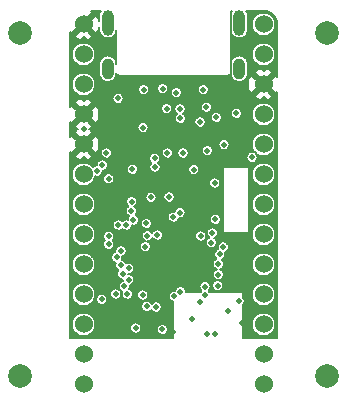
<source format=gbr>
%TF.GenerationSoftware,KiCad,Pcbnew,(5.1.9)-1*%
%TF.CreationDate,2021-01-08T11:53:25+08:00*%
%TF.ProjectId,akami,616b616d-692e-46b6-9963-61645f706362,rev?*%
%TF.SameCoordinates,Original*%
%TF.FileFunction,Copper,L2,Inr*%
%TF.FilePolarity,Positive*%
%FSLAX46Y46*%
G04 Gerber Fmt 4.6, Leading zero omitted, Abs format (unit mm)*
G04 Created by KiCad (PCBNEW (5.1.9)-1) date 2021-01-08 11:53:25*
%MOMM*%
%LPD*%
G01*
G04 APERTURE LIST*
%TA.AperFunction,WasherPad*%
%ADD10C,2.000000*%
%TD*%
%TA.AperFunction,ComponentPad*%
%ADD11C,1.524000*%
%TD*%
%TA.AperFunction,ComponentPad*%
%ADD12O,1.000000X1.800000*%
%TD*%
%TA.AperFunction,ComponentPad*%
%ADD13O,1.000000X2.200000*%
%TD*%
%TA.AperFunction,ViaPad*%
%ADD14C,0.500000*%
%TD*%
%TA.AperFunction,ViaPad*%
%ADD15C,0.600000*%
%TD*%
%TA.AperFunction,Conductor*%
%ADD16C,0.150000*%
%TD*%
%TA.AperFunction,Conductor*%
%ADD17C,0.100000*%
%TD*%
G04 APERTURE END LIST*
D10*
%TO.N,*%
%TO.C,DUMMY8*%
X12990000Y-14500000D03*
%TD*%
%TO.N,*%
%TO.C,DUMMY7*%
X12990000Y14500000D03*
%TD*%
%TO.N,*%
%TO.C,DUMMY6*%
X-12990000Y-14500000D03*
%TD*%
%TO.N,*%
%TO.C,DUMMY5*%
X-12990000Y14500000D03*
%TD*%
D11*
%TO.N,VBAT*%
%TO.C,U4*%
X7620000Y12690000D03*
%TO.N,GND*%
X7620000Y10150000D03*
%TO.N,RESET*%
X7620000Y7610000D03*
%TO.N,EXT_VCC*%
X7620000Y5070000D03*
%TO.N,P0.31*%
X7620000Y2530000D03*
%TO.N,P0.29*%
X7620000Y-10000D03*
%TO.N,P0.02*%
X7620000Y-2550000D03*
%TO.N,P1.15*%
X7620000Y-5090000D03*
%TO.N,P1.13*%
X7620000Y-7630000D03*
%TO.N,P1.11*%
X7620000Y-10170000D03*
%TO.N,P0.10*%
X7620000Y-12710000D03*
%TO.N,P0.09*%
X7620000Y-15250000D03*
%TO.N,P1.06*%
X-7620000Y-15250000D03*
%TO.N,P1.04*%
X-7620000Y-12710000D03*
%TO.N,P0.11*%
X-7620000Y-10170000D03*
%TO.N,P1.00*%
X-7620000Y-7630000D03*
%TO.N,P0.24*%
X-7620000Y-5090000D03*
%TO.N,P0.22*%
X-7620000Y-2550000D03*
%TO.N,P0.20*%
X-7620000Y-10000D03*
%TO.N,P0.17*%
X-7620000Y2530000D03*
%TO.N,GND*%
X-7620000Y5070000D03*
X-7620000Y7610000D03*
%TO.N,P0.08*%
X-7620000Y10150000D03*
%TO.N,P0.06*%
X-7620000Y12690000D03*
%TD*%
%TO.N,VBAT*%
%TO.C,J2*%
X7620000Y15230000D03*
%TD*%
%TO.N,GND*%
%TO.C,J3*%
X-7620000Y15230000D03*
%TD*%
D12*
%TO.N,Net-(J1-PadS1)*%
%TO.C,J1*%
X-5575000Y11473200D03*
X5575600Y11473200D03*
D13*
X5575600Y15373200D03*
X-5575000Y15373200D03*
%TD*%
D14*
%TO.N,VDD_NRF*%
X-3800000Y-5410000D03*
X3730000Y-6900000D03*
X-4900000Y-7600000D03*
X-1912500Y587500D03*
X3550000Y-1275000D03*
X-1600000Y3900000D03*
X-3200000Y-10475000D03*
%TO.N,Net-(C11-Pad1)*%
X5550000Y-8200000D03*
X2675000Y-7700000D03*
%TO.N,VBUS*%
X575000Y7275000D03*
X-2525000Y9700000D03*
X2525000Y9700000D03*
X-375000Y625000D03*
X-3400000Y-1325000D03*
X4275000Y5050000D03*
%TO.N,Net-(C15-Pad2)*%
X-6075000Y-8050000D03*
X2225000Y-8250000D03*
X3275000Y-2425000D03*
%TO.N,BAT_VOLT*%
X3475000Y1800000D03*
X2250000Y6975000D03*
%TO.N,VBAT*%
X-4692500Y8967500D03*
X800000Y4350000D03*
X2850000Y4525000D03*
X5325000Y7700000D03*
%TO.N,BLUE_LED*%
X-4450000Y-3950000D03*
X-5700000Y4350000D03*
%TO.N,USB_D+*%
X250000Y9450000D03*
X-920000Y9790000D03*
X-4687500Y-1760000D03*
%TO.N,USB_D-*%
X550000Y8075000D03*
X-580000Y8086681D03*
X-4010000Y-1760000D03*
%TO.N,Net-(L3-Pad2)*%
X2290000Y-2690000D03*
X-4800000Y-4500000D03*
%TO.N,SWD*%
X-2600000Y-7675000D03*
%TO.N,SWC*%
X-2260000Y-8640000D03*
%TO.N,RESET*%
X-2400000Y-3600000D03*
D15*
%TO.N,GND*%
X-1212500Y-5000000D03*
X1212500Y-5000000D03*
X0Y-5000000D03*
X0Y-6212500D03*
X0Y-3787500D03*
X-1212500Y-3787500D03*
X-1212500Y-6212500D03*
X1212500Y-3787500D03*
D14*
X4575000Y10175000D03*
X-4575000Y10175000D03*
X3500000Y-10990000D03*
X-7620000Y-8900000D03*
X7620000Y-8900000D03*
X1675000Y4675000D03*
X-5825000Y-8700000D03*
D15*
X1212500Y-6212500D03*
D14*
X1550000Y-9750000D03*
X2850000Y-10990000D03*
X5825000Y-10050000D03*
X4600000Y-9000000D03*
X5950000Y3425000D03*
X-7620000Y-6360000D03*
X7620000Y-6360000D03*
X7620000Y-3820000D03*
X7620000Y-1280000D03*
X7620000Y1260000D03*
X7620000Y3800000D03*
X7620000Y6340000D03*
X7620000Y8880000D03*
X-7620000Y8880000D03*
X-7620000Y6340000D03*
X-7620000Y3800000D03*
X-7620000Y1260000D03*
X-7620000Y-1280000D03*
X-7620000Y-3820000D03*
X-75000Y-10800000D03*
X-1750000Y4575000D03*
%TO.N,P0.09*%
X60000Y-7790000D03*
%TO.N,P0.10*%
X590000Y-7400000D03*
%TO.N,P1.11*%
X2675000Y-6975000D03*
%TO.N,P1.13*%
X3800000Y-5950000D03*
%TO.N,P1.15*%
X3800000Y-5050000D03*
%TO.N,P0.02*%
X3925000Y-4225000D03*
%TO.N,P0.29*%
X4200000Y-3625000D03*
%TO.N,P1.04*%
X-1475000Y-8700000D03*
%TO.N,P1.06*%
X-950000Y-10600000D03*
%TO.N,P0.11*%
X-5475000Y-3375000D03*
X-1375000Y-2600000D03*
%TO.N,P1.00*%
X-3925000Y-7600000D03*
%TO.N,P0.24*%
X-4160000Y-6950000D03*
%TO.N,P0.22*%
X-3790000Y-6390000D03*
%TO.N,P0.20*%
X-4310000Y-5900000D03*
%TO.N,P0.17*%
X-4470000Y-5150000D03*
%TO.N,P0.08*%
X-5500000Y-2725000D03*
%TO.N,VDD_HV*%
X-2575000Y6500000D03*
%TO.N,GND*%
X2250000Y8950000D03*
X-1825000Y1250000D03*
X-7620000Y11420000D03*
X-7620000Y13960000D03*
X7620000Y11420000D03*
X7620000Y13960000D03*
X-1925000Y1975000D03*
X-5500000Y-825000D03*
X3825000Y-675000D03*
X4575000Y-2900000D03*
X1125000Y1275000D03*
X0Y-250000D03*
X-3400000Y6400000D03*
X4250000Y7750000D03*
X-6000000Y9375000D03*
X-4150000Y-10475000D03*
X-2150000Y-10475000D03*
X-5175000Y-10325000D03*
%TO.N,P0.31*%
X3200000Y-3250000D03*
%TO.N,P0.06*%
X-3500000Y2975000D03*
X-6025000Y3325000D03*
X550000Y-700000D03*
%TO.N,P0.08*%
X-6475000Y2825000D03*
X-25000Y-1075000D03*
%TO.N,VDD_HV*%
X-2225000Y-2675000D03*
X-3550000Y225000D03*
X-3575000Y-575000D03*
X-525000Y4350000D03*
X2775000Y8225000D03*
%TO.N,EXT_VCC*%
X1725000Y2925000D03*
X-1575000Y3150000D03*
X6650000Y3975000D03*
X3625000Y7350000D03*
%TO.N,Net-(L4-Pad2)*%
X-2300000Y-1625000D03*
X-5475000Y2150000D03*
%TD*%
D16*
%TO.N,GND*%
X-6180731Y16377936D02*
X-6248053Y16251987D01*
X-6289509Y16115324D01*
X-6300000Y16008806D01*
X-6300000Y15488126D01*
X-6324892Y15616356D01*
X-6425151Y15861596D01*
X-6431025Y15872585D01*
X-6650276Y15946580D01*
X-7366856Y15230000D01*
X-6650276Y14513420D01*
X-6431025Y14587415D01*
X-6328509Y14831719D01*
X-6299999Y14971673D01*
X-6299999Y14737593D01*
X-6289508Y14631075D01*
X-6248052Y14494412D01*
X-6180730Y14368463D01*
X-6090131Y14258068D01*
X-5979736Y14167469D01*
X-5853787Y14100147D01*
X-5717124Y14058691D01*
X-5575000Y14044693D01*
X-5432875Y14058691D01*
X-5296212Y14100147D01*
X-5170263Y14167469D01*
X-5059868Y14258068D01*
X-4969269Y14368463D01*
X-4901947Y14494412D01*
X-4860491Y14631075D01*
X-4850000Y14737593D01*
X-4849999Y12062284D01*
X-4850000Y12062274D01*
X-4850000Y11908807D01*
X-4860491Y12015325D01*
X-4901947Y12151988D01*
X-4969269Y12277937D01*
X-5059869Y12388332D01*
X-5170264Y12478931D01*
X-5296213Y12546253D01*
X-5432876Y12587709D01*
X-5575000Y12601707D01*
X-5717125Y12587709D01*
X-5853788Y12546253D01*
X-5979737Y12478931D01*
X-6090132Y12388331D01*
X-6180731Y12277936D01*
X-6248053Y12151987D01*
X-6289509Y12015324D01*
X-6300000Y11908806D01*
X-6300000Y11037593D01*
X-6289509Y10931075D01*
X-6248052Y10794412D01*
X-6180730Y10668463D01*
X-6090131Y10558068D01*
X-5979736Y10467469D01*
X-5853787Y10400147D01*
X-5717124Y10358691D01*
X-5575000Y10344693D01*
X-5432875Y10358691D01*
X-5296212Y10400147D01*
X-5170263Y10467469D01*
X-5059868Y10558068D01*
X-4969269Y10668463D01*
X-4901947Y10794412D01*
X-4860491Y10931075D01*
X-4850000Y11037593D01*
X-4850000Y11137726D01*
X-4846382Y11100992D01*
X-4832087Y11053866D01*
X-4808873Y11010436D01*
X-4777632Y10972368D01*
X-4739564Y10941127D01*
X-4696134Y10917913D01*
X-4649008Y10903618D01*
X-4612275Y10900000D01*
X-4600000Y10898791D01*
X-4587725Y10900000D01*
X4587725Y10900000D01*
X4600000Y10898791D01*
X4612275Y10900000D01*
X4649008Y10903618D01*
X4696134Y10917913D01*
X4739564Y10941127D01*
X4777632Y10972368D01*
X4808873Y11010436D01*
X4832087Y11053866D01*
X4846382Y11100992D01*
X4850600Y11143817D01*
X4850600Y11037593D01*
X4861091Y10931075D01*
X4902548Y10794412D01*
X4969870Y10668463D01*
X5060469Y10558068D01*
X5170864Y10467469D01*
X5296813Y10400147D01*
X5433476Y10358691D01*
X5575600Y10344693D01*
X5717725Y10358691D01*
X5854388Y10400147D01*
X5980337Y10467469D01*
X6090732Y10558068D01*
X6181331Y10668463D01*
X6248653Y10794412D01*
X6290109Y10931075D01*
X6300600Y11037593D01*
X6300600Y11119724D01*
X6903420Y11119724D01*
X7620000Y10403144D01*
X8336580Y11119724D01*
X8262585Y11338975D01*
X8018281Y11441491D01*
X7758670Y11494376D01*
X7493731Y11495597D01*
X7233644Y11445108D01*
X6988404Y11344849D01*
X6977415Y11338975D01*
X6903420Y11119724D01*
X6300600Y11119724D01*
X6300600Y11908807D01*
X6290109Y12015325D01*
X6248653Y12151988D01*
X6181331Y12277937D01*
X6090731Y12388332D01*
X5980336Y12478931D01*
X5854387Y12546253D01*
X5717724Y12587709D01*
X5575600Y12601707D01*
X5433475Y12587709D01*
X5296812Y12546253D01*
X5170863Y12478931D01*
X5060468Y12388331D01*
X4969869Y12277936D01*
X4902547Y12151987D01*
X4861091Y12015324D01*
X4850600Y11908806D01*
X4850600Y11156183D01*
X4850000Y11162275D01*
X4850000Y12787211D01*
X6633000Y12787211D01*
X6633000Y12592789D01*
X6670930Y12402103D01*
X6745332Y12222480D01*
X6853347Y12060824D01*
X6990824Y11923347D01*
X7152480Y11815332D01*
X7332103Y11740930D01*
X7522789Y11703000D01*
X7717211Y11703000D01*
X7907897Y11740930D01*
X8087520Y11815332D01*
X8249176Y11923347D01*
X8386653Y12060824D01*
X8494668Y12222480D01*
X8569070Y12402103D01*
X8607000Y12592789D01*
X8607000Y12787211D01*
X8569070Y12977897D01*
X8494668Y13157520D01*
X8386653Y13319176D01*
X8249176Y13456653D01*
X8087520Y13564668D01*
X7907897Y13639070D01*
X7717211Y13677000D01*
X7522789Y13677000D01*
X7332103Y13639070D01*
X7152480Y13564668D01*
X6990824Y13456653D01*
X6853347Y13319176D01*
X6745332Y13157520D01*
X6670930Y12977897D01*
X6633000Y12787211D01*
X4850000Y12787211D01*
X4850000Y16400000D01*
X4987976Y16400000D01*
X4969869Y16377936D01*
X4902547Y16251987D01*
X4861091Y16115324D01*
X4850600Y16008806D01*
X4850601Y14737593D01*
X4861092Y14631075D01*
X4902548Y14494412D01*
X4969870Y14368463D01*
X5060469Y14258068D01*
X5170864Y14167469D01*
X5296813Y14100147D01*
X5433476Y14058691D01*
X5575600Y14044693D01*
X5717725Y14058691D01*
X5854388Y14100147D01*
X5980337Y14167469D01*
X6090732Y14258068D01*
X6181331Y14368463D01*
X6248653Y14494412D01*
X6290109Y14631075D01*
X6300600Y14737593D01*
X6300600Y15327211D01*
X6633000Y15327211D01*
X6633000Y15132789D01*
X6670930Y14942103D01*
X6745332Y14762480D01*
X6853347Y14600824D01*
X6990824Y14463347D01*
X7152480Y14355332D01*
X7332103Y14280930D01*
X7522789Y14243000D01*
X7717211Y14243000D01*
X7907897Y14280930D01*
X8087520Y14355332D01*
X8249176Y14463347D01*
X8386653Y14600824D01*
X8494668Y14762480D01*
X8569070Y14942103D01*
X8607000Y15132789D01*
X8607000Y15327211D01*
X8569070Y15517897D01*
X8494668Y15697520D01*
X8386653Y15859176D01*
X8249176Y15996653D01*
X8087520Y16104668D01*
X7907897Y16179070D01*
X7717211Y16217000D01*
X7522789Y16217000D01*
X7332103Y16179070D01*
X7152480Y16104668D01*
X6990824Y15996653D01*
X6853347Y15859176D01*
X6745332Y15697520D01*
X6670930Y15517897D01*
X6633000Y15327211D01*
X6300600Y15327211D01*
X6300600Y16008807D01*
X6290109Y16115325D01*
X6248653Y16251988D01*
X6181331Y16377937D01*
X6163224Y16400000D01*
X7607771Y16400000D01*
X7843137Y16376922D01*
X8057775Y16312119D01*
X8255739Y16206860D01*
X8429485Y16065156D01*
X8572399Y15892402D01*
X8679036Y15695181D01*
X8745338Y15480994D01*
X8770000Y15246352D01*
X8770000Y10805739D01*
X8589724Y10866580D01*
X7873144Y10150000D01*
X8589724Y9433420D01*
X8770000Y9494261D01*
X8770001Y1987725D01*
X8770086Y1986863D01*
X8770102Y1984563D01*
X8771289Y1973274D01*
X8771289Y1961923D01*
X8771654Y1958451D01*
X8792973Y1768381D01*
X8795000Y1758844D01*
X8795000Y892767D01*
X8793254Y888552D01*
X8775000Y796783D01*
X8775000Y703217D01*
X8793254Y611448D01*
X8795000Y607233D01*
X8795000Y142767D01*
X8793254Y138552D01*
X8775000Y46783D01*
X8775000Y-46783D01*
X8793254Y-138552D01*
X8795000Y-142767D01*
X8795000Y-607233D01*
X8793254Y-611448D01*
X8775000Y-703217D01*
X8775000Y-796783D01*
X8793254Y-888552D01*
X8795000Y-892767D01*
X8795000Y-1759280D01*
X8794935Y-1759610D01*
X8790222Y-1781782D01*
X8789857Y-1785254D01*
X8771193Y-1975604D01*
X8771193Y-1975614D01*
X8770000Y-1987726D01*
X8770001Y-11325000D01*
X5875000Y-11325000D01*
X5875000Y-10072789D01*
X6633000Y-10072789D01*
X6633000Y-10267211D01*
X6670930Y-10457897D01*
X6745332Y-10637520D01*
X6853347Y-10799176D01*
X6990824Y-10936653D01*
X7152480Y-11044668D01*
X7332103Y-11119070D01*
X7522789Y-11157000D01*
X7717211Y-11157000D01*
X7907897Y-11119070D01*
X8087520Y-11044668D01*
X8249176Y-10936653D01*
X8386653Y-10799176D01*
X8494668Y-10637520D01*
X8569070Y-10457897D01*
X8607000Y-10267211D01*
X8607000Y-10072789D01*
X8569070Y-9882103D01*
X8494668Y-9702480D01*
X8386653Y-9540824D01*
X8249176Y-9403347D01*
X8087520Y-9295332D01*
X7907897Y-9220930D01*
X7717211Y-9183000D01*
X7522789Y-9183000D01*
X7332103Y-9220930D01*
X7152480Y-9295332D01*
X6990824Y-9403347D01*
X6853347Y-9540824D01*
X6745332Y-9702480D01*
X6670930Y-9882103D01*
X6633000Y-10072789D01*
X5875000Y-10072789D01*
X5875000Y-8546751D01*
X5918956Y-8502795D01*
X5970939Y-8424997D01*
X6006746Y-8338552D01*
X6025000Y-8246783D01*
X6025000Y-8153217D01*
X6006746Y-8061448D01*
X5970939Y-7975003D01*
X5918956Y-7897205D01*
X5875000Y-7853249D01*
X5875000Y-7532789D01*
X6633000Y-7532789D01*
X6633000Y-7727211D01*
X6670930Y-7917897D01*
X6745332Y-8097520D01*
X6853347Y-8259176D01*
X6990824Y-8396653D01*
X7152480Y-8504668D01*
X7332103Y-8579070D01*
X7522789Y-8617000D01*
X7717211Y-8617000D01*
X7907897Y-8579070D01*
X8087520Y-8504668D01*
X8249176Y-8396653D01*
X8386653Y-8259176D01*
X8494668Y-8097520D01*
X8569070Y-7917897D01*
X8607000Y-7727211D01*
X8607000Y-7532789D01*
X8569070Y-7342103D01*
X8494668Y-7162480D01*
X8386653Y-7000824D01*
X8249176Y-6863347D01*
X8087520Y-6755332D01*
X7907897Y-6680930D01*
X7717211Y-6643000D01*
X7522789Y-6643000D01*
X7332103Y-6680930D01*
X7152480Y-6755332D01*
X6990824Y-6863347D01*
X6853347Y-7000824D01*
X6745332Y-7162480D01*
X6670930Y-7342103D01*
X6633000Y-7532789D01*
X5875000Y-7532789D01*
X5875000Y-7500000D01*
X5873559Y-7485368D01*
X5869291Y-7471299D01*
X5862360Y-7458332D01*
X5853033Y-7446967D01*
X5841668Y-7437640D01*
X5828701Y-7430709D01*
X5814632Y-7426441D01*
X5800000Y-7425000D01*
X3062528Y-7425000D01*
X3043956Y-7397205D01*
X2984251Y-7337500D01*
X3043956Y-7277795D01*
X3095939Y-7199997D01*
X3131746Y-7113552D01*
X3150000Y-7021783D01*
X3150000Y-6928217D01*
X3135082Y-6853217D01*
X3255000Y-6853217D01*
X3255000Y-6946783D01*
X3273254Y-7038552D01*
X3309061Y-7124997D01*
X3361044Y-7202795D01*
X3427205Y-7268956D01*
X3505003Y-7320939D01*
X3591448Y-7356746D01*
X3683217Y-7375000D01*
X3776783Y-7375000D01*
X3868552Y-7356746D01*
X3954997Y-7320939D01*
X4032795Y-7268956D01*
X4098956Y-7202795D01*
X4150939Y-7124997D01*
X4186746Y-7038552D01*
X4205000Y-6946783D01*
X4205000Y-6853217D01*
X4186746Y-6761448D01*
X4150939Y-6675003D01*
X4098956Y-6597205D01*
X4032795Y-6531044D01*
X3954997Y-6479061D01*
X3868552Y-6443254D01*
X3776783Y-6425000D01*
X3846783Y-6425000D01*
X3938552Y-6406746D01*
X4024997Y-6370939D01*
X4102795Y-6318956D01*
X4168956Y-6252795D01*
X4220939Y-6174997D01*
X4256746Y-6088552D01*
X4275000Y-5996783D01*
X4275000Y-5903217D01*
X4256746Y-5811448D01*
X4220939Y-5725003D01*
X4168956Y-5647205D01*
X4102795Y-5581044D01*
X4024997Y-5529061D01*
X3954838Y-5500000D01*
X4024997Y-5470939D01*
X4102795Y-5418956D01*
X4168956Y-5352795D01*
X4220939Y-5274997D01*
X4256746Y-5188552D01*
X4275000Y-5096783D01*
X4275000Y-5003217D01*
X4272926Y-4992789D01*
X6633000Y-4992789D01*
X6633000Y-5187211D01*
X6670930Y-5377897D01*
X6745332Y-5557520D01*
X6853347Y-5719176D01*
X6990824Y-5856653D01*
X7152480Y-5964668D01*
X7332103Y-6039070D01*
X7522789Y-6077000D01*
X7717211Y-6077000D01*
X7907897Y-6039070D01*
X8087520Y-5964668D01*
X8249176Y-5856653D01*
X8386653Y-5719176D01*
X8494668Y-5557520D01*
X8569070Y-5377897D01*
X8607000Y-5187211D01*
X8607000Y-4992789D01*
X8569070Y-4802103D01*
X8494668Y-4622480D01*
X8386653Y-4460824D01*
X8249176Y-4323347D01*
X8087520Y-4215332D01*
X7907897Y-4140930D01*
X7717211Y-4103000D01*
X7522789Y-4103000D01*
X7332103Y-4140930D01*
X7152480Y-4215332D01*
X6990824Y-4323347D01*
X6853347Y-4460824D01*
X6745332Y-4622480D01*
X6670930Y-4802103D01*
X6633000Y-4992789D01*
X4272926Y-4992789D01*
X4256746Y-4911448D01*
X4220939Y-4825003D01*
X4168956Y-4747205D01*
X4102795Y-4681044D01*
X4088426Y-4671443D01*
X4149997Y-4645939D01*
X4227795Y-4593956D01*
X4293956Y-4527795D01*
X4345939Y-4449997D01*
X4381746Y-4363552D01*
X4400000Y-4271783D01*
X4400000Y-4178217D01*
X4381746Y-4086448D01*
X4373758Y-4067163D01*
X4424997Y-4045939D01*
X4502795Y-3993956D01*
X4568956Y-3927795D01*
X4620939Y-3849997D01*
X4656746Y-3763552D01*
X4675000Y-3671783D01*
X4675000Y-3578217D01*
X4656746Y-3486448D01*
X4620939Y-3400003D01*
X4568956Y-3322205D01*
X4502795Y-3256044D01*
X4424997Y-3204061D01*
X4338552Y-3168254D01*
X4246783Y-3150000D01*
X4153217Y-3150000D01*
X4061448Y-3168254D01*
X3975003Y-3204061D01*
X3897205Y-3256044D01*
X3831044Y-3322205D01*
X3779061Y-3400003D01*
X3743254Y-3486448D01*
X3725000Y-3578217D01*
X3725000Y-3671783D01*
X3743254Y-3763552D01*
X3751242Y-3782837D01*
X3700003Y-3804061D01*
X3622205Y-3856044D01*
X3556044Y-3922205D01*
X3504061Y-4000003D01*
X3468254Y-4086448D01*
X3450000Y-4178217D01*
X3450000Y-4271783D01*
X3468254Y-4363552D01*
X3504061Y-4449997D01*
X3556044Y-4527795D01*
X3622205Y-4593956D01*
X3636574Y-4603557D01*
X3575003Y-4629061D01*
X3497205Y-4681044D01*
X3431044Y-4747205D01*
X3379061Y-4825003D01*
X3343254Y-4911448D01*
X3325000Y-5003217D01*
X3325000Y-5096783D01*
X3343254Y-5188552D01*
X3379061Y-5274997D01*
X3431044Y-5352795D01*
X3497205Y-5418956D01*
X3575003Y-5470939D01*
X3645162Y-5500000D01*
X3575003Y-5529061D01*
X3497205Y-5581044D01*
X3431044Y-5647205D01*
X3379061Y-5725003D01*
X3343254Y-5811448D01*
X3325000Y-5903217D01*
X3325000Y-5996783D01*
X3343254Y-6088552D01*
X3379061Y-6174997D01*
X3431044Y-6252795D01*
X3497205Y-6318956D01*
X3575003Y-6370939D01*
X3661448Y-6406746D01*
X3753217Y-6425000D01*
X3683217Y-6425000D01*
X3591448Y-6443254D01*
X3505003Y-6479061D01*
X3427205Y-6531044D01*
X3361044Y-6597205D01*
X3309061Y-6675003D01*
X3273254Y-6761448D01*
X3255000Y-6853217D01*
X3135082Y-6853217D01*
X3131746Y-6836448D01*
X3095939Y-6750003D01*
X3043956Y-6672205D01*
X2977795Y-6606044D01*
X2899997Y-6554061D01*
X2813552Y-6518254D01*
X2721783Y-6500000D01*
X2628217Y-6500000D01*
X2536448Y-6518254D01*
X2450003Y-6554061D01*
X2372205Y-6606044D01*
X2306044Y-6672205D01*
X2254061Y-6750003D01*
X2218254Y-6836448D01*
X2200000Y-6928217D01*
X2200000Y-7021783D01*
X2218254Y-7113552D01*
X2254061Y-7199997D01*
X2306044Y-7277795D01*
X2365749Y-7337500D01*
X2306044Y-7397205D01*
X2287472Y-7425000D01*
X1065000Y-7425000D01*
X1065000Y-7353217D01*
X1046746Y-7261448D01*
X1010939Y-7175003D01*
X958956Y-7097205D01*
X892795Y-7031044D01*
X814997Y-6979061D01*
X728552Y-6943254D01*
X636783Y-6925000D01*
X543217Y-6925000D01*
X451448Y-6943254D01*
X365003Y-6979061D01*
X287205Y-7031044D01*
X221044Y-7097205D01*
X169061Y-7175003D01*
X133254Y-7261448D01*
X122000Y-7318027D01*
X106783Y-7315000D01*
X13217Y-7315000D01*
X-78552Y-7333254D01*
X-164997Y-7369061D01*
X-242795Y-7421044D01*
X-308956Y-7487205D01*
X-360939Y-7565003D01*
X-396746Y-7651448D01*
X-415000Y-7743217D01*
X-415000Y-7836783D01*
X-396746Y-7928552D01*
X-360939Y-8014997D01*
X-308956Y-8092795D01*
X-242795Y-8158956D01*
X-164997Y-8210939D01*
X-78552Y-8246746D01*
X-75000Y-8247453D01*
X-75000Y-11325000D01*
X-8770000Y-11325000D01*
X-8770000Y-10072789D01*
X-8607000Y-10072789D01*
X-8607000Y-10267211D01*
X-8569070Y-10457897D01*
X-8494668Y-10637520D01*
X-8386653Y-10799176D01*
X-8249176Y-10936653D01*
X-8087520Y-11044668D01*
X-7907897Y-11119070D01*
X-7717211Y-11157000D01*
X-7522789Y-11157000D01*
X-7332103Y-11119070D01*
X-7152480Y-11044668D01*
X-6990824Y-10936653D01*
X-6853347Y-10799176D01*
X-6745332Y-10637520D01*
X-6670930Y-10457897D01*
X-6665027Y-10428217D01*
X-3675000Y-10428217D01*
X-3675000Y-10521783D01*
X-3656746Y-10613552D01*
X-3620939Y-10699997D01*
X-3568956Y-10777795D01*
X-3502795Y-10843956D01*
X-3424997Y-10895939D01*
X-3338552Y-10931746D01*
X-3246783Y-10950000D01*
X-3153217Y-10950000D01*
X-3061448Y-10931746D01*
X-2975003Y-10895939D01*
X-2897205Y-10843956D01*
X-2831044Y-10777795D01*
X-2779061Y-10699997D01*
X-2743254Y-10613552D01*
X-2731253Y-10553217D01*
X-1425000Y-10553217D01*
X-1425000Y-10646783D01*
X-1406746Y-10738552D01*
X-1370939Y-10824997D01*
X-1318956Y-10902795D01*
X-1252795Y-10968956D01*
X-1174997Y-11020939D01*
X-1088552Y-11056746D01*
X-996783Y-11075000D01*
X-903217Y-11075000D01*
X-811448Y-11056746D01*
X-725003Y-11020939D01*
X-647205Y-10968956D01*
X-581044Y-10902795D01*
X-529061Y-10824997D01*
X-493254Y-10738552D01*
X-475000Y-10646783D01*
X-475000Y-10553217D01*
X-493254Y-10461448D01*
X-529061Y-10375003D01*
X-581044Y-10297205D01*
X-647205Y-10231044D01*
X-725003Y-10179061D01*
X-811448Y-10143254D01*
X-903217Y-10125000D01*
X-996783Y-10125000D01*
X-1088552Y-10143254D01*
X-1174997Y-10179061D01*
X-1252795Y-10231044D01*
X-1318956Y-10297205D01*
X-1370939Y-10375003D01*
X-1406746Y-10461448D01*
X-1425000Y-10553217D01*
X-2731253Y-10553217D01*
X-2725000Y-10521783D01*
X-2725000Y-10428217D01*
X-2743254Y-10336448D01*
X-2779061Y-10250003D01*
X-2831044Y-10172205D01*
X-2897205Y-10106044D01*
X-2975003Y-10054061D01*
X-3061448Y-10018254D01*
X-3153217Y-10000000D01*
X-3246783Y-10000000D01*
X-3338552Y-10018254D01*
X-3424997Y-10054061D01*
X-3502795Y-10106044D01*
X-3568956Y-10172205D01*
X-3620939Y-10250003D01*
X-3656746Y-10336448D01*
X-3675000Y-10428217D01*
X-6665027Y-10428217D01*
X-6633000Y-10267211D01*
X-6633000Y-10072789D01*
X-6670930Y-9882103D01*
X-6745332Y-9702480D01*
X-6853347Y-9540824D01*
X-6990824Y-9403347D01*
X-7152480Y-9295332D01*
X-7332103Y-9220930D01*
X-7522789Y-9183000D01*
X-7717211Y-9183000D01*
X-7907897Y-9220930D01*
X-8087520Y-9295332D01*
X-8249176Y-9403347D01*
X-8386653Y-9540824D01*
X-8494668Y-9702480D01*
X-8569070Y-9882103D01*
X-8607000Y-10072789D01*
X-8770000Y-10072789D01*
X-8770000Y-7532789D01*
X-8607000Y-7532789D01*
X-8607000Y-7727211D01*
X-8569070Y-7917897D01*
X-8494668Y-8097520D01*
X-8386653Y-8259176D01*
X-8249176Y-8396653D01*
X-8087520Y-8504668D01*
X-7907897Y-8579070D01*
X-7717211Y-8617000D01*
X-7522789Y-8617000D01*
X-7403225Y-8593217D01*
X-2735000Y-8593217D01*
X-2735000Y-8686783D01*
X-2716746Y-8778552D01*
X-2680939Y-8864997D01*
X-2628956Y-8942795D01*
X-2562795Y-9008956D01*
X-2484997Y-9060939D01*
X-2398552Y-9096746D01*
X-2306783Y-9115000D01*
X-2213217Y-9115000D01*
X-2121448Y-9096746D01*
X-2035003Y-9060939D01*
X-1957205Y-9008956D01*
X-1891044Y-8942795D01*
X-1887545Y-8937559D01*
X-1843956Y-9002795D01*
X-1777795Y-9068956D01*
X-1699997Y-9120939D01*
X-1613552Y-9156746D01*
X-1521783Y-9175000D01*
X-1428217Y-9175000D01*
X-1336448Y-9156746D01*
X-1250003Y-9120939D01*
X-1172205Y-9068956D01*
X-1106044Y-9002795D01*
X-1054061Y-8924997D01*
X-1018254Y-8838552D01*
X-1000000Y-8746783D01*
X-1000000Y-8653217D01*
X-1018254Y-8561448D01*
X-1054061Y-8475003D01*
X-1106044Y-8397205D01*
X-1172205Y-8331044D01*
X-1250003Y-8279061D01*
X-1336448Y-8243254D01*
X-1428217Y-8225000D01*
X-1521783Y-8225000D01*
X-1613552Y-8243254D01*
X-1699997Y-8279061D01*
X-1777795Y-8331044D01*
X-1843956Y-8397205D01*
X-1847455Y-8402441D01*
X-1891044Y-8337205D01*
X-1957205Y-8271044D01*
X-2035003Y-8219061D01*
X-2121448Y-8183254D01*
X-2213217Y-8165000D01*
X-2306783Y-8165000D01*
X-2398552Y-8183254D01*
X-2484997Y-8219061D01*
X-2562795Y-8271044D01*
X-2628956Y-8337205D01*
X-2680939Y-8415003D01*
X-2716746Y-8501448D01*
X-2735000Y-8593217D01*
X-7403225Y-8593217D01*
X-7332103Y-8579070D01*
X-7152480Y-8504668D01*
X-6990824Y-8396653D01*
X-6853347Y-8259176D01*
X-6745332Y-8097520D01*
X-6706271Y-8003217D01*
X-6550000Y-8003217D01*
X-6550000Y-8096783D01*
X-6531746Y-8188552D01*
X-6495939Y-8274997D01*
X-6443956Y-8352795D01*
X-6377795Y-8418956D01*
X-6299997Y-8470939D01*
X-6213552Y-8506746D01*
X-6121783Y-8525000D01*
X-6028217Y-8525000D01*
X-5936448Y-8506746D01*
X-5850003Y-8470939D01*
X-5772205Y-8418956D01*
X-5706044Y-8352795D01*
X-5654061Y-8274997D01*
X-5618254Y-8188552D01*
X-5600000Y-8096783D01*
X-5600000Y-8003217D01*
X-5618254Y-7911448D01*
X-5654061Y-7825003D01*
X-5706044Y-7747205D01*
X-5772205Y-7681044D01*
X-5850003Y-7629061D01*
X-5936448Y-7593254D01*
X-6028217Y-7575000D01*
X-6121783Y-7575000D01*
X-6213552Y-7593254D01*
X-6299997Y-7629061D01*
X-6377795Y-7681044D01*
X-6443956Y-7747205D01*
X-6495939Y-7825003D01*
X-6531746Y-7911448D01*
X-6550000Y-8003217D01*
X-6706271Y-8003217D01*
X-6670930Y-7917897D01*
X-6633000Y-7727211D01*
X-6633000Y-7553217D01*
X-5375000Y-7553217D01*
X-5375000Y-7646783D01*
X-5356746Y-7738552D01*
X-5320939Y-7824997D01*
X-5268956Y-7902795D01*
X-5202795Y-7968956D01*
X-5124997Y-8020939D01*
X-5038552Y-8056746D01*
X-4946783Y-8075000D01*
X-4853217Y-8075000D01*
X-4761448Y-8056746D01*
X-4675003Y-8020939D01*
X-4597205Y-7968956D01*
X-4531044Y-7902795D01*
X-4479061Y-7824997D01*
X-4443254Y-7738552D01*
X-4425000Y-7646783D01*
X-4425000Y-7553217D01*
X-4443254Y-7461448D01*
X-4479061Y-7375003D01*
X-4531044Y-7297205D01*
X-4597205Y-7231044D01*
X-4675003Y-7179061D01*
X-4761448Y-7143254D01*
X-4853217Y-7125000D01*
X-4946783Y-7125000D01*
X-5038552Y-7143254D01*
X-5124997Y-7179061D01*
X-5202795Y-7231044D01*
X-5268956Y-7297205D01*
X-5320939Y-7375003D01*
X-5356746Y-7461448D01*
X-5375000Y-7553217D01*
X-6633000Y-7553217D01*
X-6633000Y-7532789D01*
X-6670930Y-7342103D01*
X-6745332Y-7162480D01*
X-6853347Y-7000824D01*
X-6990824Y-6863347D01*
X-7152480Y-6755332D01*
X-7332103Y-6680930D01*
X-7522789Y-6643000D01*
X-7717211Y-6643000D01*
X-7907897Y-6680930D01*
X-8087520Y-6755332D01*
X-8249176Y-6863347D01*
X-8386653Y-7000824D01*
X-8494668Y-7162480D01*
X-8569070Y-7342103D01*
X-8607000Y-7532789D01*
X-8770000Y-7532789D01*
X-8770000Y-4992789D01*
X-8607000Y-4992789D01*
X-8607000Y-5187211D01*
X-8569070Y-5377897D01*
X-8494668Y-5557520D01*
X-8386653Y-5719176D01*
X-8249176Y-5856653D01*
X-8087520Y-5964668D01*
X-7907897Y-6039070D01*
X-7717211Y-6077000D01*
X-7522789Y-6077000D01*
X-7332103Y-6039070D01*
X-7152480Y-5964668D01*
X-6990824Y-5856653D01*
X-6853347Y-5719176D01*
X-6745332Y-5557520D01*
X-6670930Y-5377897D01*
X-6633000Y-5187211D01*
X-6633000Y-4992789D01*
X-6670930Y-4802103D01*
X-6745332Y-4622480D01*
X-6853347Y-4460824D01*
X-6860954Y-4453217D01*
X-5275000Y-4453217D01*
X-5275000Y-4546783D01*
X-5256746Y-4638552D01*
X-5220939Y-4724997D01*
X-5168956Y-4802795D01*
X-5102795Y-4868956D01*
X-5024997Y-4920939D01*
X-4938552Y-4956746D01*
X-4906711Y-4963080D01*
X-4926746Y-5011448D01*
X-4945000Y-5103217D01*
X-4945000Y-5196783D01*
X-4926746Y-5288552D01*
X-4890939Y-5374997D01*
X-4838956Y-5452795D01*
X-4772795Y-5518956D01*
X-4694997Y-5570939D01*
X-4665082Y-5583331D01*
X-4678956Y-5597205D01*
X-4730939Y-5675003D01*
X-4766746Y-5761448D01*
X-4785000Y-5853217D01*
X-4785000Y-5946783D01*
X-4766746Y-6038552D01*
X-4730939Y-6124997D01*
X-4678956Y-6202795D01*
X-4612795Y-6268956D01*
X-4534997Y-6320939D01*
X-4448552Y-6356746D01*
X-4356783Y-6375000D01*
X-4265000Y-6375000D01*
X-4265000Y-6436783D01*
X-4255472Y-6484685D01*
X-4298552Y-6493254D01*
X-4384997Y-6529061D01*
X-4462795Y-6581044D01*
X-4528956Y-6647205D01*
X-4580939Y-6725003D01*
X-4616746Y-6811448D01*
X-4635000Y-6903217D01*
X-4635000Y-6996783D01*
X-4616746Y-7088552D01*
X-4580939Y-7174997D01*
X-4528956Y-7252795D01*
X-4462795Y-7318956D01*
X-4384997Y-7370939D01*
X-4350222Y-7385343D01*
X-4381746Y-7461448D01*
X-4400000Y-7553217D01*
X-4400000Y-7646783D01*
X-4381746Y-7738552D01*
X-4345939Y-7824997D01*
X-4293956Y-7902795D01*
X-4227795Y-7968956D01*
X-4149997Y-8020939D01*
X-4063552Y-8056746D01*
X-3971783Y-8075000D01*
X-3878217Y-8075000D01*
X-3786448Y-8056746D01*
X-3700003Y-8020939D01*
X-3622205Y-7968956D01*
X-3556044Y-7902795D01*
X-3504061Y-7824997D01*
X-3468254Y-7738552D01*
X-3450000Y-7646783D01*
X-3450000Y-7628217D01*
X-3075000Y-7628217D01*
X-3075000Y-7721783D01*
X-3056746Y-7813552D01*
X-3020939Y-7899997D01*
X-2968956Y-7977795D01*
X-2902795Y-8043956D01*
X-2824997Y-8095939D01*
X-2738552Y-8131746D01*
X-2646783Y-8150000D01*
X-2553217Y-8150000D01*
X-2461448Y-8131746D01*
X-2375003Y-8095939D01*
X-2297205Y-8043956D01*
X-2231044Y-7977795D01*
X-2179061Y-7899997D01*
X-2143254Y-7813552D01*
X-2125000Y-7721783D01*
X-2125000Y-7628217D01*
X-2143254Y-7536448D01*
X-2179061Y-7450003D01*
X-2231044Y-7372205D01*
X-2297205Y-7306044D01*
X-2375003Y-7254061D01*
X-2461448Y-7218254D01*
X-2553217Y-7200000D01*
X-2646783Y-7200000D01*
X-2738552Y-7218254D01*
X-2824997Y-7254061D01*
X-2902795Y-7306044D01*
X-2968956Y-7372205D01*
X-3020939Y-7450003D01*
X-3056746Y-7536448D01*
X-3075000Y-7628217D01*
X-3450000Y-7628217D01*
X-3450000Y-7553217D01*
X-3468254Y-7461448D01*
X-3504061Y-7375003D01*
X-3556044Y-7297205D01*
X-3622205Y-7231044D01*
X-3700003Y-7179061D01*
X-3734778Y-7164657D01*
X-3703254Y-7088552D01*
X-3685000Y-6996783D01*
X-3685000Y-6903217D01*
X-3694528Y-6855315D01*
X-3651448Y-6846746D01*
X-3565003Y-6810939D01*
X-3487205Y-6758956D01*
X-3421044Y-6692795D01*
X-3369061Y-6614997D01*
X-3333254Y-6528552D01*
X-3315000Y-6436783D01*
X-3315000Y-6343217D01*
X-3333254Y-6251448D01*
X-3369061Y-6165003D01*
X-3421044Y-6087205D01*
X-3487205Y-6021044D01*
X-3565003Y-5969061D01*
X-3651448Y-5933254D01*
X-3743217Y-5915000D01*
X-3835000Y-5915000D01*
X-3835000Y-5885000D01*
X-3753217Y-5885000D01*
X-3661448Y-5866746D01*
X-3575003Y-5830939D01*
X-3497205Y-5778956D01*
X-3431044Y-5712795D01*
X-3379061Y-5634997D01*
X-3343254Y-5548552D01*
X-3325000Y-5456783D01*
X-3325000Y-5363217D01*
X-3343254Y-5271448D01*
X-3379061Y-5185003D01*
X-3431044Y-5107205D01*
X-3497205Y-5041044D01*
X-3575003Y-4989061D01*
X-3661448Y-4953254D01*
X-3753217Y-4935000D01*
X-3846783Y-4935000D01*
X-3938552Y-4953254D01*
X-4022889Y-4988188D01*
X-4049061Y-4925003D01*
X-4101044Y-4847205D01*
X-4167205Y-4781044D01*
X-4245003Y-4729061D01*
X-4331448Y-4693254D01*
X-4363289Y-4686920D01*
X-4343254Y-4638552D01*
X-4325000Y-4546783D01*
X-4325000Y-4453217D01*
X-4333376Y-4411108D01*
X-4311448Y-4406746D01*
X-4225003Y-4370939D01*
X-4147205Y-4318956D01*
X-4081044Y-4252795D01*
X-4029061Y-4174997D01*
X-3993254Y-4088552D01*
X-3975000Y-3996783D01*
X-3975000Y-3903217D01*
X-3993254Y-3811448D01*
X-4029061Y-3725003D01*
X-4081044Y-3647205D01*
X-4147205Y-3581044D01*
X-4188851Y-3553217D01*
X-2875000Y-3553217D01*
X-2875000Y-3646783D01*
X-2856746Y-3738552D01*
X-2820939Y-3824997D01*
X-2768956Y-3902795D01*
X-2702795Y-3968956D01*
X-2624997Y-4020939D01*
X-2538552Y-4056746D01*
X-2446783Y-4075000D01*
X-2353217Y-4075000D01*
X-2261448Y-4056746D01*
X-2175003Y-4020939D01*
X-2097205Y-3968956D01*
X-2031044Y-3902795D01*
X-1979061Y-3824997D01*
X-1943254Y-3738552D01*
X-1925000Y-3646783D01*
X-1925000Y-3553217D01*
X-1943254Y-3461448D01*
X-1979061Y-3375003D01*
X-2031044Y-3297205D01*
X-2097205Y-3231044D01*
X-2138851Y-3203217D01*
X2725000Y-3203217D01*
X2725000Y-3296783D01*
X2743254Y-3388552D01*
X2779061Y-3474997D01*
X2831044Y-3552795D01*
X2897205Y-3618956D01*
X2975003Y-3670939D01*
X3061448Y-3706746D01*
X3153217Y-3725000D01*
X3246783Y-3725000D01*
X3338552Y-3706746D01*
X3424997Y-3670939D01*
X3502795Y-3618956D01*
X3568956Y-3552795D01*
X3620939Y-3474997D01*
X3656746Y-3388552D01*
X3675000Y-3296783D01*
X3675000Y-3203217D01*
X3656746Y-3111448D01*
X3620939Y-3025003D01*
X3568956Y-2947205D01*
X3502795Y-2881044D01*
X3469292Y-2858658D01*
X3499997Y-2845939D01*
X3577795Y-2793956D01*
X3643956Y-2727795D01*
X3695939Y-2649997D01*
X3731746Y-2563552D01*
X3750000Y-2471783D01*
X3750000Y-2452789D01*
X6633000Y-2452789D01*
X6633000Y-2647211D01*
X6670930Y-2837897D01*
X6745332Y-3017520D01*
X6853347Y-3179176D01*
X6990824Y-3316653D01*
X7152480Y-3424668D01*
X7332103Y-3499070D01*
X7522789Y-3537000D01*
X7717211Y-3537000D01*
X7907897Y-3499070D01*
X8087520Y-3424668D01*
X8249176Y-3316653D01*
X8386653Y-3179176D01*
X8494668Y-3017520D01*
X8569070Y-2837897D01*
X8607000Y-2647211D01*
X8607000Y-2452789D01*
X8569070Y-2262103D01*
X8494668Y-2082480D01*
X8386653Y-1920824D01*
X8249176Y-1783347D01*
X8087520Y-1675332D01*
X7907897Y-1600930D01*
X7717211Y-1563000D01*
X7522789Y-1563000D01*
X7332103Y-1600930D01*
X7152480Y-1675332D01*
X6990824Y-1783347D01*
X6853347Y-1920824D01*
X6745332Y-2082480D01*
X6670930Y-2262103D01*
X6633000Y-2452789D01*
X3750000Y-2452789D01*
X3750000Y-2378217D01*
X3731746Y-2286448D01*
X3695939Y-2200003D01*
X3643956Y-2122205D01*
X3577795Y-2056044D01*
X3499997Y-2004061D01*
X3413552Y-1968254D01*
X3321783Y-1950000D01*
X3228217Y-1950000D01*
X3136448Y-1968254D01*
X3050003Y-2004061D01*
X2972205Y-2056044D01*
X2906044Y-2122205D01*
X2854061Y-2200003D01*
X2818254Y-2286448D01*
X2800000Y-2378217D01*
X2800000Y-2471783D01*
X2818254Y-2563552D01*
X2854061Y-2649997D01*
X2906044Y-2727795D01*
X2972205Y-2793956D01*
X3005708Y-2816342D01*
X2975003Y-2829061D01*
X2897205Y-2881044D01*
X2831044Y-2947205D01*
X2779061Y-3025003D01*
X2743254Y-3111448D01*
X2725000Y-3203217D01*
X-2138851Y-3203217D01*
X-2175003Y-3179061D01*
X-2245162Y-3150000D01*
X-2178217Y-3150000D01*
X-2086448Y-3131746D01*
X-2000003Y-3095939D01*
X-1922205Y-3043956D01*
X-1856044Y-2977795D01*
X-1804061Y-2899997D01*
X-1781775Y-2846195D01*
X-1743956Y-2902795D01*
X-1677795Y-2968956D01*
X-1599997Y-3020939D01*
X-1513552Y-3056746D01*
X-1421783Y-3075000D01*
X-1328217Y-3075000D01*
X-1236448Y-3056746D01*
X-1150003Y-3020939D01*
X-1072205Y-2968956D01*
X-1006044Y-2902795D01*
X-954061Y-2824997D01*
X-918254Y-2738552D01*
X-900000Y-2646783D01*
X-900000Y-2643217D01*
X1815000Y-2643217D01*
X1815000Y-2736783D01*
X1833254Y-2828552D01*
X1869061Y-2914997D01*
X1921044Y-2992795D01*
X1987205Y-3058956D01*
X2065003Y-3110939D01*
X2151448Y-3146746D01*
X2243217Y-3165000D01*
X2336783Y-3165000D01*
X2428552Y-3146746D01*
X2514997Y-3110939D01*
X2592795Y-3058956D01*
X2658956Y-2992795D01*
X2710939Y-2914997D01*
X2746746Y-2828552D01*
X2765000Y-2736783D01*
X2765000Y-2643217D01*
X2746746Y-2551448D01*
X2710939Y-2465003D01*
X2658956Y-2387205D01*
X2592795Y-2321044D01*
X2514997Y-2269061D01*
X2428552Y-2233254D01*
X2336783Y-2215000D01*
X2243217Y-2215000D01*
X2151448Y-2233254D01*
X2065003Y-2269061D01*
X1987205Y-2321044D01*
X1921044Y-2387205D01*
X1869061Y-2465003D01*
X1833254Y-2551448D01*
X1815000Y-2643217D01*
X-900000Y-2643217D01*
X-900000Y-2553217D01*
X-918254Y-2461448D01*
X-954061Y-2375003D01*
X-1006044Y-2297205D01*
X-1072205Y-2231044D01*
X-1150003Y-2179061D01*
X-1236448Y-2143254D01*
X-1328217Y-2125000D01*
X-1421783Y-2125000D01*
X-1513552Y-2143254D01*
X-1599997Y-2179061D01*
X-1677795Y-2231044D01*
X-1743956Y-2297205D01*
X-1795939Y-2375003D01*
X-1818225Y-2428805D01*
X-1856044Y-2372205D01*
X-1922205Y-2306044D01*
X-2000003Y-2254061D01*
X-2086448Y-2218254D01*
X-2178217Y-2200000D01*
X-2271783Y-2200000D01*
X-2363552Y-2218254D01*
X-2449997Y-2254061D01*
X-2527795Y-2306044D01*
X-2593956Y-2372205D01*
X-2645939Y-2450003D01*
X-2681746Y-2536448D01*
X-2700000Y-2628217D01*
X-2700000Y-2721783D01*
X-2681746Y-2813552D01*
X-2645939Y-2899997D01*
X-2593956Y-2977795D01*
X-2527795Y-3043956D01*
X-2449997Y-3095939D01*
X-2379838Y-3125000D01*
X-2446783Y-3125000D01*
X-2538552Y-3143254D01*
X-2624997Y-3179061D01*
X-2702795Y-3231044D01*
X-2768956Y-3297205D01*
X-2820939Y-3375003D01*
X-2856746Y-3461448D01*
X-2875000Y-3553217D01*
X-4188851Y-3553217D01*
X-4225003Y-3529061D01*
X-4311448Y-3493254D01*
X-4403217Y-3475000D01*
X-4496783Y-3475000D01*
X-4588552Y-3493254D01*
X-4674997Y-3529061D01*
X-4752795Y-3581044D01*
X-4818956Y-3647205D01*
X-4870939Y-3725003D01*
X-4906746Y-3811448D01*
X-4925000Y-3903217D01*
X-4925000Y-3996783D01*
X-4916624Y-4038892D01*
X-4938552Y-4043254D01*
X-5024997Y-4079061D01*
X-5102795Y-4131044D01*
X-5168956Y-4197205D01*
X-5220939Y-4275003D01*
X-5256746Y-4361448D01*
X-5275000Y-4453217D01*
X-6860954Y-4453217D01*
X-6990824Y-4323347D01*
X-7152480Y-4215332D01*
X-7332103Y-4140930D01*
X-7522789Y-4103000D01*
X-7717211Y-4103000D01*
X-7907897Y-4140930D01*
X-8087520Y-4215332D01*
X-8249176Y-4323347D01*
X-8386653Y-4460824D01*
X-8494668Y-4622480D01*
X-8569070Y-4802103D01*
X-8607000Y-4992789D01*
X-8770000Y-4992789D01*
X-8770000Y-2452789D01*
X-8607000Y-2452789D01*
X-8607000Y-2647211D01*
X-8569070Y-2837897D01*
X-8494668Y-3017520D01*
X-8386653Y-3179176D01*
X-8249176Y-3316653D01*
X-8087520Y-3424668D01*
X-7907897Y-3499070D01*
X-7717211Y-3537000D01*
X-7522789Y-3537000D01*
X-7332103Y-3499070D01*
X-7152480Y-3424668D01*
X-6990824Y-3316653D01*
X-6853347Y-3179176D01*
X-6745332Y-3017520D01*
X-6670930Y-2837897D01*
X-6639168Y-2678217D01*
X-5975000Y-2678217D01*
X-5975000Y-2771783D01*
X-5956746Y-2863552D01*
X-5920939Y-2949997D01*
X-5868956Y-3027795D01*
X-5834251Y-3062500D01*
X-5843956Y-3072205D01*
X-5895939Y-3150003D01*
X-5931746Y-3236448D01*
X-5950000Y-3328217D01*
X-5950000Y-3421783D01*
X-5931746Y-3513552D01*
X-5895939Y-3599997D01*
X-5843956Y-3677795D01*
X-5777795Y-3743956D01*
X-5699997Y-3795939D01*
X-5613552Y-3831746D01*
X-5521783Y-3850000D01*
X-5428217Y-3850000D01*
X-5336448Y-3831746D01*
X-5250003Y-3795939D01*
X-5172205Y-3743956D01*
X-5106044Y-3677795D01*
X-5054061Y-3599997D01*
X-5018254Y-3513552D01*
X-5000000Y-3421783D01*
X-5000000Y-3328217D01*
X-5018254Y-3236448D01*
X-5054061Y-3150003D01*
X-5106044Y-3072205D01*
X-5140749Y-3037500D01*
X-5131044Y-3027795D01*
X-5079061Y-2949997D01*
X-5043254Y-2863552D01*
X-5025000Y-2771783D01*
X-5025000Y-2678217D01*
X-5043254Y-2586448D01*
X-5079061Y-2500003D01*
X-5131044Y-2422205D01*
X-5197205Y-2356044D01*
X-5275003Y-2304061D01*
X-5361448Y-2268254D01*
X-5453217Y-2250000D01*
X-5546783Y-2250000D01*
X-5638552Y-2268254D01*
X-5724997Y-2304061D01*
X-5802795Y-2356044D01*
X-5868956Y-2422205D01*
X-5920939Y-2500003D01*
X-5956746Y-2586448D01*
X-5975000Y-2678217D01*
X-6639168Y-2678217D01*
X-6633000Y-2647211D01*
X-6633000Y-2452789D01*
X-6670930Y-2262103D01*
X-6745332Y-2082480D01*
X-6853347Y-1920824D01*
X-6990824Y-1783347D01*
X-7095781Y-1713217D01*
X-5162500Y-1713217D01*
X-5162500Y-1806783D01*
X-5144246Y-1898552D01*
X-5108439Y-1984997D01*
X-5056456Y-2062795D01*
X-4990295Y-2128956D01*
X-4912497Y-2180939D01*
X-4826052Y-2216746D01*
X-4734283Y-2235000D01*
X-4640717Y-2235000D01*
X-4548948Y-2216746D01*
X-4462503Y-2180939D01*
X-4384705Y-2128956D01*
X-4348750Y-2093001D01*
X-4312795Y-2128956D01*
X-4234997Y-2180939D01*
X-4148552Y-2216746D01*
X-4056783Y-2235000D01*
X-3963217Y-2235000D01*
X-3871448Y-2216746D01*
X-3785003Y-2180939D01*
X-3707205Y-2128956D01*
X-3641044Y-2062795D01*
X-3589061Y-1984997D01*
X-3553254Y-1898552D01*
X-3535000Y-1806783D01*
X-3535000Y-1782453D01*
X-3446783Y-1800000D01*
X-3353217Y-1800000D01*
X-3261448Y-1781746D01*
X-3175003Y-1745939D01*
X-3097205Y-1693956D01*
X-3031044Y-1627795D01*
X-2997918Y-1578217D01*
X-2775000Y-1578217D01*
X-2775000Y-1671783D01*
X-2756746Y-1763552D01*
X-2720939Y-1849997D01*
X-2668956Y-1927795D01*
X-2602795Y-1993956D01*
X-2524997Y-2045939D01*
X-2438552Y-2081746D01*
X-2346783Y-2100000D01*
X-2253217Y-2100000D01*
X-2161448Y-2081746D01*
X-2075003Y-2045939D01*
X-1997205Y-1993956D01*
X-1931044Y-1927795D01*
X-1879061Y-1849997D01*
X-1843254Y-1763552D01*
X-1825000Y-1671783D01*
X-1825000Y-1578217D01*
X-1843254Y-1486448D01*
X-1879061Y-1400003D01*
X-1931044Y-1322205D01*
X-1997205Y-1256044D01*
X-2075003Y-1204061D01*
X-2161448Y-1168254D01*
X-2253217Y-1150000D01*
X-2346783Y-1150000D01*
X-2438552Y-1168254D01*
X-2524997Y-1204061D01*
X-2602795Y-1256044D01*
X-2668956Y-1322205D01*
X-2720939Y-1400003D01*
X-2756746Y-1486448D01*
X-2775000Y-1578217D01*
X-2997918Y-1578217D01*
X-2979061Y-1549997D01*
X-2943254Y-1463552D01*
X-2925000Y-1371783D01*
X-2925000Y-1278217D01*
X-2943254Y-1186448D01*
X-2979061Y-1100003D01*
X-3027026Y-1028217D01*
X-500000Y-1028217D01*
X-500000Y-1121783D01*
X-481746Y-1213552D01*
X-445939Y-1299997D01*
X-393956Y-1377795D01*
X-327795Y-1443956D01*
X-249997Y-1495939D01*
X-163552Y-1531746D01*
X-71783Y-1550000D01*
X21783Y-1550000D01*
X113552Y-1531746D01*
X199997Y-1495939D01*
X277795Y-1443956D01*
X343956Y-1377795D01*
X395939Y-1299997D01*
X425671Y-1228217D01*
X3075000Y-1228217D01*
X3075000Y-1321783D01*
X3093254Y-1413552D01*
X3129061Y-1499997D01*
X3181044Y-1577795D01*
X3247205Y-1643956D01*
X3325003Y-1695939D01*
X3411448Y-1731746D01*
X3503217Y-1750000D01*
X3596783Y-1750000D01*
X3688552Y-1731746D01*
X3774997Y-1695939D01*
X3852795Y-1643956D01*
X3918956Y-1577795D01*
X3970939Y-1499997D01*
X4006746Y-1413552D01*
X4025000Y-1321783D01*
X4025000Y-1228217D01*
X4006746Y-1136448D01*
X3970939Y-1050003D01*
X3918956Y-972205D01*
X3852795Y-906044D01*
X3774997Y-854061D01*
X3688552Y-818254D01*
X3596783Y-800000D01*
X3503217Y-800000D01*
X3411448Y-818254D01*
X3325003Y-854061D01*
X3247205Y-906044D01*
X3181044Y-972205D01*
X3129061Y-1050003D01*
X3093254Y-1136448D01*
X3075000Y-1228217D01*
X425671Y-1228217D01*
X431746Y-1213552D01*
X441843Y-1162792D01*
X503217Y-1175000D01*
X596783Y-1175000D01*
X688552Y-1156746D01*
X774997Y-1120939D01*
X852795Y-1068956D01*
X918956Y-1002795D01*
X970939Y-924997D01*
X1006746Y-838552D01*
X1025000Y-746783D01*
X1025000Y-653217D01*
X1006746Y-561448D01*
X970939Y-475003D01*
X918956Y-397205D01*
X852795Y-331044D01*
X774997Y-279061D01*
X688552Y-243254D01*
X596783Y-225000D01*
X503217Y-225000D01*
X411448Y-243254D01*
X325003Y-279061D01*
X247205Y-331044D01*
X181044Y-397205D01*
X129061Y-475003D01*
X93254Y-561448D01*
X83157Y-612208D01*
X21783Y-600000D01*
X-71783Y-600000D01*
X-163552Y-618254D01*
X-249997Y-654061D01*
X-327795Y-706044D01*
X-393956Y-772205D01*
X-445939Y-850003D01*
X-481746Y-936448D01*
X-500000Y-1028217D01*
X-3027026Y-1028217D01*
X-3031044Y-1022205D01*
X-3097205Y-956044D01*
X-3175003Y-904061D01*
X-3215525Y-887276D01*
X-3206044Y-877795D01*
X-3154061Y-799997D01*
X-3118254Y-713552D01*
X-3100000Y-621783D01*
X-3100000Y-528217D01*
X-3118254Y-436448D01*
X-3154061Y-350003D01*
X-3206044Y-272205D01*
X-3272205Y-206044D01*
X-3306166Y-183352D01*
X-3247205Y-143956D01*
X-3181044Y-77795D01*
X-3129061Y3D01*
X-3093254Y86448D01*
X-3075000Y178217D01*
X-3075000Y271783D01*
X-3093254Y363552D01*
X-3129061Y449997D01*
X-3181044Y527795D01*
X-3247205Y593956D01*
X-3307558Y634283D01*
X-2387500Y634283D01*
X-2387500Y540717D01*
X-2369246Y448948D01*
X-2333439Y362503D01*
X-2281456Y284705D01*
X-2215295Y218544D01*
X-2137497Y166561D01*
X-2051052Y130754D01*
X-1959283Y112500D01*
X-1865717Y112500D01*
X-1773948Y130754D01*
X-1687503Y166561D01*
X-1609705Y218544D01*
X-1543544Y284705D01*
X-1491561Y362503D01*
X-1455754Y448948D01*
X-1437500Y540717D01*
X-1437500Y634283D01*
X-1444959Y671783D01*
X-850000Y671783D01*
X-850000Y578217D01*
X-831746Y486448D01*
X-795939Y400003D01*
X-743956Y322205D01*
X-677795Y256044D01*
X-599997Y204061D01*
X-513552Y168254D01*
X-421783Y150000D01*
X-328217Y150000D01*
X-236448Y168254D01*
X-150003Y204061D01*
X-72205Y256044D01*
X-6044Y322205D01*
X45939Y400003D01*
X81746Y486448D01*
X100000Y578217D01*
X100000Y671783D01*
X81746Y763552D01*
X45939Y849997D01*
X-6044Y927795D01*
X-72205Y993956D01*
X-150003Y1045939D01*
X-236448Y1081746D01*
X-328217Y1100000D01*
X-421783Y1100000D01*
X-513552Y1081746D01*
X-599997Y1045939D01*
X-677795Y993956D01*
X-743956Y927795D01*
X-795939Y849997D01*
X-831746Y763552D01*
X-850000Y671783D01*
X-1444959Y671783D01*
X-1455754Y726052D01*
X-1491561Y812497D01*
X-1543544Y890295D01*
X-1609705Y956456D01*
X-1687503Y1008439D01*
X-1773948Y1044246D01*
X-1865717Y1062500D01*
X-1959283Y1062500D01*
X-2051052Y1044246D01*
X-2137497Y1008439D01*
X-2215295Y956456D01*
X-2281456Y890295D01*
X-2333439Y812497D01*
X-2369246Y726052D01*
X-2387500Y634283D01*
X-3307558Y634283D01*
X-3325003Y645939D01*
X-3411448Y681746D01*
X-3503217Y700000D01*
X-3596783Y700000D01*
X-3688552Y681746D01*
X-3774997Y645939D01*
X-3852795Y593956D01*
X-3918956Y527795D01*
X-3970939Y449997D01*
X-4006746Y363552D01*
X-4025000Y271783D01*
X-4025000Y178217D01*
X-4006746Y86448D01*
X-3970939Y3D01*
X-3918956Y-77795D01*
X-3852795Y-143956D01*
X-3818834Y-166648D01*
X-3877795Y-206044D01*
X-3943956Y-272205D01*
X-3995939Y-350003D01*
X-4031746Y-436448D01*
X-4050000Y-528217D01*
X-4050000Y-621783D01*
X-4031746Y-713552D01*
X-3995939Y-799997D01*
X-3943956Y-877795D01*
X-3877795Y-943956D01*
X-3799997Y-995939D01*
X-3759475Y-1012724D01*
X-3768956Y-1022205D01*
X-3820939Y-1100003D01*
X-3856746Y-1186448D01*
X-3875000Y-1278217D01*
X-3875000Y-1302547D01*
X-3963217Y-1285000D01*
X-4056783Y-1285000D01*
X-4148552Y-1303254D01*
X-4234997Y-1339061D01*
X-4312795Y-1391044D01*
X-4348750Y-1426999D01*
X-4384705Y-1391044D01*
X-4462503Y-1339061D01*
X-4548948Y-1303254D01*
X-4640717Y-1285000D01*
X-4734283Y-1285000D01*
X-4826052Y-1303254D01*
X-4912497Y-1339061D01*
X-4990295Y-1391044D01*
X-5056456Y-1457205D01*
X-5108439Y-1535003D01*
X-5144246Y-1621448D01*
X-5162500Y-1713217D01*
X-7095781Y-1713217D01*
X-7152480Y-1675332D01*
X-7332103Y-1600930D01*
X-7522789Y-1563000D01*
X-7717211Y-1563000D01*
X-7907897Y-1600930D01*
X-8087520Y-1675332D01*
X-8249176Y-1783347D01*
X-8386653Y-1920824D01*
X-8494668Y-2082480D01*
X-8569070Y-2262103D01*
X-8607000Y-2452789D01*
X-8770000Y-2452789D01*
X-8770000Y-1987725D01*
X-8770086Y-1986852D01*
X-8770102Y-1984563D01*
X-8771289Y-1973274D01*
X-8771289Y-1961923D01*
X-8771654Y-1958451D01*
X-8792973Y-1768381D01*
X-8795000Y-1758844D01*
X-8795000Y-892767D01*
X-8793254Y-888552D01*
X-8775000Y-796783D01*
X-8775000Y-703217D01*
X-8793254Y-611448D01*
X-8795000Y-607233D01*
X-8795000Y-142767D01*
X-8793254Y-138552D01*
X-8775000Y-46783D01*
X-8775000Y46783D01*
X-8783041Y87211D01*
X-8607000Y87211D01*
X-8607000Y-107211D01*
X-8569070Y-297897D01*
X-8494668Y-477520D01*
X-8386653Y-639176D01*
X-8249176Y-776653D01*
X-8087520Y-884668D01*
X-7907897Y-959070D01*
X-7717211Y-997000D01*
X-7522789Y-997000D01*
X-7332103Y-959070D01*
X-7152480Y-884668D01*
X-6990824Y-776653D01*
X-6853347Y-639176D01*
X-6745332Y-477520D01*
X-6670930Y-297897D01*
X-6633000Y-107211D01*
X-6633000Y87211D01*
X-6670930Y277897D01*
X-6745332Y457520D01*
X-6853347Y619176D01*
X-6990824Y756653D01*
X-7152480Y864668D01*
X-7332103Y939070D01*
X-7522789Y977000D01*
X-7717211Y977000D01*
X-7907897Y939070D01*
X-8087520Y864668D01*
X-8249176Y756653D01*
X-8386653Y619176D01*
X-8494668Y457520D01*
X-8569070Y277897D01*
X-8607000Y87211D01*
X-8783041Y87211D01*
X-8793254Y138552D01*
X-8795000Y142767D01*
X-8795000Y607233D01*
X-8793254Y611448D01*
X-8775000Y703217D01*
X-8775000Y796783D01*
X-8793254Y888552D01*
X-8795000Y892767D01*
X-8795000Y1759280D01*
X-8794935Y1759610D01*
X-8790222Y1781782D01*
X-8789857Y1785254D01*
X-8771193Y1975604D01*
X-8771193Y1975613D01*
X-8770000Y1987725D01*
X-8770000Y2627211D01*
X-8607000Y2627211D01*
X-8607000Y2432789D01*
X-8569070Y2242103D01*
X-8494668Y2062480D01*
X-8386653Y1900824D01*
X-8249176Y1763347D01*
X-8087520Y1655332D01*
X-7907897Y1580930D01*
X-7717211Y1543000D01*
X-7522789Y1543000D01*
X-7332103Y1580930D01*
X-7152480Y1655332D01*
X-6990824Y1763347D01*
X-6853347Y1900824D01*
X-6745332Y2062480D01*
X-6689703Y2196783D01*
X-5950000Y2196783D01*
X-5950000Y2103217D01*
X-5931746Y2011448D01*
X-5895939Y1925003D01*
X-5843956Y1847205D01*
X-5777795Y1781044D01*
X-5699997Y1729061D01*
X-5613552Y1693254D01*
X-5521783Y1675000D01*
X-5428217Y1675000D01*
X-5336448Y1693254D01*
X-5250003Y1729061D01*
X-5172205Y1781044D01*
X-5106466Y1846783D01*
X3000000Y1846783D01*
X3000000Y1753217D01*
X3018254Y1661448D01*
X3054061Y1575003D01*
X3106044Y1497205D01*
X3172205Y1431044D01*
X3250003Y1379061D01*
X3336448Y1343254D01*
X3428217Y1325000D01*
X3521783Y1325000D01*
X3613552Y1343254D01*
X3699997Y1379061D01*
X3777795Y1431044D01*
X3843956Y1497205D01*
X3895939Y1575003D01*
X3931746Y1661448D01*
X3950000Y1753217D01*
X3950000Y1846783D01*
X3931746Y1938552D01*
X3895939Y2024997D01*
X3843956Y2102795D01*
X3777795Y2168956D01*
X3699997Y2220939D01*
X3613552Y2256746D01*
X3521783Y2275000D01*
X3428217Y2275000D01*
X3336448Y2256746D01*
X3250003Y2220939D01*
X3172205Y2168956D01*
X3106044Y2102795D01*
X3054061Y2024997D01*
X3018254Y1938552D01*
X3000000Y1846783D01*
X-5106466Y1846783D01*
X-5106044Y1847205D01*
X-5054061Y1925003D01*
X-5018254Y2011448D01*
X-5000000Y2103217D01*
X-5000000Y2196783D01*
X-5018254Y2288552D01*
X-5054061Y2374997D01*
X-5106044Y2452795D01*
X-5172205Y2518956D01*
X-5250003Y2570939D01*
X-5336448Y2606746D01*
X-5428217Y2625000D01*
X-5521783Y2625000D01*
X-5613552Y2606746D01*
X-5699997Y2570939D01*
X-5777795Y2518956D01*
X-5843956Y2452795D01*
X-5895939Y2374997D01*
X-5931746Y2288552D01*
X-5950000Y2196783D01*
X-6689703Y2196783D01*
X-6670930Y2242103D01*
X-6643379Y2380609D01*
X-6613552Y2368254D01*
X-6521783Y2350000D01*
X-6428217Y2350000D01*
X-6336448Y2368254D01*
X-6250003Y2404061D01*
X-6172205Y2456044D01*
X-6106044Y2522205D01*
X-6054061Y2600003D01*
X-6018254Y2686448D01*
X-6000000Y2778217D01*
X-6000000Y2850000D01*
X-5978217Y2850000D01*
X-5886448Y2868254D01*
X-5800003Y2904061D01*
X-5722205Y2956044D01*
X-5656466Y3021783D01*
X-3975000Y3021783D01*
X-3975000Y2928217D01*
X-3956746Y2836448D01*
X-3920939Y2750003D01*
X-3868956Y2672205D01*
X-3802795Y2606044D01*
X-3724997Y2554061D01*
X-3638552Y2518254D01*
X-3546783Y2500000D01*
X-3453217Y2500000D01*
X-3361448Y2518254D01*
X-3275003Y2554061D01*
X-3197205Y2606044D01*
X-3131044Y2672205D01*
X-3079061Y2750003D01*
X-3043254Y2836448D01*
X-3025000Y2928217D01*
X-3025000Y3021783D01*
X-3043254Y3113552D01*
X-3079061Y3199997D01*
X-3131044Y3277795D01*
X-3197205Y3343956D01*
X-3275003Y3395939D01*
X-3361448Y3431746D01*
X-3453217Y3450000D01*
X-3546783Y3450000D01*
X-3638552Y3431746D01*
X-3724997Y3395939D01*
X-3802795Y3343956D01*
X-3868956Y3277795D01*
X-3920939Y3199997D01*
X-3956746Y3113552D01*
X-3975000Y3021783D01*
X-5656466Y3021783D01*
X-5656044Y3022205D01*
X-5604061Y3100003D01*
X-5568254Y3186448D01*
X-5550000Y3278217D01*
X-5550000Y3371783D01*
X-5568254Y3463552D01*
X-5604061Y3549997D01*
X-5656044Y3627795D01*
X-5722205Y3693956D01*
X-5800003Y3745939D01*
X-5886448Y3781746D01*
X-5978217Y3800000D01*
X-6071783Y3800000D01*
X-6163552Y3781746D01*
X-6249997Y3745939D01*
X-6327795Y3693956D01*
X-6393956Y3627795D01*
X-6445939Y3549997D01*
X-6481746Y3463552D01*
X-6500000Y3371783D01*
X-6500000Y3300000D01*
X-6521783Y3300000D01*
X-6613552Y3281746D01*
X-6699997Y3245939D01*
X-6777795Y3193956D01*
X-6837016Y3134735D01*
X-6853347Y3159176D01*
X-6990824Y3296653D01*
X-7152480Y3404668D01*
X-7332103Y3479070D01*
X-7522789Y3517000D01*
X-7717211Y3517000D01*
X-7907897Y3479070D01*
X-8087520Y3404668D01*
X-8249176Y3296653D01*
X-8386653Y3159176D01*
X-8494668Y2997520D01*
X-8569070Y2817897D01*
X-8607000Y2627211D01*
X-8770000Y2627211D01*
X-8770000Y4100276D01*
X-8336580Y4100276D01*
X-8262585Y3881025D01*
X-8018281Y3778509D01*
X-7758670Y3725624D01*
X-7493731Y3724403D01*
X-7233644Y3774892D01*
X-6988404Y3875151D01*
X-6977415Y3881025D01*
X-6903420Y4100276D01*
X-7620000Y4816856D01*
X-8336580Y4100276D01*
X-8770000Y4100276D01*
X-8770000Y4414261D01*
X-8589724Y4353420D01*
X-7873144Y5070000D01*
X-7366856Y5070000D01*
X-6650276Y4353420D01*
X-6521790Y4396783D01*
X-6175000Y4396783D01*
X-6175000Y4303217D01*
X-6156746Y4211448D01*
X-6120939Y4125003D01*
X-6068956Y4047205D01*
X-6002795Y3981044D01*
X-5924997Y3929061D01*
X-5838552Y3893254D01*
X-5746783Y3875000D01*
X-5653217Y3875000D01*
X-5561448Y3893254D01*
X-5475003Y3929061D01*
X-5448481Y3946783D01*
X-2075000Y3946783D01*
X-2075000Y3853217D01*
X-2056746Y3761448D01*
X-2020939Y3675003D01*
X-1968956Y3597205D01*
X-1902795Y3531044D01*
X-1880562Y3516189D01*
X-1943956Y3452795D01*
X-1995939Y3374997D01*
X-2031746Y3288552D01*
X-2050000Y3196783D01*
X-2050000Y3103217D01*
X-2031746Y3011448D01*
X-1995939Y2925003D01*
X-1943956Y2847205D01*
X-1877795Y2781044D01*
X-1799997Y2729061D01*
X-1713552Y2693254D01*
X-1621783Y2675000D01*
X-1528217Y2675000D01*
X-1436448Y2693254D01*
X-1350003Y2729061D01*
X-1272205Y2781044D01*
X-1206044Y2847205D01*
X-1154061Y2925003D01*
X-1134684Y2971783D01*
X1250000Y2971783D01*
X1250000Y2878217D01*
X1268254Y2786448D01*
X1304061Y2700003D01*
X1356044Y2622205D01*
X1422205Y2556044D01*
X1500003Y2504061D01*
X1586448Y2468254D01*
X1678217Y2450000D01*
X1771783Y2450000D01*
X1863552Y2468254D01*
X1949997Y2504061D01*
X2027795Y2556044D01*
X2093956Y2622205D01*
X2145939Y2700003D01*
X2181746Y2786448D01*
X2200000Y2878217D01*
X2200000Y2971783D01*
X2181746Y3063552D01*
X2177005Y3075000D01*
X4150000Y3075000D01*
X4150000Y-2375000D01*
X4151441Y-2389632D01*
X4155709Y-2403701D01*
X4162640Y-2416668D01*
X4171967Y-2428033D01*
X4183332Y-2437360D01*
X4196299Y-2444291D01*
X4210368Y-2448559D01*
X4225000Y-2450000D01*
X6350000Y-2450000D01*
X6364632Y-2448559D01*
X6378701Y-2444291D01*
X6391668Y-2437360D01*
X6403033Y-2428033D01*
X6412360Y-2416668D01*
X6419291Y-2403701D01*
X6423559Y-2389632D01*
X6425000Y-2375000D01*
X6425000Y87211D01*
X6633000Y87211D01*
X6633000Y-107211D01*
X6670930Y-297897D01*
X6745332Y-477520D01*
X6853347Y-639176D01*
X6990824Y-776653D01*
X7152480Y-884668D01*
X7332103Y-959070D01*
X7522789Y-997000D01*
X7717211Y-997000D01*
X7907897Y-959070D01*
X8087520Y-884668D01*
X8249176Y-776653D01*
X8386653Y-639176D01*
X8494668Y-477520D01*
X8569070Y-297897D01*
X8607000Y-107211D01*
X8607000Y87211D01*
X8569070Y277897D01*
X8494668Y457520D01*
X8386653Y619176D01*
X8249176Y756653D01*
X8087520Y864668D01*
X7907897Y939070D01*
X7717211Y977000D01*
X7522789Y977000D01*
X7332103Y939070D01*
X7152480Y864668D01*
X6990824Y756653D01*
X6853347Y619176D01*
X6745332Y457520D01*
X6670930Y277897D01*
X6633000Y87211D01*
X6425000Y87211D01*
X6425000Y2627211D01*
X6633000Y2627211D01*
X6633000Y2432789D01*
X6670930Y2242103D01*
X6745332Y2062480D01*
X6853347Y1900824D01*
X6990824Y1763347D01*
X7152480Y1655332D01*
X7332103Y1580930D01*
X7522789Y1543000D01*
X7717211Y1543000D01*
X7907897Y1580930D01*
X8087520Y1655332D01*
X8249176Y1763347D01*
X8386653Y1900824D01*
X8494668Y2062480D01*
X8569070Y2242103D01*
X8607000Y2432789D01*
X8607000Y2627211D01*
X8569070Y2817897D01*
X8494668Y2997520D01*
X8386653Y3159176D01*
X8249176Y3296653D01*
X8087520Y3404668D01*
X7907897Y3479070D01*
X7717211Y3517000D01*
X7522789Y3517000D01*
X7332103Y3479070D01*
X7152480Y3404668D01*
X6990824Y3296653D01*
X6853347Y3159176D01*
X6745332Y2997520D01*
X6670930Y2817897D01*
X6633000Y2627211D01*
X6425000Y2627211D01*
X6425000Y3075000D01*
X6423559Y3089632D01*
X6419291Y3103701D01*
X6412360Y3116668D01*
X6403033Y3128033D01*
X6391668Y3137360D01*
X6378701Y3144291D01*
X6364632Y3148559D01*
X6350000Y3150000D01*
X4225000Y3150000D01*
X4210368Y3148559D01*
X4196299Y3144291D01*
X4183332Y3137360D01*
X4171967Y3128033D01*
X4162640Y3116668D01*
X4155709Y3103701D01*
X4151441Y3089632D01*
X4150000Y3075000D01*
X2177005Y3075000D01*
X2145939Y3149997D01*
X2093956Y3227795D01*
X2027795Y3293956D01*
X1949997Y3345939D01*
X1863552Y3381746D01*
X1771783Y3400000D01*
X1678217Y3400000D01*
X1586448Y3381746D01*
X1500003Y3345939D01*
X1422205Y3293956D01*
X1356044Y3227795D01*
X1304061Y3149997D01*
X1268254Y3063552D01*
X1250000Y2971783D01*
X-1134684Y2971783D01*
X-1118254Y3011448D01*
X-1100000Y3103217D01*
X-1100000Y3196783D01*
X-1118254Y3288552D01*
X-1154061Y3374997D01*
X-1206044Y3452795D01*
X-1272205Y3518956D01*
X-1294438Y3533811D01*
X-1231044Y3597205D01*
X-1179061Y3675003D01*
X-1143254Y3761448D01*
X-1125000Y3853217D01*
X-1125000Y3946783D01*
X-1143254Y4038552D01*
X-1179061Y4124997D01*
X-1231044Y4202795D01*
X-1297205Y4268956D01*
X-1375003Y4320939D01*
X-1461448Y4356746D01*
X-1553217Y4375000D01*
X-1646783Y4375000D01*
X-1738552Y4356746D01*
X-1824997Y4320939D01*
X-1902795Y4268956D01*
X-1968956Y4202795D01*
X-2020939Y4124997D01*
X-2056746Y4038552D01*
X-2075000Y3946783D01*
X-5448481Y3946783D01*
X-5397205Y3981044D01*
X-5331044Y4047205D01*
X-5279061Y4125003D01*
X-5243254Y4211448D01*
X-5225000Y4303217D01*
X-5225000Y4396783D01*
X-1000000Y4396783D01*
X-1000000Y4303217D01*
X-981746Y4211448D01*
X-945939Y4125003D01*
X-893956Y4047205D01*
X-827795Y3981044D01*
X-749997Y3929061D01*
X-663552Y3893254D01*
X-571783Y3875000D01*
X-478217Y3875000D01*
X-386448Y3893254D01*
X-300003Y3929061D01*
X-222205Y3981044D01*
X-156044Y4047205D01*
X-104061Y4125003D01*
X-68254Y4211448D01*
X-50000Y4303217D01*
X-50000Y4396783D01*
X325000Y4396783D01*
X325000Y4303217D01*
X343254Y4211448D01*
X379061Y4125003D01*
X431044Y4047205D01*
X497205Y3981044D01*
X575003Y3929061D01*
X661448Y3893254D01*
X753217Y3875000D01*
X846783Y3875000D01*
X938552Y3893254D01*
X1024997Y3929061D01*
X1102795Y3981044D01*
X1143534Y4021783D01*
X6175000Y4021783D01*
X6175000Y3928217D01*
X6193254Y3836448D01*
X6229061Y3750003D01*
X6281044Y3672205D01*
X6347205Y3606044D01*
X6425003Y3554061D01*
X6511448Y3518254D01*
X6603217Y3500000D01*
X6696783Y3500000D01*
X6788552Y3518254D01*
X6874997Y3554061D01*
X6952795Y3606044D01*
X7018956Y3672205D01*
X7070939Y3750003D01*
X7106746Y3836448D01*
X7125000Y3928217D01*
X7125000Y4021783D01*
X7106746Y4113552D01*
X7070939Y4199997D01*
X7018956Y4277795D01*
X6998599Y4298152D01*
X7152480Y4195332D01*
X7332103Y4120930D01*
X7522789Y4083000D01*
X7717211Y4083000D01*
X7907897Y4120930D01*
X8087520Y4195332D01*
X8249176Y4303347D01*
X8386653Y4440824D01*
X8494668Y4602480D01*
X8569070Y4782103D01*
X8607000Y4972789D01*
X8607000Y5167211D01*
X8569070Y5357897D01*
X8494668Y5537520D01*
X8386653Y5699176D01*
X8249176Y5836653D01*
X8087520Y5944668D01*
X7907897Y6019070D01*
X7717211Y6057000D01*
X7522789Y6057000D01*
X7332103Y6019070D01*
X7152480Y5944668D01*
X6990824Y5836653D01*
X6853347Y5699176D01*
X6745332Y5537520D01*
X6670930Y5357897D01*
X6633000Y5167211D01*
X6633000Y4972789D01*
X6670930Y4782103D01*
X6745332Y4602480D01*
X6853347Y4440824D01*
X6945020Y4349151D01*
X6874997Y4395939D01*
X6788552Y4431746D01*
X6696783Y4450000D01*
X6603217Y4450000D01*
X6511448Y4431746D01*
X6425003Y4395939D01*
X6347205Y4343956D01*
X6281044Y4277795D01*
X6229061Y4199997D01*
X6193254Y4113552D01*
X6175000Y4021783D01*
X1143534Y4021783D01*
X1168956Y4047205D01*
X1220939Y4125003D01*
X1256746Y4211448D01*
X1275000Y4303217D01*
X1275000Y4396783D01*
X1256746Y4488552D01*
X1222271Y4571783D01*
X2375000Y4571783D01*
X2375000Y4478217D01*
X2393254Y4386448D01*
X2429061Y4300003D01*
X2481044Y4222205D01*
X2547205Y4156044D01*
X2625003Y4104061D01*
X2711448Y4068254D01*
X2803217Y4050000D01*
X2896783Y4050000D01*
X2988552Y4068254D01*
X3074997Y4104061D01*
X3152795Y4156044D01*
X3218956Y4222205D01*
X3270939Y4300003D01*
X3306746Y4386448D01*
X3325000Y4478217D01*
X3325000Y4571783D01*
X3306746Y4663552D01*
X3270939Y4749997D01*
X3218956Y4827795D01*
X3152795Y4893956D01*
X3074997Y4945939D01*
X2988552Y4981746D01*
X2896783Y5000000D01*
X2803217Y5000000D01*
X2711448Y4981746D01*
X2625003Y4945939D01*
X2547205Y4893956D01*
X2481044Y4827795D01*
X2429061Y4749997D01*
X2393254Y4663552D01*
X2375000Y4571783D01*
X1222271Y4571783D01*
X1220939Y4574997D01*
X1168956Y4652795D01*
X1102795Y4718956D01*
X1024997Y4770939D01*
X938552Y4806746D01*
X846783Y4825000D01*
X753217Y4825000D01*
X661448Y4806746D01*
X575003Y4770939D01*
X497205Y4718956D01*
X431044Y4652795D01*
X379061Y4574997D01*
X343254Y4488552D01*
X325000Y4396783D01*
X-50000Y4396783D01*
X-68254Y4488552D01*
X-104061Y4574997D01*
X-156044Y4652795D01*
X-222205Y4718956D01*
X-300003Y4770939D01*
X-386448Y4806746D01*
X-478217Y4825000D01*
X-571783Y4825000D01*
X-663552Y4806746D01*
X-749997Y4770939D01*
X-827795Y4718956D01*
X-893956Y4652795D01*
X-945939Y4574997D01*
X-981746Y4488552D01*
X-1000000Y4396783D01*
X-5225000Y4396783D01*
X-5243254Y4488552D01*
X-5279061Y4574997D01*
X-5331044Y4652795D01*
X-5397205Y4718956D01*
X-5475003Y4770939D01*
X-5561448Y4806746D01*
X-5653217Y4825000D01*
X-5746783Y4825000D01*
X-5838552Y4806746D01*
X-5924997Y4770939D01*
X-6002795Y4718956D01*
X-6068956Y4652795D01*
X-6120939Y4574997D01*
X-6156746Y4488552D01*
X-6175000Y4396783D01*
X-6521790Y4396783D01*
X-6431025Y4427415D01*
X-6328509Y4671719D01*
X-6275624Y4931330D01*
X-6274862Y5096783D01*
X3800000Y5096783D01*
X3800000Y5003217D01*
X3818254Y4911448D01*
X3854061Y4825003D01*
X3906044Y4747205D01*
X3972205Y4681044D01*
X4050003Y4629061D01*
X4136448Y4593254D01*
X4228217Y4575000D01*
X4321783Y4575000D01*
X4413552Y4593254D01*
X4499997Y4629061D01*
X4577795Y4681044D01*
X4643956Y4747205D01*
X4695939Y4825003D01*
X4731746Y4911448D01*
X4750000Y5003217D01*
X4750000Y5096783D01*
X4731746Y5188552D01*
X4695939Y5274997D01*
X4643956Y5352795D01*
X4577795Y5418956D01*
X4499997Y5470939D01*
X4413552Y5506746D01*
X4321783Y5525000D01*
X4228217Y5525000D01*
X4136448Y5506746D01*
X4050003Y5470939D01*
X3972205Y5418956D01*
X3906044Y5352795D01*
X3854061Y5274997D01*
X3818254Y5188552D01*
X3800000Y5096783D01*
X-6274862Y5096783D01*
X-6274403Y5196269D01*
X-6324892Y5456356D01*
X-6425151Y5701596D01*
X-6431025Y5712585D01*
X-6650276Y5786580D01*
X-7366856Y5070000D01*
X-7873144Y5070000D01*
X-8589724Y5786580D01*
X-8770000Y5725739D01*
X-8770000Y6640276D01*
X-8336580Y6640276D01*
X-8262585Y6421025D01*
X-8068645Y6339643D01*
X-8251596Y6264849D01*
X-8262585Y6258975D01*
X-8336580Y6039724D01*
X-7620000Y5323144D01*
X-6903420Y6039724D01*
X-6977415Y6258975D01*
X-7171355Y6340357D01*
X-6988404Y6415151D01*
X-6977415Y6421025D01*
X-6934973Y6546783D01*
X-3050000Y6546783D01*
X-3050000Y6453217D01*
X-3031746Y6361448D01*
X-2995939Y6275003D01*
X-2943956Y6197205D01*
X-2877795Y6131044D01*
X-2799997Y6079061D01*
X-2713552Y6043254D01*
X-2621783Y6025000D01*
X-2528217Y6025000D01*
X-2436448Y6043254D01*
X-2350003Y6079061D01*
X-2272205Y6131044D01*
X-2206044Y6197205D01*
X-2154061Y6275003D01*
X-2118254Y6361448D01*
X-2100000Y6453217D01*
X-2100000Y6546783D01*
X-2118254Y6638552D01*
X-2154061Y6724997D01*
X-2206044Y6802795D01*
X-2272205Y6868956D01*
X-2350003Y6920939D01*
X-2436448Y6956746D01*
X-2528217Y6975000D01*
X-2621783Y6975000D01*
X-2713552Y6956746D01*
X-2799997Y6920939D01*
X-2877795Y6868956D01*
X-2943956Y6802795D01*
X-2995939Y6724997D01*
X-3031746Y6638552D01*
X-3050000Y6546783D01*
X-6934973Y6546783D01*
X-6903420Y6640276D01*
X-7620000Y7356856D01*
X-8336580Y6640276D01*
X-8770000Y6640276D01*
X-8770000Y6954261D01*
X-8589724Y6893420D01*
X-7873144Y7610000D01*
X-7366856Y7610000D01*
X-6650276Y6893420D01*
X-6431025Y6967415D01*
X-6328509Y7211719D01*
X-6275624Y7471330D01*
X-6274403Y7736269D01*
X-6324892Y7996356D01*
X-6380944Y8133464D01*
X-1055000Y8133464D01*
X-1055000Y8039898D01*
X-1036746Y7948129D01*
X-1000939Y7861684D01*
X-948956Y7783886D01*
X-882795Y7717725D01*
X-804997Y7665742D01*
X-718552Y7629935D01*
X-626783Y7611681D01*
X-533217Y7611681D01*
X-441448Y7629935D01*
X-355003Y7665742D01*
X-277205Y7717725D01*
X-211044Y7783886D01*
X-159061Y7861684D01*
X-123254Y7948129D01*
X-105000Y8039898D01*
X-105000Y8121783D01*
X75000Y8121783D01*
X75000Y8028217D01*
X93254Y7936448D01*
X129061Y7850003D01*
X181044Y7772205D01*
X247205Y7706044D01*
X306166Y7666648D01*
X272205Y7643956D01*
X206044Y7577795D01*
X154061Y7499997D01*
X118254Y7413552D01*
X100000Y7321783D01*
X100000Y7228217D01*
X118254Y7136448D01*
X154061Y7050003D01*
X206044Y6972205D01*
X272205Y6906044D01*
X350003Y6854061D01*
X436448Y6818254D01*
X528217Y6800000D01*
X621783Y6800000D01*
X713552Y6818254D01*
X799997Y6854061D01*
X877795Y6906044D01*
X943956Y6972205D01*
X977082Y7021783D01*
X1775000Y7021783D01*
X1775000Y6928217D01*
X1793254Y6836448D01*
X1829061Y6750003D01*
X1881044Y6672205D01*
X1947205Y6606044D01*
X2025003Y6554061D01*
X2111448Y6518254D01*
X2203217Y6500000D01*
X2296783Y6500000D01*
X2388552Y6518254D01*
X2474997Y6554061D01*
X2552795Y6606044D01*
X2618956Y6672205D01*
X2670939Y6750003D01*
X2706746Y6836448D01*
X2725000Y6928217D01*
X2725000Y7021783D01*
X2706746Y7113552D01*
X2670939Y7199997D01*
X2618956Y7277795D01*
X2552795Y7343956D01*
X2474997Y7395939D01*
X2472960Y7396783D01*
X3150000Y7396783D01*
X3150000Y7303217D01*
X3168254Y7211448D01*
X3204061Y7125003D01*
X3256044Y7047205D01*
X3322205Y6981044D01*
X3400003Y6929061D01*
X3486448Y6893254D01*
X3578217Y6875000D01*
X3671783Y6875000D01*
X3763552Y6893254D01*
X3849997Y6929061D01*
X3927795Y6981044D01*
X3993956Y7047205D01*
X4045939Y7125003D01*
X4081746Y7211448D01*
X4100000Y7303217D01*
X4100000Y7396783D01*
X4081746Y7488552D01*
X4045939Y7574997D01*
X3993956Y7652795D01*
X3927795Y7718956D01*
X3886149Y7746783D01*
X4850000Y7746783D01*
X4850000Y7653217D01*
X4868254Y7561448D01*
X4904061Y7475003D01*
X4956044Y7397205D01*
X5022205Y7331044D01*
X5100003Y7279061D01*
X5186448Y7243254D01*
X5278217Y7225000D01*
X5371783Y7225000D01*
X5463552Y7243254D01*
X5549997Y7279061D01*
X5627795Y7331044D01*
X5693956Y7397205D01*
X5745939Y7475003D01*
X5781746Y7561448D01*
X5800000Y7653217D01*
X5800000Y7707211D01*
X6633000Y7707211D01*
X6633000Y7512789D01*
X6670930Y7322103D01*
X6745332Y7142480D01*
X6853347Y6980824D01*
X6990824Y6843347D01*
X7152480Y6735332D01*
X7332103Y6660930D01*
X7522789Y6623000D01*
X7717211Y6623000D01*
X7907897Y6660930D01*
X8087520Y6735332D01*
X8249176Y6843347D01*
X8386653Y6980824D01*
X8494668Y7142480D01*
X8569070Y7322103D01*
X8607000Y7512789D01*
X8607000Y7707211D01*
X8569070Y7897897D01*
X8494668Y8077520D01*
X8386653Y8239176D01*
X8249176Y8376653D01*
X8087520Y8484668D01*
X7907897Y8559070D01*
X7717211Y8597000D01*
X7522789Y8597000D01*
X7332103Y8559070D01*
X7152480Y8484668D01*
X6990824Y8376653D01*
X6853347Y8239176D01*
X6745332Y8077520D01*
X6670930Y7897897D01*
X6633000Y7707211D01*
X5800000Y7707211D01*
X5800000Y7746783D01*
X5781746Y7838552D01*
X5745939Y7924997D01*
X5693956Y8002795D01*
X5627795Y8068956D01*
X5549997Y8120939D01*
X5463552Y8156746D01*
X5371783Y8175000D01*
X5278217Y8175000D01*
X5186448Y8156746D01*
X5100003Y8120939D01*
X5022205Y8068956D01*
X4956044Y8002795D01*
X4904061Y7924997D01*
X4868254Y7838552D01*
X4850000Y7746783D01*
X3886149Y7746783D01*
X3849997Y7770939D01*
X3763552Y7806746D01*
X3671783Y7825000D01*
X3578217Y7825000D01*
X3486448Y7806746D01*
X3400003Y7770939D01*
X3322205Y7718956D01*
X3256044Y7652795D01*
X3204061Y7574997D01*
X3168254Y7488552D01*
X3150000Y7396783D01*
X2472960Y7396783D01*
X2388552Y7431746D01*
X2296783Y7450000D01*
X2203217Y7450000D01*
X2111448Y7431746D01*
X2025003Y7395939D01*
X1947205Y7343956D01*
X1881044Y7277795D01*
X1829061Y7199997D01*
X1793254Y7113552D01*
X1775000Y7021783D01*
X977082Y7021783D01*
X995939Y7050003D01*
X1031746Y7136448D01*
X1050000Y7228217D01*
X1050000Y7321783D01*
X1031746Y7413552D01*
X995939Y7499997D01*
X943956Y7577795D01*
X877795Y7643956D01*
X818834Y7683352D01*
X852795Y7706044D01*
X918956Y7772205D01*
X970939Y7850003D01*
X1006746Y7936448D01*
X1025000Y8028217D01*
X1025000Y8121783D01*
X1006746Y8213552D01*
X982626Y8271783D01*
X2300000Y8271783D01*
X2300000Y8178217D01*
X2318254Y8086448D01*
X2354061Y8000003D01*
X2406044Y7922205D01*
X2472205Y7856044D01*
X2550003Y7804061D01*
X2636448Y7768254D01*
X2728217Y7750000D01*
X2821783Y7750000D01*
X2913552Y7768254D01*
X2999997Y7804061D01*
X3077795Y7856044D01*
X3143956Y7922205D01*
X3195939Y8000003D01*
X3231746Y8086448D01*
X3250000Y8178217D01*
X3250000Y8271783D01*
X3231746Y8363552D01*
X3195939Y8449997D01*
X3143956Y8527795D01*
X3077795Y8593956D01*
X2999997Y8645939D01*
X2913552Y8681746D01*
X2821783Y8700000D01*
X2728217Y8700000D01*
X2636448Y8681746D01*
X2550003Y8645939D01*
X2472205Y8593956D01*
X2406044Y8527795D01*
X2354061Y8449997D01*
X2318254Y8363552D01*
X2300000Y8271783D01*
X982626Y8271783D01*
X970939Y8299997D01*
X918956Y8377795D01*
X852795Y8443956D01*
X774997Y8495939D01*
X688552Y8531746D01*
X596783Y8550000D01*
X503217Y8550000D01*
X411448Y8531746D01*
X325003Y8495939D01*
X247205Y8443956D01*
X181044Y8377795D01*
X129061Y8299997D01*
X93254Y8213552D01*
X75000Y8121783D01*
X-105000Y8121783D01*
X-105000Y8133464D01*
X-123254Y8225233D01*
X-159061Y8311678D01*
X-211044Y8389476D01*
X-277205Y8455637D01*
X-355003Y8507620D01*
X-441448Y8543427D01*
X-533217Y8561681D01*
X-626783Y8561681D01*
X-718552Y8543427D01*
X-804997Y8507620D01*
X-882795Y8455637D01*
X-948956Y8389476D01*
X-1000939Y8311678D01*
X-1036746Y8225233D01*
X-1055000Y8133464D01*
X-6380944Y8133464D01*
X-6425151Y8241596D01*
X-6431025Y8252585D01*
X-6650276Y8326580D01*
X-7366856Y7610000D01*
X-7873144Y7610000D01*
X-8589724Y8326580D01*
X-8770000Y8265739D01*
X-8770000Y8579724D01*
X-8336580Y8579724D01*
X-7620000Y7863144D01*
X-6903420Y8579724D01*
X-6977415Y8798975D01*
X-7221719Y8901491D01*
X-7481330Y8954376D01*
X-7746269Y8955597D01*
X-8006356Y8905108D01*
X-8251596Y8804849D01*
X-8262585Y8798975D01*
X-8336580Y8579724D01*
X-8770000Y8579724D01*
X-8770000Y9014283D01*
X-5167500Y9014283D01*
X-5167500Y8920717D01*
X-5149246Y8828948D01*
X-5113439Y8742503D01*
X-5061456Y8664705D01*
X-4995295Y8598544D01*
X-4917497Y8546561D01*
X-4831052Y8510754D01*
X-4739283Y8492500D01*
X-4645717Y8492500D01*
X-4553948Y8510754D01*
X-4467503Y8546561D01*
X-4389705Y8598544D01*
X-4323544Y8664705D01*
X-4271561Y8742503D01*
X-4235754Y8828948D01*
X-4217500Y8920717D01*
X-4217500Y9014283D01*
X-4235754Y9106052D01*
X-4271561Y9192497D01*
X-4323544Y9270295D01*
X-4389705Y9336456D01*
X-4467503Y9388439D01*
X-4553948Y9424246D01*
X-4645717Y9442500D01*
X-4739283Y9442500D01*
X-4831052Y9424246D01*
X-4917497Y9388439D01*
X-4995295Y9336456D01*
X-5061456Y9270295D01*
X-5113439Y9192497D01*
X-5149246Y9106052D01*
X-5167500Y9014283D01*
X-8770000Y9014283D01*
X-8770000Y10247211D01*
X-8607000Y10247211D01*
X-8607000Y10052789D01*
X-8569070Y9862103D01*
X-8494668Y9682480D01*
X-8386653Y9520824D01*
X-8249176Y9383347D01*
X-8087520Y9275332D01*
X-7907897Y9200930D01*
X-7717211Y9163000D01*
X-7522789Y9163000D01*
X-7332103Y9200930D01*
X-7152480Y9275332D01*
X-6990824Y9383347D01*
X-6853347Y9520824D01*
X-6745332Y9682480D01*
X-6718697Y9746783D01*
X-3000000Y9746783D01*
X-3000000Y9653217D01*
X-2981746Y9561448D01*
X-2945939Y9475003D01*
X-2893956Y9397205D01*
X-2827795Y9331044D01*
X-2749997Y9279061D01*
X-2663552Y9243254D01*
X-2571783Y9225000D01*
X-2478217Y9225000D01*
X-2386448Y9243254D01*
X-2300003Y9279061D01*
X-2222205Y9331044D01*
X-2156044Y9397205D01*
X-2104061Y9475003D01*
X-2068254Y9561448D01*
X-2050000Y9653217D01*
X-2050000Y9746783D01*
X-2067902Y9836783D01*
X-1395000Y9836783D01*
X-1395000Y9743217D01*
X-1376746Y9651448D01*
X-1340939Y9565003D01*
X-1288956Y9487205D01*
X-1222795Y9421044D01*
X-1144997Y9369061D01*
X-1058552Y9333254D01*
X-966783Y9315000D01*
X-873217Y9315000D01*
X-781448Y9333254D01*
X-695003Y9369061D01*
X-617205Y9421044D01*
X-551044Y9487205D01*
X-544645Y9496783D01*
X-225000Y9496783D01*
X-225000Y9403217D01*
X-206746Y9311448D01*
X-170939Y9225003D01*
X-118956Y9147205D01*
X-52795Y9081044D01*
X25003Y9029061D01*
X111448Y8993254D01*
X203217Y8975000D01*
X296783Y8975000D01*
X388552Y8993254D01*
X474997Y9029061D01*
X552795Y9081044D01*
X618956Y9147205D01*
X641053Y9180276D01*
X6903420Y9180276D01*
X6977415Y8961025D01*
X7221719Y8858509D01*
X7481330Y8805624D01*
X7746269Y8804403D01*
X8006356Y8854892D01*
X8251596Y8955151D01*
X8262585Y8961025D01*
X8336580Y9180276D01*
X7620000Y9896856D01*
X6903420Y9180276D01*
X641053Y9180276D01*
X670939Y9225003D01*
X706746Y9311448D01*
X725000Y9403217D01*
X725000Y9496783D01*
X706746Y9588552D01*
X670939Y9674997D01*
X622974Y9746783D01*
X2050000Y9746783D01*
X2050000Y9653217D01*
X2068254Y9561448D01*
X2104061Y9475003D01*
X2156044Y9397205D01*
X2222205Y9331044D01*
X2300003Y9279061D01*
X2386448Y9243254D01*
X2478217Y9225000D01*
X2571783Y9225000D01*
X2663552Y9243254D01*
X2749997Y9279061D01*
X2827795Y9331044D01*
X2893956Y9397205D01*
X2945939Y9475003D01*
X2981746Y9561448D01*
X3000000Y9653217D01*
X3000000Y9746783D01*
X2981746Y9838552D01*
X2945939Y9924997D01*
X2893956Y10002795D01*
X2873020Y10023731D01*
X6274403Y10023731D01*
X6324892Y9763644D01*
X6425151Y9518404D01*
X6431025Y9507415D01*
X6650276Y9433420D01*
X7366856Y10150000D01*
X6650276Y10866580D01*
X6431025Y10792585D01*
X6328509Y10548281D01*
X6275624Y10288670D01*
X6274403Y10023731D01*
X2873020Y10023731D01*
X2827795Y10068956D01*
X2749997Y10120939D01*
X2663552Y10156746D01*
X2571783Y10175000D01*
X2478217Y10175000D01*
X2386448Y10156746D01*
X2300003Y10120939D01*
X2222205Y10068956D01*
X2156044Y10002795D01*
X2104061Y9924997D01*
X2068254Y9838552D01*
X2050000Y9746783D01*
X622974Y9746783D01*
X618956Y9752795D01*
X552795Y9818956D01*
X474997Y9870939D01*
X388552Y9906746D01*
X296783Y9925000D01*
X203217Y9925000D01*
X111448Y9906746D01*
X25003Y9870939D01*
X-52795Y9818956D01*
X-118956Y9752795D01*
X-170939Y9674997D01*
X-206746Y9588552D01*
X-225000Y9496783D01*
X-544645Y9496783D01*
X-499061Y9565003D01*
X-463254Y9651448D01*
X-445000Y9743217D01*
X-445000Y9836783D01*
X-463254Y9928552D01*
X-499061Y10014997D01*
X-551044Y10092795D01*
X-617205Y10158956D01*
X-695003Y10210939D01*
X-781448Y10246746D01*
X-873217Y10265000D01*
X-966783Y10265000D01*
X-1058552Y10246746D01*
X-1144997Y10210939D01*
X-1222795Y10158956D01*
X-1288956Y10092795D01*
X-1340939Y10014997D01*
X-1376746Y9928552D01*
X-1395000Y9836783D01*
X-2067902Y9836783D01*
X-2068254Y9838552D01*
X-2104061Y9924997D01*
X-2156044Y10002795D01*
X-2222205Y10068956D01*
X-2300003Y10120939D01*
X-2386448Y10156746D01*
X-2478217Y10175000D01*
X-2571783Y10175000D01*
X-2663552Y10156746D01*
X-2749997Y10120939D01*
X-2827795Y10068956D01*
X-2893956Y10002795D01*
X-2945939Y9924997D01*
X-2981746Y9838552D01*
X-3000000Y9746783D01*
X-6718697Y9746783D01*
X-6670930Y9862103D01*
X-6633000Y10052789D01*
X-6633000Y10247211D01*
X-6670930Y10437897D01*
X-6745332Y10617520D01*
X-6853347Y10779176D01*
X-6990824Y10916653D01*
X-7152480Y11024668D01*
X-7332103Y11099070D01*
X-7522789Y11137000D01*
X-7717211Y11137000D01*
X-7907897Y11099070D01*
X-8087520Y11024668D01*
X-8249176Y10916653D01*
X-8386653Y10779176D01*
X-8494668Y10617520D01*
X-8569070Y10437897D01*
X-8607000Y10247211D01*
X-8770000Y10247211D01*
X-8770000Y12787211D01*
X-8607000Y12787211D01*
X-8607000Y12592789D01*
X-8569070Y12402103D01*
X-8494668Y12222480D01*
X-8386653Y12060824D01*
X-8249176Y11923347D01*
X-8087520Y11815332D01*
X-7907897Y11740930D01*
X-7717211Y11703000D01*
X-7522789Y11703000D01*
X-7332103Y11740930D01*
X-7152480Y11815332D01*
X-6990824Y11923347D01*
X-6853347Y12060824D01*
X-6745332Y12222480D01*
X-6670930Y12402103D01*
X-6633000Y12592789D01*
X-6633000Y12787211D01*
X-6670930Y12977897D01*
X-6745332Y13157520D01*
X-6853347Y13319176D01*
X-6990824Y13456653D01*
X-7152480Y13564668D01*
X-7332103Y13639070D01*
X-7522789Y13677000D01*
X-7717211Y13677000D01*
X-7907897Y13639070D01*
X-8087520Y13564668D01*
X-8249176Y13456653D01*
X-8386653Y13319176D01*
X-8494668Y13157520D01*
X-8569070Y12977897D01*
X-8607000Y12787211D01*
X-8770000Y12787211D01*
X-8770000Y14260276D01*
X-8336580Y14260276D01*
X-8262585Y14041025D01*
X-8018281Y13938509D01*
X-7758670Y13885624D01*
X-7493731Y13884403D01*
X-7233644Y13934892D01*
X-6988404Y14035151D01*
X-6977415Y14041025D01*
X-6903420Y14260276D01*
X-7620000Y14976856D01*
X-8336580Y14260276D01*
X-8770000Y14260276D01*
X-8770000Y14574261D01*
X-8589724Y14513420D01*
X-7873144Y15230000D01*
X-7887287Y15244143D01*
X-7634143Y15497287D01*
X-7620000Y15483144D01*
X-6903420Y16199724D01*
X-6971011Y16400000D01*
X-6162624Y16400000D01*
X-6180731Y16377936D01*
%TA.AperFunction,Conductor*%
D17*
G36*
X-6180731Y16377936D02*
G01*
X-6248053Y16251987D01*
X-6289509Y16115324D01*
X-6300000Y16008806D01*
X-6300000Y15488126D01*
X-6324892Y15616356D01*
X-6425151Y15861596D01*
X-6431025Y15872585D01*
X-6650276Y15946580D01*
X-7366856Y15230000D01*
X-6650276Y14513420D01*
X-6431025Y14587415D01*
X-6328509Y14831719D01*
X-6299999Y14971673D01*
X-6299999Y14737593D01*
X-6289508Y14631075D01*
X-6248052Y14494412D01*
X-6180730Y14368463D01*
X-6090131Y14258068D01*
X-5979736Y14167469D01*
X-5853787Y14100147D01*
X-5717124Y14058691D01*
X-5575000Y14044693D01*
X-5432875Y14058691D01*
X-5296212Y14100147D01*
X-5170263Y14167469D01*
X-5059868Y14258068D01*
X-4969269Y14368463D01*
X-4901947Y14494412D01*
X-4860491Y14631075D01*
X-4850000Y14737593D01*
X-4849999Y12062284D01*
X-4850000Y12062274D01*
X-4850000Y11908807D01*
X-4860491Y12015325D01*
X-4901947Y12151988D01*
X-4969269Y12277937D01*
X-5059869Y12388332D01*
X-5170264Y12478931D01*
X-5296213Y12546253D01*
X-5432876Y12587709D01*
X-5575000Y12601707D01*
X-5717125Y12587709D01*
X-5853788Y12546253D01*
X-5979737Y12478931D01*
X-6090132Y12388331D01*
X-6180731Y12277936D01*
X-6248053Y12151987D01*
X-6289509Y12015324D01*
X-6300000Y11908806D01*
X-6300000Y11037593D01*
X-6289509Y10931075D01*
X-6248052Y10794412D01*
X-6180730Y10668463D01*
X-6090131Y10558068D01*
X-5979736Y10467469D01*
X-5853787Y10400147D01*
X-5717124Y10358691D01*
X-5575000Y10344693D01*
X-5432875Y10358691D01*
X-5296212Y10400147D01*
X-5170263Y10467469D01*
X-5059868Y10558068D01*
X-4969269Y10668463D01*
X-4901947Y10794412D01*
X-4860491Y10931075D01*
X-4850000Y11037593D01*
X-4850000Y11137726D01*
X-4846382Y11100992D01*
X-4832087Y11053866D01*
X-4808873Y11010436D01*
X-4777632Y10972368D01*
X-4739564Y10941127D01*
X-4696134Y10917913D01*
X-4649008Y10903618D01*
X-4612275Y10900000D01*
X-4600000Y10898791D01*
X-4587725Y10900000D01*
X4587725Y10900000D01*
X4600000Y10898791D01*
X4612275Y10900000D01*
X4649008Y10903618D01*
X4696134Y10917913D01*
X4739564Y10941127D01*
X4777632Y10972368D01*
X4808873Y11010436D01*
X4832087Y11053866D01*
X4846382Y11100992D01*
X4850600Y11143817D01*
X4850600Y11037593D01*
X4861091Y10931075D01*
X4902548Y10794412D01*
X4969870Y10668463D01*
X5060469Y10558068D01*
X5170864Y10467469D01*
X5296813Y10400147D01*
X5433476Y10358691D01*
X5575600Y10344693D01*
X5717725Y10358691D01*
X5854388Y10400147D01*
X5980337Y10467469D01*
X6090732Y10558068D01*
X6181331Y10668463D01*
X6248653Y10794412D01*
X6290109Y10931075D01*
X6300600Y11037593D01*
X6300600Y11119724D01*
X6903420Y11119724D01*
X7620000Y10403144D01*
X8336580Y11119724D01*
X8262585Y11338975D01*
X8018281Y11441491D01*
X7758670Y11494376D01*
X7493731Y11495597D01*
X7233644Y11445108D01*
X6988404Y11344849D01*
X6977415Y11338975D01*
X6903420Y11119724D01*
X6300600Y11119724D01*
X6300600Y11908807D01*
X6290109Y12015325D01*
X6248653Y12151988D01*
X6181331Y12277937D01*
X6090731Y12388332D01*
X5980336Y12478931D01*
X5854387Y12546253D01*
X5717724Y12587709D01*
X5575600Y12601707D01*
X5433475Y12587709D01*
X5296812Y12546253D01*
X5170863Y12478931D01*
X5060468Y12388331D01*
X4969869Y12277936D01*
X4902547Y12151987D01*
X4861091Y12015324D01*
X4850600Y11908806D01*
X4850600Y11156183D01*
X4850000Y11162275D01*
X4850000Y12787211D01*
X6633000Y12787211D01*
X6633000Y12592789D01*
X6670930Y12402103D01*
X6745332Y12222480D01*
X6853347Y12060824D01*
X6990824Y11923347D01*
X7152480Y11815332D01*
X7332103Y11740930D01*
X7522789Y11703000D01*
X7717211Y11703000D01*
X7907897Y11740930D01*
X8087520Y11815332D01*
X8249176Y11923347D01*
X8386653Y12060824D01*
X8494668Y12222480D01*
X8569070Y12402103D01*
X8607000Y12592789D01*
X8607000Y12787211D01*
X8569070Y12977897D01*
X8494668Y13157520D01*
X8386653Y13319176D01*
X8249176Y13456653D01*
X8087520Y13564668D01*
X7907897Y13639070D01*
X7717211Y13677000D01*
X7522789Y13677000D01*
X7332103Y13639070D01*
X7152480Y13564668D01*
X6990824Y13456653D01*
X6853347Y13319176D01*
X6745332Y13157520D01*
X6670930Y12977897D01*
X6633000Y12787211D01*
X4850000Y12787211D01*
X4850000Y16400000D01*
X4987976Y16400000D01*
X4969869Y16377936D01*
X4902547Y16251987D01*
X4861091Y16115324D01*
X4850600Y16008806D01*
X4850601Y14737593D01*
X4861092Y14631075D01*
X4902548Y14494412D01*
X4969870Y14368463D01*
X5060469Y14258068D01*
X5170864Y14167469D01*
X5296813Y14100147D01*
X5433476Y14058691D01*
X5575600Y14044693D01*
X5717725Y14058691D01*
X5854388Y14100147D01*
X5980337Y14167469D01*
X6090732Y14258068D01*
X6181331Y14368463D01*
X6248653Y14494412D01*
X6290109Y14631075D01*
X6300600Y14737593D01*
X6300600Y15327211D01*
X6633000Y15327211D01*
X6633000Y15132789D01*
X6670930Y14942103D01*
X6745332Y14762480D01*
X6853347Y14600824D01*
X6990824Y14463347D01*
X7152480Y14355332D01*
X7332103Y14280930D01*
X7522789Y14243000D01*
X7717211Y14243000D01*
X7907897Y14280930D01*
X8087520Y14355332D01*
X8249176Y14463347D01*
X8386653Y14600824D01*
X8494668Y14762480D01*
X8569070Y14942103D01*
X8607000Y15132789D01*
X8607000Y15327211D01*
X8569070Y15517897D01*
X8494668Y15697520D01*
X8386653Y15859176D01*
X8249176Y15996653D01*
X8087520Y16104668D01*
X7907897Y16179070D01*
X7717211Y16217000D01*
X7522789Y16217000D01*
X7332103Y16179070D01*
X7152480Y16104668D01*
X6990824Y15996653D01*
X6853347Y15859176D01*
X6745332Y15697520D01*
X6670930Y15517897D01*
X6633000Y15327211D01*
X6300600Y15327211D01*
X6300600Y16008807D01*
X6290109Y16115325D01*
X6248653Y16251988D01*
X6181331Y16377937D01*
X6163224Y16400000D01*
X7607771Y16400000D01*
X7843137Y16376922D01*
X8057775Y16312119D01*
X8255739Y16206860D01*
X8429485Y16065156D01*
X8572399Y15892402D01*
X8679036Y15695181D01*
X8745338Y15480994D01*
X8770000Y15246352D01*
X8770000Y10805739D01*
X8589724Y10866580D01*
X7873144Y10150000D01*
X8589724Y9433420D01*
X8770000Y9494261D01*
X8770001Y1987725D01*
X8770086Y1986863D01*
X8770102Y1984563D01*
X8771289Y1973274D01*
X8771289Y1961923D01*
X8771654Y1958451D01*
X8792973Y1768381D01*
X8795000Y1758844D01*
X8795000Y892767D01*
X8793254Y888552D01*
X8775000Y796783D01*
X8775000Y703217D01*
X8793254Y611448D01*
X8795000Y607233D01*
X8795000Y142767D01*
X8793254Y138552D01*
X8775000Y46783D01*
X8775000Y-46783D01*
X8793254Y-138552D01*
X8795000Y-142767D01*
X8795000Y-607233D01*
X8793254Y-611448D01*
X8775000Y-703217D01*
X8775000Y-796783D01*
X8793254Y-888552D01*
X8795000Y-892767D01*
X8795000Y-1759280D01*
X8794935Y-1759610D01*
X8790222Y-1781782D01*
X8789857Y-1785254D01*
X8771193Y-1975604D01*
X8771193Y-1975614D01*
X8770000Y-1987726D01*
X8770001Y-11325000D01*
X5875000Y-11325000D01*
X5875000Y-10072789D01*
X6633000Y-10072789D01*
X6633000Y-10267211D01*
X6670930Y-10457897D01*
X6745332Y-10637520D01*
X6853347Y-10799176D01*
X6990824Y-10936653D01*
X7152480Y-11044668D01*
X7332103Y-11119070D01*
X7522789Y-11157000D01*
X7717211Y-11157000D01*
X7907897Y-11119070D01*
X8087520Y-11044668D01*
X8249176Y-10936653D01*
X8386653Y-10799176D01*
X8494668Y-10637520D01*
X8569070Y-10457897D01*
X8607000Y-10267211D01*
X8607000Y-10072789D01*
X8569070Y-9882103D01*
X8494668Y-9702480D01*
X8386653Y-9540824D01*
X8249176Y-9403347D01*
X8087520Y-9295332D01*
X7907897Y-9220930D01*
X7717211Y-9183000D01*
X7522789Y-9183000D01*
X7332103Y-9220930D01*
X7152480Y-9295332D01*
X6990824Y-9403347D01*
X6853347Y-9540824D01*
X6745332Y-9702480D01*
X6670930Y-9882103D01*
X6633000Y-10072789D01*
X5875000Y-10072789D01*
X5875000Y-8546751D01*
X5918956Y-8502795D01*
X5970939Y-8424997D01*
X6006746Y-8338552D01*
X6025000Y-8246783D01*
X6025000Y-8153217D01*
X6006746Y-8061448D01*
X5970939Y-7975003D01*
X5918956Y-7897205D01*
X5875000Y-7853249D01*
X5875000Y-7532789D01*
X6633000Y-7532789D01*
X6633000Y-7727211D01*
X6670930Y-7917897D01*
X6745332Y-8097520D01*
X6853347Y-8259176D01*
X6990824Y-8396653D01*
X7152480Y-8504668D01*
X7332103Y-8579070D01*
X7522789Y-8617000D01*
X7717211Y-8617000D01*
X7907897Y-8579070D01*
X8087520Y-8504668D01*
X8249176Y-8396653D01*
X8386653Y-8259176D01*
X8494668Y-8097520D01*
X8569070Y-7917897D01*
X8607000Y-7727211D01*
X8607000Y-7532789D01*
X8569070Y-7342103D01*
X8494668Y-7162480D01*
X8386653Y-7000824D01*
X8249176Y-6863347D01*
X8087520Y-6755332D01*
X7907897Y-6680930D01*
X7717211Y-6643000D01*
X7522789Y-6643000D01*
X7332103Y-6680930D01*
X7152480Y-6755332D01*
X6990824Y-6863347D01*
X6853347Y-7000824D01*
X6745332Y-7162480D01*
X6670930Y-7342103D01*
X6633000Y-7532789D01*
X5875000Y-7532789D01*
X5875000Y-7500000D01*
X5873559Y-7485368D01*
X5869291Y-7471299D01*
X5862360Y-7458332D01*
X5853033Y-7446967D01*
X5841668Y-7437640D01*
X5828701Y-7430709D01*
X5814632Y-7426441D01*
X5800000Y-7425000D01*
X3062528Y-7425000D01*
X3043956Y-7397205D01*
X2984251Y-7337500D01*
X3043956Y-7277795D01*
X3095939Y-7199997D01*
X3131746Y-7113552D01*
X3150000Y-7021783D01*
X3150000Y-6928217D01*
X3135082Y-6853217D01*
X3255000Y-6853217D01*
X3255000Y-6946783D01*
X3273254Y-7038552D01*
X3309061Y-7124997D01*
X3361044Y-7202795D01*
X3427205Y-7268956D01*
X3505003Y-7320939D01*
X3591448Y-7356746D01*
X3683217Y-7375000D01*
X3776783Y-7375000D01*
X3868552Y-7356746D01*
X3954997Y-7320939D01*
X4032795Y-7268956D01*
X4098956Y-7202795D01*
X4150939Y-7124997D01*
X4186746Y-7038552D01*
X4205000Y-6946783D01*
X4205000Y-6853217D01*
X4186746Y-6761448D01*
X4150939Y-6675003D01*
X4098956Y-6597205D01*
X4032795Y-6531044D01*
X3954997Y-6479061D01*
X3868552Y-6443254D01*
X3776783Y-6425000D01*
X3846783Y-6425000D01*
X3938552Y-6406746D01*
X4024997Y-6370939D01*
X4102795Y-6318956D01*
X4168956Y-6252795D01*
X4220939Y-6174997D01*
X4256746Y-6088552D01*
X4275000Y-5996783D01*
X4275000Y-5903217D01*
X4256746Y-5811448D01*
X4220939Y-5725003D01*
X4168956Y-5647205D01*
X4102795Y-5581044D01*
X4024997Y-5529061D01*
X3954838Y-5500000D01*
X4024997Y-5470939D01*
X4102795Y-5418956D01*
X4168956Y-5352795D01*
X4220939Y-5274997D01*
X4256746Y-5188552D01*
X4275000Y-5096783D01*
X4275000Y-5003217D01*
X4272926Y-4992789D01*
X6633000Y-4992789D01*
X6633000Y-5187211D01*
X6670930Y-5377897D01*
X6745332Y-5557520D01*
X6853347Y-5719176D01*
X6990824Y-5856653D01*
X7152480Y-5964668D01*
X7332103Y-6039070D01*
X7522789Y-6077000D01*
X7717211Y-6077000D01*
X7907897Y-6039070D01*
X8087520Y-5964668D01*
X8249176Y-5856653D01*
X8386653Y-5719176D01*
X8494668Y-5557520D01*
X8569070Y-5377897D01*
X8607000Y-5187211D01*
X8607000Y-4992789D01*
X8569070Y-4802103D01*
X8494668Y-4622480D01*
X8386653Y-4460824D01*
X8249176Y-4323347D01*
X8087520Y-4215332D01*
X7907897Y-4140930D01*
X7717211Y-4103000D01*
X7522789Y-4103000D01*
X7332103Y-4140930D01*
X7152480Y-4215332D01*
X6990824Y-4323347D01*
X6853347Y-4460824D01*
X6745332Y-4622480D01*
X6670930Y-4802103D01*
X6633000Y-4992789D01*
X4272926Y-4992789D01*
X4256746Y-4911448D01*
X4220939Y-4825003D01*
X4168956Y-4747205D01*
X4102795Y-4681044D01*
X4088426Y-4671443D01*
X4149997Y-4645939D01*
X4227795Y-4593956D01*
X4293956Y-4527795D01*
X4345939Y-4449997D01*
X4381746Y-4363552D01*
X4400000Y-4271783D01*
X4400000Y-4178217D01*
X4381746Y-4086448D01*
X4373758Y-4067163D01*
X4424997Y-4045939D01*
X4502795Y-3993956D01*
X4568956Y-3927795D01*
X4620939Y-3849997D01*
X4656746Y-3763552D01*
X4675000Y-3671783D01*
X4675000Y-3578217D01*
X4656746Y-3486448D01*
X4620939Y-3400003D01*
X4568956Y-3322205D01*
X4502795Y-3256044D01*
X4424997Y-3204061D01*
X4338552Y-3168254D01*
X4246783Y-3150000D01*
X4153217Y-3150000D01*
X4061448Y-3168254D01*
X3975003Y-3204061D01*
X3897205Y-3256044D01*
X3831044Y-3322205D01*
X3779061Y-3400003D01*
X3743254Y-3486448D01*
X3725000Y-3578217D01*
X3725000Y-3671783D01*
X3743254Y-3763552D01*
X3751242Y-3782837D01*
X3700003Y-3804061D01*
X3622205Y-3856044D01*
X3556044Y-3922205D01*
X3504061Y-4000003D01*
X3468254Y-4086448D01*
X3450000Y-4178217D01*
X3450000Y-4271783D01*
X3468254Y-4363552D01*
X3504061Y-4449997D01*
X3556044Y-4527795D01*
X3622205Y-4593956D01*
X3636574Y-4603557D01*
X3575003Y-4629061D01*
X3497205Y-4681044D01*
X3431044Y-4747205D01*
X3379061Y-4825003D01*
X3343254Y-4911448D01*
X3325000Y-5003217D01*
X3325000Y-5096783D01*
X3343254Y-5188552D01*
X3379061Y-5274997D01*
X3431044Y-5352795D01*
X3497205Y-5418956D01*
X3575003Y-5470939D01*
X3645162Y-5500000D01*
X3575003Y-5529061D01*
X3497205Y-5581044D01*
X3431044Y-5647205D01*
X3379061Y-5725003D01*
X3343254Y-5811448D01*
X3325000Y-5903217D01*
X3325000Y-5996783D01*
X3343254Y-6088552D01*
X3379061Y-6174997D01*
X3431044Y-6252795D01*
X3497205Y-6318956D01*
X3575003Y-6370939D01*
X3661448Y-6406746D01*
X3753217Y-6425000D01*
X3683217Y-6425000D01*
X3591448Y-6443254D01*
X3505003Y-6479061D01*
X3427205Y-6531044D01*
X3361044Y-6597205D01*
X3309061Y-6675003D01*
X3273254Y-6761448D01*
X3255000Y-6853217D01*
X3135082Y-6853217D01*
X3131746Y-6836448D01*
X3095939Y-6750003D01*
X3043956Y-6672205D01*
X2977795Y-6606044D01*
X2899997Y-6554061D01*
X2813552Y-6518254D01*
X2721783Y-6500000D01*
X2628217Y-6500000D01*
X2536448Y-6518254D01*
X2450003Y-6554061D01*
X2372205Y-6606044D01*
X2306044Y-6672205D01*
X2254061Y-6750003D01*
X2218254Y-6836448D01*
X2200000Y-6928217D01*
X2200000Y-7021783D01*
X2218254Y-7113552D01*
X2254061Y-7199997D01*
X2306044Y-7277795D01*
X2365749Y-7337500D01*
X2306044Y-7397205D01*
X2287472Y-7425000D01*
X1065000Y-7425000D01*
X1065000Y-7353217D01*
X1046746Y-7261448D01*
X1010939Y-7175003D01*
X958956Y-7097205D01*
X892795Y-7031044D01*
X814997Y-6979061D01*
X728552Y-6943254D01*
X636783Y-6925000D01*
X543217Y-6925000D01*
X451448Y-6943254D01*
X365003Y-6979061D01*
X287205Y-7031044D01*
X221044Y-7097205D01*
X169061Y-7175003D01*
X133254Y-7261448D01*
X122000Y-7318027D01*
X106783Y-7315000D01*
X13217Y-7315000D01*
X-78552Y-7333254D01*
X-164997Y-7369061D01*
X-242795Y-7421044D01*
X-308956Y-7487205D01*
X-360939Y-7565003D01*
X-396746Y-7651448D01*
X-415000Y-7743217D01*
X-415000Y-7836783D01*
X-396746Y-7928552D01*
X-360939Y-8014997D01*
X-308956Y-8092795D01*
X-242795Y-8158956D01*
X-164997Y-8210939D01*
X-78552Y-8246746D01*
X-75000Y-8247453D01*
X-75000Y-11325000D01*
X-8770000Y-11325000D01*
X-8770000Y-10072789D01*
X-8607000Y-10072789D01*
X-8607000Y-10267211D01*
X-8569070Y-10457897D01*
X-8494668Y-10637520D01*
X-8386653Y-10799176D01*
X-8249176Y-10936653D01*
X-8087520Y-11044668D01*
X-7907897Y-11119070D01*
X-7717211Y-11157000D01*
X-7522789Y-11157000D01*
X-7332103Y-11119070D01*
X-7152480Y-11044668D01*
X-6990824Y-10936653D01*
X-6853347Y-10799176D01*
X-6745332Y-10637520D01*
X-6670930Y-10457897D01*
X-6665027Y-10428217D01*
X-3675000Y-10428217D01*
X-3675000Y-10521783D01*
X-3656746Y-10613552D01*
X-3620939Y-10699997D01*
X-3568956Y-10777795D01*
X-3502795Y-10843956D01*
X-3424997Y-10895939D01*
X-3338552Y-10931746D01*
X-3246783Y-10950000D01*
X-3153217Y-10950000D01*
X-3061448Y-10931746D01*
X-2975003Y-10895939D01*
X-2897205Y-10843956D01*
X-2831044Y-10777795D01*
X-2779061Y-10699997D01*
X-2743254Y-10613552D01*
X-2731253Y-10553217D01*
X-1425000Y-10553217D01*
X-1425000Y-10646783D01*
X-1406746Y-10738552D01*
X-1370939Y-10824997D01*
X-1318956Y-10902795D01*
X-1252795Y-10968956D01*
X-1174997Y-11020939D01*
X-1088552Y-11056746D01*
X-996783Y-11075000D01*
X-903217Y-11075000D01*
X-811448Y-11056746D01*
X-725003Y-11020939D01*
X-647205Y-10968956D01*
X-581044Y-10902795D01*
X-529061Y-10824997D01*
X-493254Y-10738552D01*
X-475000Y-10646783D01*
X-475000Y-10553217D01*
X-493254Y-10461448D01*
X-529061Y-10375003D01*
X-581044Y-10297205D01*
X-647205Y-10231044D01*
X-725003Y-10179061D01*
X-811448Y-10143254D01*
X-903217Y-10125000D01*
X-996783Y-10125000D01*
X-1088552Y-10143254D01*
X-1174997Y-10179061D01*
X-1252795Y-10231044D01*
X-1318956Y-10297205D01*
X-1370939Y-10375003D01*
X-1406746Y-10461448D01*
X-1425000Y-10553217D01*
X-2731253Y-10553217D01*
X-2725000Y-10521783D01*
X-2725000Y-10428217D01*
X-2743254Y-10336448D01*
X-2779061Y-10250003D01*
X-2831044Y-10172205D01*
X-2897205Y-10106044D01*
X-2975003Y-10054061D01*
X-3061448Y-10018254D01*
X-3153217Y-10000000D01*
X-3246783Y-10000000D01*
X-3338552Y-10018254D01*
X-3424997Y-10054061D01*
X-3502795Y-10106044D01*
X-3568956Y-10172205D01*
X-3620939Y-10250003D01*
X-3656746Y-10336448D01*
X-3675000Y-10428217D01*
X-6665027Y-10428217D01*
X-6633000Y-10267211D01*
X-6633000Y-10072789D01*
X-6670930Y-9882103D01*
X-6745332Y-9702480D01*
X-6853347Y-9540824D01*
X-6990824Y-9403347D01*
X-7152480Y-9295332D01*
X-7332103Y-9220930D01*
X-7522789Y-9183000D01*
X-7717211Y-9183000D01*
X-7907897Y-9220930D01*
X-8087520Y-9295332D01*
X-8249176Y-9403347D01*
X-8386653Y-9540824D01*
X-8494668Y-9702480D01*
X-8569070Y-9882103D01*
X-8607000Y-10072789D01*
X-8770000Y-10072789D01*
X-8770000Y-7532789D01*
X-8607000Y-7532789D01*
X-8607000Y-7727211D01*
X-8569070Y-7917897D01*
X-8494668Y-8097520D01*
X-8386653Y-8259176D01*
X-8249176Y-8396653D01*
X-8087520Y-8504668D01*
X-7907897Y-8579070D01*
X-7717211Y-8617000D01*
X-7522789Y-8617000D01*
X-7403225Y-8593217D01*
X-2735000Y-8593217D01*
X-2735000Y-8686783D01*
X-2716746Y-8778552D01*
X-2680939Y-8864997D01*
X-2628956Y-8942795D01*
X-2562795Y-9008956D01*
X-2484997Y-9060939D01*
X-2398552Y-9096746D01*
X-2306783Y-9115000D01*
X-2213217Y-9115000D01*
X-2121448Y-9096746D01*
X-2035003Y-9060939D01*
X-1957205Y-9008956D01*
X-1891044Y-8942795D01*
X-1887545Y-8937559D01*
X-1843956Y-9002795D01*
X-1777795Y-9068956D01*
X-1699997Y-9120939D01*
X-1613552Y-9156746D01*
X-1521783Y-9175000D01*
X-1428217Y-9175000D01*
X-1336448Y-9156746D01*
X-1250003Y-9120939D01*
X-1172205Y-9068956D01*
X-1106044Y-9002795D01*
X-1054061Y-8924997D01*
X-1018254Y-8838552D01*
X-1000000Y-8746783D01*
X-1000000Y-8653217D01*
X-1018254Y-8561448D01*
X-1054061Y-8475003D01*
X-1106044Y-8397205D01*
X-1172205Y-8331044D01*
X-1250003Y-8279061D01*
X-1336448Y-8243254D01*
X-1428217Y-8225000D01*
X-1521783Y-8225000D01*
X-1613552Y-8243254D01*
X-1699997Y-8279061D01*
X-1777795Y-8331044D01*
X-1843956Y-8397205D01*
X-1847455Y-8402441D01*
X-1891044Y-8337205D01*
X-1957205Y-8271044D01*
X-2035003Y-8219061D01*
X-2121448Y-8183254D01*
X-2213217Y-8165000D01*
X-2306783Y-8165000D01*
X-2398552Y-8183254D01*
X-2484997Y-8219061D01*
X-2562795Y-8271044D01*
X-2628956Y-8337205D01*
X-2680939Y-8415003D01*
X-2716746Y-8501448D01*
X-2735000Y-8593217D01*
X-7403225Y-8593217D01*
X-7332103Y-8579070D01*
X-7152480Y-8504668D01*
X-6990824Y-8396653D01*
X-6853347Y-8259176D01*
X-6745332Y-8097520D01*
X-6706271Y-8003217D01*
X-6550000Y-8003217D01*
X-6550000Y-8096783D01*
X-6531746Y-8188552D01*
X-6495939Y-8274997D01*
X-6443956Y-8352795D01*
X-6377795Y-8418956D01*
X-6299997Y-8470939D01*
X-6213552Y-8506746D01*
X-6121783Y-8525000D01*
X-6028217Y-8525000D01*
X-5936448Y-8506746D01*
X-5850003Y-8470939D01*
X-5772205Y-8418956D01*
X-5706044Y-8352795D01*
X-5654061Y-8274997D01*
X-5618254Y-8188552D01*
X-5600000Y-8096783D01*
X-5600000Y-8003217D01*
X-5618254Y-7911448D01*
X-5654061Y-7825003D01*
X-5706044Y-7747205D01*
X-5772205Y-7681044D01*
X-5850003Y-7629061D01*
X-5936448Y-7593254D01*
X-6028217Y-7575000D01*
X-6121783Y-7575000D01*
X-6213552Y-7593254D01*
X-6299997Y-7629061D01*
X-6377795Y-7681044D01*
X-6443956Y-7747205D01*
X-6495939Y-7825003D01*
X-6531746Y-7911448D01*
X-6550000Y-8003217D01*
X-6706271Y-8003217D01*
X-6670930Y-7917897D01*
X-6633000Y-7727211D01*
X-6633000Y-7553217D01*
X-5375000Y-7553217D01*
X-5375000Y-7646783D01*
X-5356746Y-7738552D01*
X-5320939Y-7824997D01*
X-5268956Y-7902795D01*
X-5202795Y-7968956D01*
X-5124997Y-8020939D01*
X-5038552Y-8056746D01*
X-4946783Y-8075000D01*
X-4853217Y-8075000D01*
X-4761448Y-8056746D01*
X-4675003Y-8020939D01*
X-4597205Y-7968956D01*
X-4531044Y-7902795D01*
X-4479061Y-7824997D01*
X-4443254Y-7738552D01*
X-4425000Y-7646783D01*
X-4425000Y-7553217D01*
X-4443254Y-7461448D01*
X-4479061Y-7375003D01*
X-4531044Y-7297205D01*
X-4597205Y-7231044D01*
X-4675003Y-7179061D01*
X-4761448Y-7143254D01*
X-4853217Y-7125000D01*
X-4946783Y-7125000D01*
X-5038552Y-7143254D01*
X-5124997Y-7179061D01*
X-5202795Y-7231044D01*
X-5268956Y-7297205D01*
X-5320939Y-7375003D01*
X-5356746Y-7461448D01*
X-5375000Y-7553217D01*
X-6633000Y-7553217D01*
X-6633000Y-7532789D01*
X-6670930Y-7342103D01*
X-6745332Y-7162480D01*
X-6853347Y-7000824D01*
X-6990824Y-6863347D01*
X-7152480Y-6755332D01*
X-7332103Y-6680930D01*
X-7522789Y-6643000D01*
X-7717211Y-6643000D01*
X-7907897Y-6680930D01*
X-8087520Y-6755332D01*
X-8249176Y-6863347D01*
X-8386653Y-7000824D01*
X-8494668Y-7162480D01*
X-8569070Y-7342103D01*
X-8607000Y-7532789D01*
X-8770000Y-7532789D01*
X-8770000Y-4992789D01*
X-8607000Y-4992789D01*
X-8607000Y-5187211D01*
X-8569070Y-5377897D01*
X-8494668Y-5557520D01*
X-8386653Y-5719176D01*
X-8249176Y-5856653D01*
X-8087520Y-5964668D01*
X-7907897Y-6039070D01*
X-7717211Y-6077000D01*
X-7522789Y-6077000D01*
X-7332103Y-6039070D01*
X-7152480Y-5964668D01*
X-6990824Y-5856653D01*
X-6853347Y-5719176D01*
X-6745332Y-5557520D01*
X-6670930Y-5377897D01*
X-6633000Y-5187211D01*
X-6633000Y-4992789D01*
X-6670930Y-4802103D01*
X-6745332Y-4622480D01*
X-6853347Y-4460824D01*
X-6860954Y-4453217D01*
X-5275000Y-4453217D01*
X-5275000Y-4546783D01*
X-5256746Y-4638552D01*
X-5220939Y-4724997D01*
X-5168956Y-4802795D01*
X-5102795Y-4868956D01*
X-5024997Y-4920939D01*
X-4938552Y-4956746D01*
X-4906711Y-4963080D01*
X-4926746Y-5011448D01*
X-4945000Y-5103217D01*
X-4945000Y-5196783D01*
X-4926746Y-5288552D01*
X-4890939Y-5374997D01*
X-4838956Y-5452795D01*
X-4772795Y-5518956D01*
X-4694997Y-5570939D01*
X-4665082Y-5583331D01*
X-4678956Y-5597205D01*
X-4730939Y-5675003D01*
X-4766746Y-5761448D01*
X-4785000Y-5853217D01*
X-4785000Y-5946783D01*
X-4766746Y-6038552D01*
X-4730939Y-6124997D01*
X-4678956Y-6202795D01*
X-4612795Y-6268956D01*
X-4534997Y-6320939D01*
X-4448552Y-6356746D01*
X-4356783Y-6375000D01*
X-4265000Y-6375000D01*
X-4265000Y-6436783D01*
X-4255472Y-6484685D01*
X-4298552Y-6493254D01*
X-4384997Y-6529061D01*
X-4462795Y-6581044D01*
X-4528956Y-6647205D01*
X-4580939Y-6725003D01*
X-4616746Y-6811448D01*
X-4635000Y-6903217D01*
X-4635000Y-6996783D01*
X-4616746Y-7088552D01*
X-4580939Y-7174997D01*
X-4528956Y-7252795D01*
X-4462795Y-7318956D01*
X-4384997Y-7370939D01*
X-4350222Y-7385343D01*
X-4381746Y-7461448D01*
X-4400000Y-7553217D01*
X-4400000Y-7646783D01*
X-4381746Y-7738552D01*
X-4345939Y-7824997D01*
X-4293956Y-7902795D01*
X-4227795Y-7968956D01*
X-4149997Y-8020939D01*
X-4063552Y-8056746D01*
X-3971783Y-8075000D01*
X-3878217Y-8075000D01*
X-3786448Y-8056746D01*
X-3700003Y-8020939D01*
X-3622205Y-7968956D01*
X-3556044Y-7902795D01*
X-3504061Y-7824997D01*
X-3468254Y-7738552D01*
X-3450000Y-7646783D01*
X-3450000Y-7628217D01*
X-3075000Y-7628217D01*
X-3075000Y-7721783D01*
X-3056746Y-7813552D01*
X-3020939Y-7899997D01*
X-2968956Y-7977795D01*
X-2902795Y-8043956D01*
X-2824997Y-8095939D01*
X-2738552Y-8131746D01*
X-2646783Y-8150000D01*
X-2553217Y-8150000D01*
X-2461448Y-8131746D01*
X-2375003Y-8095939D01*
X-2297205Y-8043956D01*
X-2231044Y-7977795D01*
X-2179061Y-7899997D01*
X-2143254Y-7813552D01*
X-2125000Y-7721783D01*
X-2125000Y-7628217D01*
X-2143254Y-7536448D01*
X-2179061Y-7450003D01*
X-2231044Y-7372205D01*
X-2297205Y-7306044D01*
X-2375003Y-7254061D01*
X-2461448Y-7218254D01*
X-2553217Y-7200000D01*
X-2646783Y-7200000D01*
X-2738552Y-7218254D01*
X-2824997Y-7254061D01*
X-2902795Y-7306044D01*
X-2968956Y-7372205D01*
X-3020939Y-7450003D01*
X-3056746Y-7536448D01*
X-3075000Y-7628217D01*
X-3450000Y-7628217D01*
X-3450000Y-7553217D01*
X-3468254Y-7461448D01*
X-3504061Y-7375003D01*
X-3556044Y-7297205D01*
X-3622205Y-7231044D01*
X-3700003Y-7179061D01*
X-3734778Y-7164657D01*
X-3703254Y-7088552D01*
X-3685000Y-6996783D01*
X-3685000Y-6903217D01*
X-3694528Y-6855315D01*
X-3651448Y-6846746D01*
X-3565003Y-6810939D01*
X-3487205Y-6758956D01*
X-3421044Y-6692795D01*
X-3369061Y-6614997D01*
X-3333254Y-6528552D01*
X-3315000Y-6436783D01*
X-3315000Y-6343217D01*
X-3333254Y-6251448D01*
X-3369061Y-6165003D01*
X-3421044Y-6087205D01*
X-3487205Y-6021044D01*
X-3565003Y-5969061D01*
X-3651448Y-5933254D01*
X-3743217Y-5915000D01*
X-3835000Y-5915000D01*
X-3835000Y-5885000D01*
X-3753217Y-5885000D01*
X-3661448Y-5866746D01*
X-3575003Y-5830939D01*
X-3497205Y-5778956D01*
X-3431044Y-5712795D01*
X-3379061Y-5634997D01*
X-3343254Y-5548552D01*
X-3325000Y-5456783D01*
X-3325000Y-5363217D01*
X-3343254Y-5271448D01*
X-3379061Y-5185003D01*
X-3431044Y-5107205D01*
X-3497205Y-5041044D01*
X-3575003Y-4989061D01*
X-3661448Y-4953254D01*
X-3753217Y-4935000D01*
X-3846783Y-4935000D01*
X-3938552Y-4953254D01*
X-4022889Y-4988188D01*
X-4049061Y-4925003D01*
X-4101044Y-4847205D01*
X-4167205Y-4781044D01*
X-4245003Y-4729061D01*
X-4331448Y-4693254D01*
X-4363289Y-4686920D01*
X-4343254Y-4638552D01*
X-4325000Y-4546783D01*
X-4325000Y-4453217D01*
X-4333376Y-4411108D01*
X-4311448Y-4406746D01*
X-4225003Y-4370939D01*
X-4147205Y-4318956D01*
X-4081044Y-4252795D01*
X-4029061Y-4174997D01*
X-3993254Y-4088552D01*
X-3975000Y-3996783D01*
X-3975000Y-3903217D01*
X-3993254Y-3811448D01*
X-4029061Y-3725003D01*
X-4081044Y-3647205D01*
X-4147205Y-3581044D01*
X-4188851Y-3553217D01*
X-2875000Y-3553217D01*
X-2875000Y-3646783D01*
X-2856746Y-3738552D01*
X-2820939Y-3824997D01*
X-2768956Y-3902795D01*
X-2702795Y-3968956D01*
X-2624997Y-4020939D01*
X-2538552Y-4056746D01*
X-2446783Y-4075000D01*
X-2353217Y-4075000D01*
X-2261448Y-4056746D01*
X-2175003Y-4020939D01*
X-2097205Y-3968956D01*
X-2031044Y-3902795D01*
X-1979061Y-3824997D01*
X-1943254Y-3738552D01*
X-1925000Y-3646783D01*
X-1925000Y-3553217D01*
X-1943254Y-3461448D01*
X-1979061Y-3375003D01*
X-2031044Y-3297205D01*
X-2097205Y-3231044D01*
X-2138851Y-3203217D01*
X2725000Y-3203217D01*
X2725000Y-3296783D01*
X2743254Y-3388552D01*
X2779061Y-3474997D01*
X2831044Y-3552795D01*
X2897205Y-3618956D01*
X2975003Y-3670939D01*
X3061448Y-3706746D01*
X3153217Y-3725000D01*
X3246783Y-3725000D01*
X3338552Y-3706746D01*
X3424997Y-3670939D01*
X3502795Y-3618956D01*
X3568956Y-3552795D01*
X3620939Y-3474997D01*
X3656746Y-3388552D01*
X3675000Y-3296783D01*
X3675000Y-3203217D01*
X3656746Y-3111448D01*
X3620939Y-3025003D01*
X3568956Y-2947205D01*
X3502795Y-2881044D01*
X3469292Y-2858658D01*
X3499997Y-2845939D01*
X3577795Y-2793956D01*
X3643956Y-2727795D01*
X3695939Y-2649997D01*
X3731746Y-2563552D01*
X3750000Y-2471783D01*
X3750000Y-2452789D01*
X6633000Y-2452789D01*
X6633000Y-2647211D01*
X6670930Y-2837897D01*
X6745332Y-3017520D01*
X6853347Y-3179176D01*
X6990824Y-3316653D01*
X7152480Y-3424668D01*
X7332103Y-3499070D01*
X7522789Y-3537000D01*
X7717211Y-3537000D01*
X7907897Y-3499070D01*
X8087520Y-3424668D01*
X8249176Y-3316653D01*
X8386653Y-3179176D01*
X8494668Y-3017520D01*
X8569070Y-2837897D01*
X8607000Y-2647211D01*
X8607000Y-2452789D01*
X8569070Y-2262103D01*
X8494668Y-2082480D01*
X8386653Y-1920824D01*
X8249176Y-1783347D01*
X8087520Y-1675332D01*
X7907897Y-1600930D01*
X7717211Y-1563000D01*
X7522789Y-1563000D01*
X7332103Y-1600930D01*
X7152480Y-1675332D01*
X6990824Y-1783347D01*
X6853347Y-1920824D01*
X6745332Y-2082480D01*
X6670930Y-2262103D01*
X6633000Y-2452789D01*
X3750000Y-2452789D01*
X3750000Y-2378217D01*
X3731746Y-2286448D01*
X3695939Y-2200003D01*
X3643956Y-2122205D01*
X3577795Y-2056044D01*
X3499997Y-2004061D01*
X3413552Y-1968254D01*
X3321783Y-1950000D01*
X3228217Y-1950000D01*
X3136448Y-1968254D01*
X3050003Y-2004061D01*
X2972205Y-2056044D01*
X2906044Y-2122205D01*
X2854061Y-2200003D01*
X2818254Y-2286448D01*
X2800000Y-2378217D01*
X2800000Y-2471783D01*
X2818254Y-2563552D01*
X2854061Y-2649997D01*
X2906044Y-2727795D01*
X2972205Y-2793956D01*
X3005708Y-2816342D01*
X2975003Y-2829061D01*
X2897205Y-2881044D01*
X2831044Y-2947205D01*
X2779061Y-3025003D01*
X2743254Y-3111448D01*
X2725000Y-3203217D01*
X-2138851Y-3203217D01*
X-2175003Y-3179061D01*
X-2245162Y-3150000D01*
X-2178217Y-3150000D01*
X-2086448Y-3131746D01*
X-2000003Y-3095939D01*
X-1922205Y-3043956D01*
X-1856044Y-2977795D01*
X-1804061Y-2899997D01*
X-1781775Y-2846195D01*
X-1743956Y-2902795D01*
X-1677795Y-2968956D01*
X-1599997Y-3020939D01*
X-1513552Y-3056746D01*
X-1421783Y-3075000D01*
X-1328217Y-3075000D01*
X-1236448Y-3056746D01*
X-1150003Y-3020939D01*
X-1072205Y-2968956D01*
X-1006044Y-2902795D01*
X-954061Y-2824997D01*
X-918254Y-2738552D01*
X-900000Y-2646783D01*
X-900000Y-2643217D01*
X1815000Y-2643217D01*
X1815000Y-2736783D01*
X1833254Y-2828552D01*
X1869061Y-2914997D01*
X1921044Y-2992795D01*
X1987205Y-3058956D01*
X2065003Y-3110939D01*
X2151448Y-3146746D01*
X2243217Y-3165000D01*
X2336783Y-3165000D01*
X2428552Y-3146746D01*
X2514997Y-3110939D01*
X2592795Y-3058956D01*
X2658956Y-2992795D01*
X2710939Y-2914997D01*
X2746746Y-2828552D01*
X2765000Y-2736783D01*
X2765000Y-2643217D01*
X2746746Y-2551448D01*
X2710939Y-2465003D01*
X2658956Y-2387205D01*
X2592795Y-2321044D01*
X2514997Y-2269061D01*
X2428552Y-2233254D01*
X2336783Y-2215000D01*
X2243217Y-2215000D01*
X2151448Y-2233254D01*
X2065003Y-2269061D01*
X1987205Y-2321044D01*
X1921044Y-2387205D01*
X1869061Y-2465003D01*
X1833254Y-2551448D01*
X1815000Y-2643217D01*
X-900000Y-2643217D01*
X-900000Y-2553217D01*
X-918254Y-2461448D01*
X-954061Y-2375003D01*
X-1006044Y-2297205D01*
X-1072205Y-2231044D01*
X-1150003Y-2179061D01*
X-1236448Y-2143254D01*
X-1328217Y-2125000D01*
X-1421783Y-2125000D01*
X-1513552Y-2143254D01*
X-1599997Y-2179061D01*
X-1677795Y-2231044D01*
X-1743956Y-2297205D01*
X-1795939Y-2375003D01*
X-1818225Y-2428805D01*
X-1856044Y-2372205D01*
X-1922205Y-2306044D01*
X-2000003Y-2254061D01*
X-2086448Y-2218254D01*
X-2178217Y-2200000D01*
X-2271783Y-2200000D01*
X-2363552Y-2218254D01*
X-2449997Y-2254061D01*
X-2527795Y-2306044D01*
X-2593956Y-2372205D01*
X-2645939Y-2450003D01*
X-2681746Y-2536448D01*
X-2700000Y-2628217D01*
X-2700000Y-2721783D01*
X-2681746Y-2813552D01*
X-2645939Y-2899997D01*
X-2593956Y-2977795D01*
X-2527795Y-3043956D01*
X-2449997Y-3095939D01*
X-2379838Y-3125000D01*
X-2446783Y-3125000D01*
X-2538552Y-3143254D01*
X-2624997Y-3179061D01*
X-2702795Y-3231044D01*
X-2768956Y-3297205D01*
X-2820939Y-3375003D01*
X-2856746Y-3461448D01*
X-2875000Y-3553217D01*
X-4188851Y-3553217D01*
X-4225003Y-3529061D01*
X-4311448Y-3493254D01*
X-4403217Y-3475000D01*
X-4496783Y-3475000D01*
X-4588552Y-3493254D01*
X-4674997Y-3529061D01*
X-4752795Y-3581044D01*
X-4818956Y-3647205D01*
X-4870939Y-3725003D01*
X-4906746Y-3811448D01*
X-4925000Y-3903217D01*
X-4925000Y-3996783D01*
X-4916624Y-4038892D01*
X-4938552Y-4043254D01*
X-5024997Y-4079061D01*
X-5102795Y-4131044D01*
X-5168956Y-4197205D01*
X-5220939Y-4275003D01*
X-5256746Y-4361448D01*
X-5275000Y-4453217D01*
X-6860954Y-4453217D01*
X-6990824Y-4323347D01*
X-7152480Y-4215332D01*
X-7332103Y-4140930D01*
X-7522789Y-4103000D01*
X-7717211Y-4103000D01*
X-7907897Y-4140930D01*
X-8087520Y-4215332D01*
X-8249176Y-4323347D01*
X-8386653Y-4460824D01*
X-8494668Y-4622480D01*
X-8569070Y-4802103D01*
X-8607000Y-4992789D01*
X-8770000Y-4992789D01*
X-8770000Y-2452789D01*
X-8607000Y-2452789D01*
X-8607000Y-2647211D01*
X-8569070Y-2837897D01*
X-8494668Y-3017520D01*
X-8386653Y-3179176D01*
X-8249176Y-3316653D01*
X-8087520Y-3424668D01*
X-7907897Y-3499070D01*
X-7717211Y-3537000D01*
X-7522789Y-3537000D01*
X-7332103Y-3499070D01*
X-7152480Y-3424668D01*
X-6990824Y-3316653D01*
X-6853347Y-3179176D01*
X-6745332Y-3017520D01*
X-6670930Y-2837897D01*
X-6639168Y-2678217D01*
X-5975000Y-2678217D01*
X-5975000Y-2771783D01*
X-5956746Y-2863552D01*
X-5920939Y-2949997D01*
X-5868956Y-3027795D01*
X-5834251Y-3062500D01*
X-5843956Y-3072205D01*
X-5895939Y-3150003D01*
X-5931746Y-3236448D01*
X-5950000Y-3328217D01*
X-5950000Y-3421783D01*
X-5931746Y-3513552D01*
X-5895939Y-3599997D01*
X-5843956Y-3677795D01*
X-5777795Y-3743956D01*
X-5699997Y-3795939D01*
X-5613552Y-3831746D01*
X-5521783Y-3850000D01*
X-5428217Y-3850000D01*
X-5336448Y-3831746D01*
X-5250003Y-3795939D01*
X-5172205Y-3743956D01*
X-5106044Y-3677795D01*
X-5054061Y-3599997D01*
X-5018254Y-3513552D01*
X-5000000Y-3421783D01*
X-5000000Y-3328217D01*
X-5018254Y-3236448D01*
X-5054061Y-3150003D01*
X-5106044Y-3072205D01*
X-5140749Y-3037500D01*
X-5131044Y-3027795D01*
X-5079061Y-2949997D01*
X-5043254Y-2863552D01*
X-5025000Y-2771783D01*
X-5025000Y-2678217D01*
X-5043254Y-2586448D01*
X-5079061Y-2500003D01*
X-5131044Y-2422205D01*
X-5197205Y-2356044D01*
X-5275003Y-2304061D01*
X-5361448Y-2268254D01*
X-5453217Y-2250000D01*
X-5546783Y-2250000D01*
X-5638552Y-2268254D01*
X-5724997Y-2304061D01*
X-5802795Y-2356044D01*
X-5868956Y-2422205D01*
X-5920939Y-2500003D01*
X-5956746Y-2586448D01*
X-5975000Y-2678217D01*
X-6639168Y-2678217D01*
X-6633000Y-2647211D01*
X-6633000Y-2452789D01*
X-6670930Y-2262103D01*
X-6745332Y-2082480D01*
X-6853347Y-1920824D01*
X-6990824Y-1783347D01*
X-7095781Y-1713217D01*
X-5162500Y-1713217D01*
X-5162500Y-1806783D01*
X-5144246Y-1898552D01*
X-5108439Y-1984997D01*
X-5056456Y-2062795D01*
X-4990295Y-2128956D01*
X-4912497Y-2180939D01*
X-4826052Y-2216746D01*
X-4734283Y-2235000D01*
X-4640717Y-2235000D01*
X-4548948Y-2216746D01*
X-4462503Y-2180939D01*
X-4384705Y-2128956D01*
X-4348750Y-2093001D01*
X-4312795Y-2128956D01*
X-4234997Y-2180939D01*
X-4148552Y-2216746D01*
X-4056783Y-2235000D01*
X-3963217Y-2235000D01*
X-3871448Y-2216746D01*
X-3785003Y-2180939D01*
X-3707205Y-2128956D01*
X-3641044Y-2062795D01*
X-3589061Y-1984997D01*
X-3553254Y-1898552D01*
X-3535000Y-1806783D01*
X-3535000Y-1782453D01*
X-3446783Y-1800000D01*
X-3353217Y-1800000D01*
X-3261448Y-1781746D01*
X-3175003Y-1745939D01*
X-3097205Y-1693956D01*
X-3031044Y-1627795D01*
X-2997918Y-1578217D01*
X-2775000Y-1578217D01*
X-2775000Y-1671783D01*
X-2756746Y-1763552D01*
X-2720939Y-1849997D01*
X-2668956Y-1927795D01*
X-2602795Y-1993956D01*
X-2524997Y-2045939D01*
X-2438552Y-2081746D01*
X-2346783Y-2100000D01*
X-2253217Y-2100000D01*
X-2161448Y-2081746D01*
X-2075003Y-2045939D01*
X-1997205Y-1993956D01*
X-1931044Y-1927795D01*
X-1879061Y-1849997D01*
X-1843254Y-1763552D01*
X-1825000Y-1671783D01*
X-1825000Y-1578217D01*
X-1843254Y-1486448D01*
X-1879061Y-1400003D01*
X-1931044Y-1322205D01*
X-1997205Y-1256044D01*
X-2075003Y-1204061D01*
X-2161448Y-1168254D01*
X-2253217Y-1150000D01*
X-2346783Y-1150000D01*
X-2438552Y-1168254D01*
X-2524997Y-1204061D01*
X-2602795Y-1256044D01*
X-2668956Y-1322205D01*
X-2720939Y-1400003D01*
X-2756746Y-1486448D01*
X-2775000Y-1578217D01*
X-2997918Y-1578217D01*
X-2979061Y-1549997D01*
X-2943254Y-1463552D01*
X-2925000Y-1371783D01*
X-2925000Y-1278217D01*
X-2943254Y-1186448D01*
X-2979061Y-1100003D01*
X-3027026Y-1028217D01*
X-500000Y-1028217D01*
X-500000Y-1121783D01*
X-481746Y-1213552D01*
X-445939Y-1299997D01*
X-393956Y-1377795D01*
X-327795Y-1443956D01*
X-249997Y-1495939D01*
X-163552Y-1531746D01*
X-71783Y-1550000D01*
X21783Y-1550000D01*
X113552Y-1531746D01*
X199997Y-1495939D01*
X277795Y-1443956D01*
X343956Y-1377795D01*
X395939Y-1299997D01*
X425671Y-1228217D01*
X3075000Y-1228217D01*
X3075000Y-1321783D01*
X3093254Y-1413552D01*
X3129061Y-1499997D01*
X3181044Y-1577795D01*
X3247205Y-1643956D01*
X3325003Y-1695939D01*
X3411448Y-1731746D01*
X3503217Y-1750000D01*
X3596783Y-1750000D01*
X3688552Y-1731746D01*
X3774997Y-1695939D01*
X3852795Y-1643956D01*
X3918956Y-1577795D01*
X3970939Y-1499997D01*
X4006746Y-1413552D01*
X4025000Y-1321783D01*
X4025000Y-1228217D01*
X4006746Y-1136448D01*
X3970939Y-1050003D01*
X3918956Y-972205D01*
X3852795Y-906044D01*
X3774997Y-854061D01*
X3688552Y-818254D01*
X3596783Y-800000D01*
X3503217Y-800000D01*
X3411448Y-818254D01*
X3325003Y-854061D01*
X3247205Y-906044D01*
X3181044Y-972205D01*
X3129061Y-1050003D01*
X3093254Y-1136448D01*
X3075000Y-1228217D01*
X425671Y-1228217D01*
X431746Y-1213552D01*
X441843Y-1162792D01*
X503217Y-1175000D01*
X596783Y-1175000D01*
X688552Y-1156746D01*
X774997Y-1120939D01*
X852795Y-1068956D01*
X918956Y-1002795D01*
X970939Y-924997D01*
X1006746Y-838552D01*
X1025000Y-746783D01*
X1025000Y-653217D01*
X1006746Y-561448D01*
X970939Y-475003D01*
X918956Y-397205D01*
X852795Y-331044D01*
X774997Y-279061D01*
X688552Y-243254D01*
X596783Y-225000D01*
X503217Y-225000D01*
X411448Y-243254D01*
X325003Y-279061D01*
X247205Y-331044D01*
X181044Y-397205D01*
X129061Y-475003D01*
X93254Y-561448D01*
X83157Y-612208D01*
X21783Y-600000D01*
X-71783Y-600000D01*
X-163552Y-618254D01*
X-249997Y-654061D01*
X-327795Y-706044D01*
X-393956Y-772205D01*
X-445939Y-850003D01*
X-481746Y-936448D01*
X-500000Y-1028217D01*
X-3027026Y-1028217D01*
X-3031044Y-1022205D01*
X-3097205Y-956044D01*
X-3175003Y-904061D01*
X-3215525Y-887276D01*
X-3206044Y-877795D01*
X-3154061Y-799997D01*
X-3118254Y-713552D01*
X-3100000Y-621783D01*
X-3100000Y-528217D01*
X-3118254Y-436448D01*
X-3154061Y-350003D01*
X-3206044Y-272205D01*
X-3272205Y-206044D01*
X-3306166Y-183352D01*
X-3247205Y-143956D01*
X-3181044Y-77795D01*
X-3129061Y3D01*
X-3093254Y86448D01*
X-3075000Y178217D01*
X-3075000Y271783D01*
X-3093254Y363552D01*
X-3129061Y449997D01*
X-3181044Y527795D01*
X-3247205Y593956D01*
X-3307558Y634283D01*
X-2387500Y634283D01*
X-2387500Y540717D01*
X-2369246Y448948D01*
X-2333439Y362503D01*
X-2281456Y284705D01*
X-2215295Y218544D01*
X-2137497Y166561D01*
X-2051052Y130754D01*
X-1959283Y112500D01*
X-1865717Y112500D01*
X-1773948Y130754D01*
X-1687503Y166561D01*
X-1609705Y218544D01*
X-1543544Y284705D01*
X-1491561Y362503D01*
X-1455754Y448948D01*
X-1437500Y540717D01*
X-1437500Y634283D01*
X-1444959Y671783D01*
X-850000Y671783D01*
X-850000Y578217D01*
X-831746Y486448D01*
X-795939Y400003D01*
X-743956Y322205D01*
X-677795Y256044D01*
X-599997Y204061D01*
X-513552Y168254D01*
X-421783Y150000D01*
X-328217Y150000D01*
X-236448Y168254D01*
X-150003Y204061D01*
X-72205Y256044D01*
X-6044Y322205D01*
X45939Y400003D01*
X81746Y486448D01*
X100000Y578217D01*
X100000Y671783D01*
X81746Y763552D01*
X45939Y849997D01*
X-6044Y927795D01*
X-72205Y993956D01*
X-150003Y1045939D01*
X-236448Y1081746D01*
X-328217Y1100000D01*
X-421783Y1100000D01*
X-513552Y1081746D01*
X-599997Y1045939D01*
X-677795Y993956D01*
X-743956Y927795D01*
X-795939Y849997D01*
X-831746Y763552D01*
X-850000Y671783D01*
X-1444959Y671783D01*
X-1455754Y726052D01*
X-1491561Y812497D01*
X-1543544Y890295D01*
X-1609705Y956456D01*
X-1687503Y1008439D01*
X-1773948Y1044246D01*
X-1865717Y1062500D01*
X-1959283Y1062500D01*
X-2051052Y1044246D01*
X-2137497Y1008439D01*
X-2215295Y956456D01*
X-2281456Y890295D01*
X-2333439Y812497D01*
X-2369246Y726052D01*
X-2387500Y634283D01*
X-3307558Y634283D01*
X-3325003Y645939D01*
X-3411448Y681746D01*
X-3503217Y700000D01*
X-3596783Y700000D01*
X-3688552Y681746D01*
X-3774997Y645939D01*
X-3852795Y593956D01*
X-3918956Y527795D01*
X-3970939Y449997D01*
X-4006746Y363552D01*
X-4025000Y271783D01*
X-4025000Y178217D01*
X-4006746Y86448D01*
X-3970939Y3D01*
X-3918956Y-77795D01*
X-3852795Y-143956D01*
X-3818834Y-166648D01*
X-3877795Y-206044D01*
X-3943956Y-272205D01*
X-3995939Y-350003D01*
X-4031746Y-436448D01*
X-4050000Y-528217D01*
X-4050000Y-621783D01*
X-4031746Y-713552D01*
X-3995939Y-799997D01*
X-3943956Y-877795D01*
X-3877795Y-943956D01*
X-3799997Y-995939D01*
X-3759475Y-1012724D01*
X-3768956Y-1022205D01*
X-3820939Y-1100003D01*
X-3856746Y-1186448D01*
X-3875000Y-1278217D01*
X-3875000Y-1302547D01*
X-3963217Y-1285000D01*
X-4056783Y-1285000D01*
X-4148552Y-1303254D01*
X-4234997Y-1339061D01*
X-4312795Y-1391044D01*
X-4348750Y-1426999D01*
X-4384705Y-1391044D01*
X-4462503Y-1339061D01*
X-4548948Y-1303254D01*
X-4640717Y-1285000D01*
X-4734283Y-1285000D01*
X-4826052Y-1303254D01*
X-4912497Y-1339061D01*
X-4990295Y-1391044D01*
X-5056456Y-1457205D01*
X-5108439Y-1535003D01*
X-5144246Y-1621448D01*
X-5162500Y-1713217D01*
X-7095781Y-1713217D01*
X-7152480Y-1675332D01*
X-7332103Y-1600930D01*
X-7522789Y-1563000D01*
X-7717211Y-1563000D01*
X-7907897Y-1600930D01*
X-8087520Y-1675332D01*
X-8249176Y-1783347D01*
X-8386653Y-1920824D01*
X-8494668Y-2082480D01*
X-8569070Y-2262103D01*
X-8607000Y-2452789D01*
X-8770000Y-2452789D01*
X-8770000Y-1987725D01*
X-8770086Y-1986852D01*
X-8770102Y-1984563D01*
X-8771289Y-1973274D01*
X-8771289Y-1961923D01*
X-8771654Y-1958451D01*
X-8792973Y-1768381D01*
X-8795000Y-1758844D01*
X-8795000Y-892767D01*
X-8793254Y-888552D01*
X-8775000Y-796783D01*
X-8775000Y-703217D01*
X-8793254Y-611448D01*
X-8795000Y-607233D01*
X-8795000Y-142767D01*
X-8793254Y-138552D01*
X-8775000Y-46783D01*
X-8775000Y46783D01*
X-8783041Y87211D01*
X-8607000Y87211D01*
X-8607000Y-107211D01*
X-8569070Y-297897D01*
X-8494668Y-477520D01*
X-8386653Y-639176D01*
X-8249176Y-776653D01*
X-8087520Y-884668D01*
X-7907897Y-959070D01*
X-7717211Y-997000D01*
X-7522789Y-997000D01*
X-7332103Y-959070D01*
X-7152480Y-884668D01*
X-6990824Y-776653D01*
X-6853347Y-639176D01*
X-6745332Y-477520D01*
X-6670930Y-297897D01*
X-6633000Y-107211D01*
X-6633000Y87211D01*
X-6670930Y277897D01*
X-6745332Y457520D01*
X-6853347Y619176D01*
X-6990824Y756653D01*
X-7152480Y864668D01*
X-7332103Y939070D01*
X-7522789Y977000D01*
X-7717211Y977000D01*
X-7907897Y939070D01*
X-8087520Y864668D01*
X-8249176Y756653D01*
X-8386653Y619176D01*
X-8494668Y457520D01*
X-8569070Y277897D01*
X-8607000Y87211D01*
X-8783041Y87211D01*
X-8793254Y138552D01*
X-8795000Y142767D01*
X-8795000Y607233D01*
X-8793254Y611448D01*
X-8775000Y703217D01*
X-8775000Y796783D01*
X-8793254Y888552D01*
X-8795000Y892767D01*
X-8795000Y1759280D01*
X-8794935Y1759610D01*
X-8790222Y1781782D01*
X-8789857Y1785254D01*
X-8771193Y1975604D01*
X-8771193Y1975613D01*
X-8770000Y1987725D01*
X-8770000Y2627211D01*
X-8607000Y2627211D01*
X-8607000Y2432789D01*
X-8569070Y2242103D01*
X-8494668Y2062480D01*
X-8386653Y1900824D01*
X-8249176Y1763347D01*
X-8087520Y1655332D01*
X-7907897Y1580930D01*
X-7717211Y1543000D01*
X-7522789Y1543000D01*
X-7332103Y1580930D01*
X-7152480Y1655332D01*
X-6990824Y1763347D01*
X-6853347Y1900824D01*
X-6745332Y2062480D01*
X-6689703Y2196783D01*
X-5950000Y2196783D01*
X-5950000Y2103217D01*
X-5931746Y2011448D01*
X-5895939Y1925003D01*
X-5843956Y1847205D01*
X-5777795Y1781044D01*
X-5699997Y1729061D01*
X-5613552Y1693254D01*
X-5521783Y1675000D01*
X-5428217Y1675000D01*
X-5336448Y1693254D01*
X-5250003Y1729061D01*
X-5172205Y1781044D01*
X-5106466Y1846783D01*
X3000000Y1846783D01*
X3000000Y1753217D01*
X3018254Y1661448D01*
X3054061Y1575003D01*
X3106044Y1497205D01*
X3172205Y1431044D01*
X3250003Y1379061D01*
X3336448Y1343254D01*
X3428217Y1325000D01*
X3521783Y1325000D01*
X3613552Y1343254D01*
X3699997Y1379061D01*
X3777795Y1431044D01*
X3843956Y1497205D01*
X3895939Y1575003D01*
X3931746Y1661448D01*
X3950000Y1753217D01*
X3950000Y1846783D01*
X3931746Y1938552D01*
X3895939Y2024997D01*
X3843956Y2102795D01*
X3777795Y2168956D01*
X3699997Y2220939D01*
X3613552Y2256746D01*
X3521783Y2275000D01*
X3428217Y2275000D01*
X3336448Y2256746D01*
X3250003Y2220939D01*
X3172205Y2168956D01*
X3106044Y2102795D01*
X3054061Y2024997D01*
X3018254Y1938552D01*
X3000000Y1846783D01*
X-5106466Y1846783D01*
X-5106044Y1847205D01*
X-5054061Y1925003D01*
X-5018254Y2011448D01*
X-5000000Y2103217D01*
X-5000000Y2196783D01*
X-5018254Y2288552D01*
X-5054061Y2374997D01*
X-5106044Y2452795D01*
X-5172205Y2518956D01*
X-5250003Y2570939D01*
X-5336448Y2606746D01*
X-5428217Y2625000D01*
X-5521783Y2625000D01*
X-5613552Y2606746D01*
X-5699997Y2570939D01*
X-5777795Y2518956D01*
X-5843956Y2452795D01*
X-5895939Y2374997D01*
X-5931746Y2288552D01*
X-5950000Y2196783D01*
X-6689703Y2196783D01*
X-6670930Y2242103D01*
X-6643379Y2380609D01*
X-6613552Y2368254D01*
X-6521783Y2350000D01*
X-6428217Y2350000D01*
X-6336448Y2368254D01*
X-6250003Y2404061D01*
X-6172205Y2456044D01*
X-6106044Y2522205D01*
X-6054061Y2600003D01*
X-6018254Y2686448D01*
X-6000000Y2778217D01*
X-6000000Y2850000D01*
X-5978217Y2850000D01*
X-5886448Y2868254D01*
X-5800003Y2904061D01*
X-5722205Y2956044D01*
X-5656466Y3021783D01*
X-3975000Y3021783D01*
X-3975000Y2928217D01*
X-3956746Y2836448D01*
X-3920939Y2750003D01*
X-3868956Y2672205D01*
X-3802795Y2606044D01*
X-3724997Y2554061D01*
X-3638552Y2518254D01*
X-3546783Y2500000D01*
X-3453217Y2500000D01*
X-3361448Y2518254D01*
X-3275003Y2554061D01*
X-3197205Y2606044D01*
X-3131044Y2672205D01*
X-3079061Y2750003D01*
X-3043254Y2836448D01*
X-3025000Y2928217D01*
X-3025000Y3021783D01*
X-3043254Y3113552D01*
X-3079061Y3199997D01*
X-3131044Y3277795D01*
X-3197205Y3343956D01*
X-3275003Y3395939D01*
X-3361448Y3431746D01*
X-3453217Y3450000D01*
X-3546783Y3450000D01*
X-3638552Y3431746D01*
X-3724997Y3395939D01*
X-3802795Y3343956D01*
X-3868956Y3277795D01*
X-3920939Y3199997D01*
X-3956746Y3113552D01*
X-3975000Y3021783D01*
X-5656466Y3021783D01*
X-5656044Y3022205D01*
X-5604061Y3100003D01*
X-5568254Y3186448D01*
X-5550000Y3278217D01*
X-5550000Y3371783D01*
X-5568254Y3463552D01*
X-5604061Y3549997D01*
X-5656044Y3627795D01*
X-5722205Y3693956D01*
X-5800003Y3745939D01*
X-5886448Y3781746D01*
X-5978217Y3800000D01*
X-6071783Y3800000D01*
X-6163552Y3781746D01*
X-6249997Y3745939D01*
X-6327795Y3693956D01*
X-6393956Y3627795D01*
X-6445939Y3549997D01*
X-6481746Y3463552D01*
X-6500000Y3371783D01*
X-6500000Y3300000D01*
X-6521783Y3300000D01*
X-6613552Y3281746D01*
X-6699997Y3245939D01*
X-6777795Y3193956D01*
X-6837016Y3134735D01*
X-6853347Y3159176D01*
X-6990824Y3296653D01*
X-7152480Y3404668D01*
X-7332103Y3479070D01*
X-7522789Y3517000D01*
X-7717211Y3517000D01*
X-7907897Y3479070D01*
X-8087520Y3404668D01*
X-8249176Y3296653D01*
X-8386653Y3159176D01*
X-8494668Y2997520D01*
X-8569070Y2817897D01*
X-8607000Y2627211D01*
X-8770000Y2627211D01*
X-8770000Y4100276D01*
X-8336580Y4100276D01*
X-8262585Y3881025D01*
X-8018281Y3778509D01*
X-7758670Y3725624D01*
X-7493731Y3724403D01*
X-7233644Y3774892D01*
X-6988404Y3875151D01*
X-6977415Y3881025D01*
X-6903420Y4100276D01*
X-7620000Y4816856D01*
X-8336580Y4100276D01*
X-8770000Y4100276D01*
X-8770000Y4414261D01*
X-8589724Y4353420D01*
X-7873144Y5070000D01*
X-7366856Y5070000D01*
X-6650276Y4353420D01*
X-6521790Y4396783D01*
X-6175000Y4396783D01*
X-6175000Y4303217D01*
X-6156746Y4211448D01*
X-6120939Y4125003D01*
X-6068956Y4047205D01*
X-6002795Y3981044D01*
X-5924997Y3929061D01*
X-5838552Y3893254D01*
X-5746783Y3875000D01*
X-5653217Y3875000D01*
X-5561448Y3893254D01*
X-5475003Y3929061D01*
X-5448481Y3946783D01*
X-2075000Y3946783D01*
X-2075000Y3853217D01*
X-2056746Y3761448D01*
X-2020939Y3675003D01*
X-1968956Y3597205D01*
X-1902795Y3531044D01*
X-1880562Y3516189D01*
X-1943956Y3452795D01*
X-1995939Y3374997D01*
X-2031746Y3288552D01*
X-2050000Y3196783D01*
X-2050000Y3103217D01*
X-2031746Y3011448D01*
X-1995939Y2925003D01*
X-1943956Y2847205D01*
X-1877795Y2781044D01*
X-1799997Y2729061D01*
X-1713552Y2693254D01*
X-1621783Y2675000D01*
X-1528217Y2675000D01*
X-1436448Y2693254D01*
X-1350003Y2729061D01*
X-1272205Y2781044D01*
X-1206044Y2847205D01*
X-1154061Y2925003D01*
X-1134684Y2971783D01*
X1250000Y2971783D01*
X1250000Y2878217D01*
X1268254Y2786448D01*
X1304061Y2700003D01*
X1356044Y2622205D01*
X1422205Y2556044D01*
X1500003Y2504061D01*
X1586448Y2468254D01*
X1678217Y2450000D01*
X1771783Y2450000D01*
X1863552Y2468254D01*
X1949997Y2504061D01*
X2027795Y2556044D01*
X2093956Y2622205D01*
X2145939Y2700003D01*
X2181746Y2786448D01*
X2200000Y2878217D01*
X2200000Y2971783D01*
X2181746Y3063552D01*
X2177005Y3075000D01*
X4150000Y3075000D01*
X4150000Y-2375000D01*
X4151441Y-2389632D01*
X4155709Y-2403701D01*
X4162640Y-2416668D01*
X4171967Y-2428033D01*
X4183332Y-2437360D01*
X4196299Y-2444291D01*
X4210368Y-2448559D01*
X4225000Y-2450000D01*
X6350000Y-2450000D01*
X6364632Y-2448559D01*
X6378701Y-2444291D01*
X6391668Y-2437360D01*
X6403033Y-2428033D01*
X6412360Y-2416668D01*
X6419291Y-2403701D01*
X6423559Y-2389632D01*
X6425000Y-2375000D01*
X6425000Y87211D01*
X6633000Y87211D01*
X6633000Y-107211D01*
X6670930Y-297897D01*
X6745332Y-477520D01*
X6853347Y-639176D01*
X6990824Y-776653D01*
X7152480Y-884668D01*
X7332103Y-959070D01*
X7522789Y-997000D01*
X7717211Y-997000D01*
X7907897Y-959070D01*
X8087520Y-884668D01*
X8249176Y-776653D01*
X8386653Y-639176D01*
X8494668Y-477520D01*
X8569070Y-297897D01*
X8607000Y-107211D01*
X8607000Y87211D01*
X8569070Y277897D01*
X8494668Y457520D01*
X8386653Y619176D01*
X8249176Y756653D01*
X8087520Y864668D01*
X7907897Y939070D01*
X7717211Y977000D01*
X7522789Y977000D01*
X7332103Y939070D01*
X7152480Y864668D01*
X6990824Y756653D01*
X6853347Y619176D01*
X6745332Y457520D01*
X6670930Y277897D01*
X6633000Y87211D01*
X6425000Y87211D01*
X6425000Y2627211D01*
X6633000Y2627211D01*
X6633000Y2432789D01*
X6670930Y2242103D01*
X6745332Y2062480D01*
X6853347Y1900824D01*
X6990824Y1763347D01*
X7152480Y1655332D01*
X7332103Y1580930D01*
X7522789Y1543000D01*
X7717211Y1543000D01*
X7907897Y1580930D01*
X8087520Y1655332D01*
X8249176Y1763347D01*
X8386653Y1900824D01*
X8494668Y2062480D01*
X8569070Y2242103D01*
X8607000Y2432789D01*
X8607000Y2627211D01*
X8569070Y2817897D01*
X8494668Y2997520D01*
X8386653Y3159176D01*
X8249176Y3296653D01*
X8087520Y3404668D01*
X7907897Y3479070D01*
X7717211Y3517000D01*
X7522789Y3517000D01*
X7332103Y3479070D01*
X7152480Y3404668D01*
X6990824Y3296653D01*
X6853347Y3159176D01*
X6745332Y2997520D01*
X6670930Y2817897D01*
X6633000Y2627211D01*
X6425000Y2627211D01*
X6425000Y3075000D01*
X6423559Y3089632D01*
X6419291Y3103701D01*
X6412360Y3116668D01*
X6403033Y3128033D01*
X6391668Y3137360D01*
X6378701Y3144291D01*
X6364632Y3148559D01*
X6350000Y3150000D01*
X4225000Y3150000D01*
X4210368Y3148559D01*
X4196299Y3144291D01*
X4183332Y3137360D01*
X4171967Y3128033D01*
X4162640Y3116668D01*
X4155709Y3103701D01*
X4151441Y3089632D01*
X4150000Y3075000D01*
X2177005Y3075000D01*
X2145939Y3149997D01*
X2093956Y3227795D01*
X2027795Y3293956D01*
X1949997Y3345939D01*
X1863552Y3381746D01*
X1771783Y3400000D01*
X1678217Y3400000D01*
X1586448Y3381746D01*
X1500003Y3345939D01*
X1422205Y3293956D01*
X1356044Y3227795D01*
X1304061Y3149997D01*
X1268254Y3063552D01*
X1250000Y2971783D01*
X-1134684Y2971783D01*
X-1118254Y3011448D01*
X-1100000Y3103217D01*
X-1100000Y3196783D01*
X-1118254Y3288552D01*
X-1154061Y3374997D01*
X-1206044Y3452795D01*
X-1272205Y3518956D01*
X-1294438Y3533811D01*
X-1231044Y3597205D01*
X-1179061Y3675003D01*
X-1143254Y3761448D01*
X-1125000Y3853217D01*
X-1125000Y3946783D01*
X-1143254Y4038552D01*
X-1179061Y4124997D01*
X-1231044Y4202795D01*
X-1297205Y4268956D01*
X-1375003Y4320939D01*
X-1461448Y4356746D01*
X-1553217Y4375000D01*
X-1646783Y4375000D01*
X-1738552Y4356746D01*
X-1824997Y4320939D01*
X-1902795Y4268956D01*
X-1968956Y4202795D01*
X-2020939Y4124997D01*
X-2056746Y4038552D01*
X-2075000Y3946783D01*
X-5448481Y3946783D01*
X-5397205Y3981044D01*
X-5331044Y4047205D01*
X-5279061Y4125003D01*
X-5243254Y4211448D01*
X-5225000Y4303217D01*
X-5225000Y4396783D01*
X-1000000Y4396783D01*
X-1000000Y4303217D01*
X-981746Y4211448D01*
X-945939Y4125003D01*
X-893956Y4047205D01*
X-827795Y3981044D01*
X-749997Y3929061D01*
X-663552Y3893254D01*
X-571783Y3875000D01*
X-478217Y3875000D01*
X-386448Y3893254D01*
X-300003Y3929061D01*
X-222205Y3981044D01*
X-156044Y4047205D01*
X-104061Y4125003D01*
X-68254Y4211448D01*
X-50000Y4303217D01*
X-50000Y4396783D01*
X325000Y4396783D01*
X325000Y4303217D01*
X343254Y4211448D01*
X379061Y4125003D01*
X431044Y4047205D01*
X497205Y3981044D01*
X575003Y3929061D01*
X661448Y3893254D01*
X753217Y3875000D01*
X846783Y3875000D01*
X938552Y3893254D01*
X1024997Y3929061D01*
X1102795Y3981044D01*
X1143534Y4021783D01*
X6175000Y4021783D01*
X6175000Y3928217D01*
X6193254Y3836448D01*
X6229061Y3750003D01*
X6281044Y3672205D01*
X6347205Y3606044D01*
X6425003Y3554061D01*
X6511448Y3518254D01*
X6603217Y3500000D01*
X6696783Y3500000D01*
X6788552Y3518254D01*
X6874997Y3554061D01*
X6952795Y3606044D01*
X7018956Y3672205D01*
X7070939Y3750003D01*
X7106746Y3836448D01*
X7125000Y3928217D01*
X7125000Y4021783D01*
X7106746Y4113552D01*
X7070939Y4199997D01*
X7018956Y4277795D01*
X6998599Y4298152D01*
X7152480Y4195332D01*
X7332103Y4120930D01*
X7522789Y4083000D01*
X7717211Y4083000D01*
X7907897Y4120930D01*
X8087520Y4195332D01*
X8249176Y4303347D01*
X8386653Y4440824D01*
X8494668Y4602480D01*
X8569070Y4782103D01*
X8607000Y4972789D01*
X8607000Y5167211D01*
X8569070Y5357897D01*
X8494668Y5537520D01*
X8386653Y5699176D01*
X8249176Y5836653D01*
X8087520Y5944668D01*
X7907897Y6019070D01*
X7717211Y6057000D01*
X7522789Y6057000D01*
X7332103Y6019070D01*
X7152480Y5944668D01*
X6990824Y5836653D01*
X6853347Y5699176D01*
X6745332Y5537520D01*
X6670930Y5357897D01*
X6633000Y5167211D01*
X6633000Y4972789D01*
X6670930Y4782103D01*
X6745332Y4602480D01*
X6853347Y4440824D01*
X6945020Y4349151D01*
X6874997Y4395939D01*
X6788552Y4431746D01*
X6696783Y4450000D01*
X6603217Y4450000D01*
X6511448Y4431746D01*
X6425003Y4395939D01*
X6347205Y4343956D01*
X6281044Y4277795D01*
X6229061Y4199997D01*
X6193254Y4113552D01*
X6175000Y4021783D01*
X1143534Y4021783D01*
X1168956Y4047205D01*
X1220939Y4125003D01*
X1256746Y4211448D01*
X1275000Y4303217D01*
X1275000Y4396783D01*
X1256746Y4488552D01*
X1222271Y4571783D01*
X2375000Y4571783D01*
X2375000Y4478217D01*
X2393254Y4386448D01*
X2429061Y4300003D01*
X2481044Y4222205D01*
X2547205Y4156044D01*
X2625003Y4104061D01*
X2711448Y4068254D01*
X2803217Y4050000D01*
X2896783Y4050000D01*
X2988552Y4068254D01*
X3074997Y4104061D01*
X3152795Y4156044D01*
X3218956Y4222205D01*
X3270939Y4300003D01*
X3306746Y4386448D01*
X3325000Y4478217D01*
X3325000Y4571783D01*
X3306746Y4663552D01*
X3270939Y4749997D01*
X3218956Y4827795D01*
X3152795Y4893956D01*
X3074997Y4945939D01*
X2988552Y4981746D01*
X2896783Y5000000D01*
X2803217Y5000000D01*
X2711448Y4981746D01*
X2625003Y4945939D01*
X2547205Y4893956D01*
X2481044Y4827795D01*
X2429061Y4749997D01*
X2393254Y4663552D01*
X2375000Y4571783D01*
X1222271Y4571783D01*
X1220939Y4574997D01*
X1168956Y4652795D01*
X1102795Y4718956D01*
X1024997Y4770939D01*
X938552Y4806746D01*
X846783Y4825000D01*
X753217Y4825000D01*
X661448Y4806746D01*
X575003Y4770939D01*
X497205Y4718956D01*
X431044Y4652795D01*
X379061Y4574997D01*
X343254Y4488552D01*
X325000Y4396783D01*
X-50000Y4396783D01*
X-68254Y4488552D01*
X-104061Y4574997D01*
X-156044Y4652795D01*
X-222205Y4718956D01*
X-300003Y4770939D01*
X-386448Y4806746D01*
X-478217Y4825000D01*
X-571783Y4825000D01*
X-663552Y4806746D01*
X-749997Y4770939D01*
X-827795Y4718956D01*
X-893956Y4652795D01*
X-945939Y4574997D01*
X-981746Y4488552D01*
X-1000000Y4396783D01*
X-5225000Y4396783D01*
X-5243254Y4488552D01*
X-5279061Y4574997D01*
X-5331044Y4652795D01*
X-5397205Y4718956D01*
X-5475003Y4770939D01*
X-5561448Y4806746D01*
X-5653217Y4825000D01*
X-5746783Y4825000D01*
X-5838552Y4806746D01*
X-5924997Y4770939D01*
X-6002795Y4718956D01*
X-6068956Y4652795D01*
X-6120939Y4574997D01*
X-6156746Y4488552D01*
X-6175000Y4396783D01*
X-6521790Y4396783D01*
X-6431025Y4427415D01*
X-6328509Y4671719D01*
X-6275624Y4931330D01*
X-6274862Y5096783D01*
X3800000Y5096783D01*
X3800000Y5003217D01*
X3818254Y4911448D01*
X3854061Y4825003D01*
X3906044Y4747205D01*
X3972205Y4681044D01*
X4050003Y4629061D01*
X4136448Y4593254D01*
X4228217Y4575000D01*
X4321783Y4575000D01*
X4413552Y4593254D01*
X4499997Y4629061D01*
X4577795Y4681044D01*
X4643956Y4747205D01*
X4695939Y4825003D01*
X4731746Y4911448D01*
X4750000Y5003217D01*
X4750000Y5096783D01*
X4731746Y5188552D01*
X4695939Y5274997D01*
X4643956Y5352795D01*
X4577795Y5418956D01*
X4499997Y5470939D01*
X4413552Y5506746D01*
X4321783Y5525000D01*
X4228217Y5525000D01*
X4136448Y5506746D01*
X4050003Y5470939D01*
X3972205Y5418956D01*
X3906044Y5352795D01*
X3854061Y5274997D01*
X3818254Y5188552D01*
X3800000Y5096783D01*
X-6274862Y5096783D01*
X-6274403Y5196269D01*
X-6324892Y5456356D01*
X-6425151Y5701596D01*
X-6431025Y5712585D01*
X-6650276Y5786580D01*
X-7366856Y5070000D01*
X-7873144Y5070000D01*
X-8589724Y5786580D01*
X-8770000Y5725739D01*
X-8770000Y6640276D01*
X-8336580Y6640276D01*
X-8262585Y6421025D01*
X-8068645Y6339643D01*
X-8251596Y6264849D01*
X-8262585Y6258975D01*
X-8336580Y6039724D01*
X-7620000Y5323144D01*
X-6903420Y6039724D01*
X-6977415Y6258975D01*
X-7171355Y6340357D01*
X-6988404Y6415151D01*
X-6977415Y6421025D01*
X-6934973Y6546783D01*
X-3050000Y6546783D01*
X-3050000Y6453217D01*
X-3031746Y6361448D01*
X-2995939Y6275003D01*
X-2943956Y6197205D01*
X-2877795Y6131044D01*
X-2799997Y6079061D01*
X-2713552Y6043254D01*
X-2621783Y6025000D01*
X-2528217Y6025000D01*
X-2436448Y6043254D01*
X-2350003Y6079061D01*
X-2272205Y6131044D01*
X-2206044Y6197205D01*
X-2154061Y6275003D01*
X-2118254Y6361448D01*
X-2100000Y6453217D01*
X-2100000Y6546783D01*
X-2118254Y6638552D01*
X-2154061Y6724997D01*
X-2206044Y6802795D01*
X-2272205Y6868956D01*
X-2350003Y6920939D01*
X-2436448Y6956746D01*
X-2528217Y6975000D01*
X-2621783Y6975000D01*
X-2713552Y6956746D01*
X-2799997Y6920939D01*
X-2877795Y6868956D01*
X-2943956Y6802795D01*
X-2995939Y6724997D01*
X-3031746Y6638552D01*
X-3050000Y6546783D01*
X-6934973Y6546783D01*
X-6903420Y6640276D01*
X-7620000Y7356856D01*
X-8336580Y6640276D01*
X-8770000Y6640276D01*
X-8770000Y6954261D01*
X-8589724Y6893420D01*
X-7873144Y7610000D01*
X-7366856Y7610000D01*
X-6650276Y6893420D01*
X-6431025Y6967415D01*
X-6328509Y7211719D01*
X-6275624Y7471330D01*
X-6274403Y7736269D01*
X-6324892Y7996356D01*
X-6380944Y8133464D01*
X-1055000Y8133464D01*
X-1055000Y8039898D01*
X-1036746Y7948129D01*
X-1000939Y7861684D01*
X-948956Y7783886D01*
X-882795Y7717725D01*
X-804997Y7665742D01*
X-718552Y7629935D01*
X-626783Y7611681D01*
X-533217Y7611681D01*
X-441448Y7629935D01*
X-355003Y7665742D01*
X-277205Y7717725D01*
X-211044Y7783886D01*
X-159061Y7861684D01*
X-123254Y7948129D01*
X-105000Y8039898D01*
X-105000Y8121783D01*
X75000Y8121783D01*
X75000Y8028217D01*
X93254Y7936448D01*
X129061Y7850003D01*
X181044Y7772205D01*
X247205Y7706044D01*
X306166Y7666648D01*
X272205Y7643956D01*
X206044Y7577795D01*
X154061Y7499997D01*
X118254Y7413552D01*
X100000Y7321783D01*
X100000Y7228217D01*
X118254Y7136448D01*
X154061Y7050003D01*
X206044Y6972205D01*
X272205Y6906044D01*
X350003Y6854061D01*
X436448Y6818254D01*
X528217Y6800000D01*
X621783Y6800000D01*
X713552Y6818254D01*
X799997Y6854061D01*
X877795Y6906044D01*
X943956Y6972205D01*
X977082Y7021783D01*
X1775000Y7021783D01*
X1775000Y6928217D01*
X1793254Y6836448D01*
X1829061Y6750003D01*
X1881044Y6672205D01*
X1947205Y6606044D01*
X2025003Y6554061D01*
X2111448Y6518254D01*
X2203217Y6500000D01*
X2296783Y6500000D01*
X2388552Y6518254D01*
X2474997Y6554061D01*
X2552795Y6606044D01*
X2618956Y6672205D01*
X2670939Y6750003D01*
X2706746Y6836448D01*
X2725000Y6928217D01*
X2725000Y7021783D01*
X2706746Y7113552D01*
X2670939Y7199997D01*
X2618956Y7277795D01*
X2552795Y7343956D01*
X2474997Y7395939D01*
X2472960Y7396783D01*
X3150000Y7396783D01*
X3150000Y7303217D01*
X3168254Y7211448D01*
X3204061Y7125003D01*
X3256044Y7047205D01*
X3322205Y6981044D01*
X3400003Y6929061D01*
X3486448Y6893254D01*
X3578217Y6875000D01*
X3671783Y6875000D01*
X3763552Y6893254D01*
X3849997Y6929061D01*
X3927795Y6981044D01*
X3993956Y7047205D01*
X4045939Y7125003D01*
X4081746Y7211448D01*
X4100000Y7303217D01*
X4100000Y7396783D01*
X4081746Y7488552D01*
X4045939Y7574997D01*
X3993956Y7652795D01*
X3927795Y7718956D01*
X3886149Y7746783D01*
X4850000Y7746783D01*
X4850000Y7653217D01*
X4868254Y7561448D01*
X4904061Y7475003D01*
X4956044Y7397205D01*
X5022205Y7331044D01*
X5100003Y7279061D01*
X5186448Y7243254D01*
X5278217Y7225000D01*
X5371783Y7225000D01*
X5463552Y7243254D01*
X5549997Y7279061D01*
X5627795Y7331044D01*
X5693956Y7397205D01*
X5745939Y7475003D01*
X5781746Y7561448D01*
X5800000Y7653217D01*
X5800000Y7707211D01*
X6633000Y7707211D01*
X6633000Y7512789D01*
X6670930Y7322103D01*
X6745332Y7142480D01*
X6853347Y6980824D01*
X6990824Y6843347D01*
X7152480Y6735332D01*
X7332103Y6660930D01*
X7522789Y6623000D01*
X7717211Y6623000D01*
X7907897Y6660930D01*
X8087520Y6735332D01*
X8249176Y6843347D01*
X8386653Y6980824D01*
X8494668Y7142480D01*
X8569070Y7322103D01*
X8607000Y7512789D01*
X8607000Y7707211D01*
X8569070Y7897897D01*
X8494668Y8077520D01*
X8386653Y8239176D01*
X8249176Y8376653D01*
X8087520Y8484668D01*
X7907897Y8559070D01*
X7717211Y8597000D01*
X7522789Y8597000D01*
X7332103Y8559070D01*
X7152480Y8484668D01*
X6990824Y8376653D01*
X6853347Y8239176D01*
X6745332Y8077520D01*
X6670930Y7897897D01*
X6633000Y7707211D01*
X5800000Y7707211D01*
X5800000Y7746783D01*
X5781746Y7838552D01*
X5745939Y7924997D01*
X5693956Y8002795D01*
X5627795Y8068956D01*
X5549997Y8120939D01*
X5463552Y8156746D01*
X5371783Y8175000D01*
X5278217Y8175000D01*
X5186448Y8156746D01*
X5100003Y8120939D01*
X5022205Y8068956D01*
X4956044Y8002795D01*
X4904061Y7924997D01*
X4868254Y7838552D01*
X4850000Y7746783D01*
X3886149Y7746783D01*
X3849997Y7770939D01*
X3763552Y7806746D01*
X3671783Y7825000D01*
X3578217Y7825000D01*
X3486448Y7806746D01*
X3400003Y7770939D01*
X3322205Y7718956D01*
X3256044Y7652795D01*
X3204061Y7574997D01*
X3168254Y7488552D01*
X3150000Y7396783D01*
X2472960Y7396783D01*
X2388552Y7431746D01*
X2296783Y7450000D01*
X2203217Y7450000D01*
X2111448Y7431746D01*
X2025003Y7395939D01*
X1947205Y7343956D01*
X1881044Y7277795D01*
X1829061Y7199997D01*
X1793254Y7113552D01*
X1775000Y7021783D01*
X977082Y7021783D01*
X995939Y7050003D01*
X1031746Y7136448D01*
X1050000Y7228217D01*
X1050000Y7321783D01*
X1031746Y7413552D01*
X995939Y7499997D01*
X943956Y7577795D01*
X877795Y7643956D01*
X818834Y7683352D01*
X852795Y7706044D01*
X918956Y7772205D01*
X970939Y7850003D01*
X1006746Y7936448D01*
X1025000Y8028217D01*
X1025000Y8121783D01*
X1006746Y8213552D01*
X982626Y8271783D01*
X2300000Y8271783D01*
X2300000Y8178217D01*
X2318254Y8086448D01*
X2354061Y8000003D01*
X2406044Y7922205D01*
X2472205Y7856044D01*
X2550003Y7804061D01*
X2636448Y7768254D01*
X2728217Y7750000D01*
X2821783Y7750000D01*
X2913552Y7768254D01*
X2999997Y7804061D01*
X3077795Y7856044D01*
X3143956Y7922205D01*
X3195939Y8000003D01*
X3231746Y8086448D01*
X3250000Y8178217D01*
X3250000Y8271783D01*
X3231746Y8363552D01*
X3195939Y8449997D01*
X3143956Y8527795D01*
X3077795Y8593956D01*
X2999997Y8645939D01*
X2913552Y8681746D01*
X2821783Y8700000D01*
X2728217Y8700000D01*
X2636448Y8681746D01*
X2550003Y8645939D01*
X2472205Y8593956D01*
X2406044Y8527795D01*
X2354061Y8449997D01*
X2318254Y8363552D01*
X2300000Y8271783D01*
X982626Y8271783D01*
X970939Y8299997D01*
X918956Y8377795D01*
X852795Y8443956D01*
X774997Y8495939D01*
X688552Y8531746D01*
X596783Y8550000D01*
X503217Y8550000D01*
X411448Y8531746D01*
X325003Y8495939D01*
X247205Y8443956D01*
X181044Y8377795D01*
X129061Y8299997D01*
X93254Y8213552D01*
X75000Y8121783D01*
X-105000Y8121783D01*
X-105000Y8133464D01*
X-123254Y8225233D01*
X-159061Y8311678D01*
X-211044Y8389476D01*
X-277205Y8455637D01*
X-355003Y8507620D01*
X-441448Y8543427D01*
X-533217Y8561681D01*
X-626783Y8561681D01*
X-718552Y8543427D01*
X-804997Y8507620D01*
X-882795Y8455637D01*
X-948956Y8389476D01*
X-1000939Y8311678D01*
X-1036746Y8225233D01*
X-1055000Y8133464D01*
X-6380944Y8133464D01*
X-6425151Y8241596D01*
X-6431025Y8252585D01*
X-6650276Y8326580D01*
X-7366856Y7610000D01*
X-7873144Y7610000D01*
X-8589724Y8326580D01*
X-8770000Y8265739D01*
X-8770000Y8579724D01*
X-8336580Y8579724D01*
X-7620000Y7863144D01*
X-6903420Y8579724D01*
X-6977415Y8798975D01*
X-7221719Y8901491D01*
X-7481330Y8954376D01*
X-7746269Y8955597D01*
X-8006356Y8905108D01*
X-8251596Y8804849D01*
X-8262585Y8798975D01*
X-8336580Y8579724D01*
X-8770000Y8579724D01*
X-8770000Y9014283D01*
X-5167500Y9014283D01*
X-5167500Y8920717D01*
X-5149246Y8828948D01*
X-5113439Y8742503D01*
X-5061456Y8664705D01*
X-4995295Y8598544D01*
X-4917497Y8546561D01*
X-4831052Y8510754D01*
X-4739283Y8492500D01*
X-4645717Y8492500D01*
X-4553948Y8510754D01*
X-4467503Y8546561D01*
X-4389705Y8598544D01*
X-4323544Y8664705D01*
X-4271561Y8742503D01*
X-4235754Y8828948D01*
X-4217500Y8920717D01*
X-4217500Y9014283D01*
X-4235754Y9106052D01*
X-4271561Y9192497D01*
X-4323544Y9270295D01*
X-4389705Y9336456D01*
X-4467503Y9388439D01*
X-4553948Y9424246D01*
X-4645717Y9442500D01*
X-4739283Y9442500D01*
X-4831052Y9424246D01*
X-4917497Y9388439D01*
X-4995295Y9336456D01*
X-5061456Y9270295D01*
X-5113439Y9192497D01*
X-5149246Y9106052D01*
X-5167500Y9014283D01*
X-8770000Y9014283D01*
X-8770000Y10247211D01*
X-8607000Y10247211D01*
X-8607000Y10052789D01*
X-8569070Y9862103D01*
X-8494668Y9682480D01*
X-8386653Y9520824D01*
X-8249176Y9383347D01*
X-8087520Y9275332D01*
X-7907897Y9200930D01*
X-7717211Y9163000D01*
X-7522789Y9163000D01*
X-7332103Y9200930D01*
X-7152480Y9275332D01*
X-6990824Y9383347D01*
X-6853347Y9520824D01*
X-6745332Y9682480D01*
X-6718697Y9746783D01*
X-3000000Y9746783D01*
X-3000000Y9653217D01*
X-2981746Y9561448D01*
X-2945939Y9475003D01*
X-2893956Y9397205D01*
X-2827795Y9331044D01*
X-2749997Y9279061D01*
X-2663552Y9243254D01*
X-2571783Y9225000D01*
X-2478217Y9225000D01*
X-2386448Y9243254D01*
X-2300003Y9279061D01*
X-2222205Y9331044D01*
X-2156044Y9397205D01*
X-2104061Y9475003D01*
X-2068254Y9561448D01*
X-2050000Y9653217D01*
X-2050000Y9746783D01*
X-2067902Y9836783D01*
X-1395000Y9836783D01*
X-1395000Y9743217D01*
X-1376746Y9651448D01*
X-1340939Y9565003D01*
X-1288956Y9487205D01*
X-1222795Y9421044D01*
X-1144997Y9369061D01*
X-1058552Y9333254D01*
X-966783Y9315000D01*
X-873217Y9315000D01*
X-781448Y9333254D01*
X-695003Y9369061D01*
X-617205Y9421044D01*
X-551044Y9487205D01*
X-544645Y9496783D01*
X-225000Y9496783D01*
X-225000Y9403217D01*
X-206746Y9311448D01*
X-170939Y9225003D01*
X-118956Y9147205D01*
X-52795Y9081044D01*
X25003Y9029061D01*
X111448Y8993254D01*
X203217Y8975000D01*
X296783Y8975000D01*
X388552Y8993254D01*
X474997Y9029061D01*
X552795Y9081044D01*
X618956Y9147205D01*
X641053Y9180276D01*
X6903420Y9180276D01*
X6977415Y8961025D01*
X7221719Y8858509D01*
X7481330Y8805624D01*
X7746269Y8804403D01*
X8006356Y8854892D01*
X8251596Y8955151D01*
X8262585Y8961025D01*
X8336580Y9180276D01*
X7620000Y9896856D01*
X6903420Y9180276D01*
X641053Y9180276D01*
X670939Y9225003D01*
X706746Y9311448D01*
X725000Y9403217D01*
X725000Y9496783D01*
X706746Y9588552D01*
X670939Y9674997D01*
X622974Y9746783D01*
X2050000Y9746783D01*
X2050000Y9653217D01*
X2068254Y9561448D01*
X2104061Y9475003D01*
X2156044Y9397205D01*
X2222205Y9331044D01*
X2300003Y9279061D01*
X2386448Y9243254D01*
X2478217Y9225000D01*
X2571783Y9225000D01*
X2663552Y9243254D01*
X2749997Y9279061D01*
X2827795Y9331044D01*
X2893956Y9397205D01*
X2945939Y9475003D01*
X2981746Y9561448D01*
X3000000Y9653217D01*
X3000000Y9746783D01*
X2981746Y9838552D01*
X2945939Y9924997D01*
X2893956Y10002795D01*
X2873020Y10023731D01*
X6274403Y10023731D01*
X6324892Y9763644D01*
X6425151Y9518404D01*
X6431025Y9507415D01*
X6650276Y9433420D01*
X7366856Y10150000D01*
X6650276Y10866580D01*
X6431025Y10792585D01*
X6328509Y10548281D01*
X6275624Y10288670D01*
X6274403Y10023731D01*
X2873020Y10023731D01*
X2827795Y10068956D01*
X2749997Y10120939D01*
X2663552Y10156746D01*
X2571783Y10175000D01*
X2478217Y10175000D01*
X2386448Y10156746D01*
X2300003Y10120939D01*
X2222205Y10068956D01*
X2156044Y10002795D01*
X2104061Y9924997D01*
X2068254Y9838552D01*
X2050000Y9746783D01*
X622974Y9746783D01*
X618956Y9752795D01*
X552795Y9818956D01*
X474997Y9870939D01*
X388552Y9906746D01*
X296783Y9925000D01*
X203217Y9925000D01*
X111448Y9906746D01*
X25003Y9870939D01*
X-52795Y9818956D01*
X-118956Y9752795D01*
X-170939Y9674997D01*
X-206746Y9588552D01*
X-225000Y9496783D01*
X-544645Y9496783D01*
X-499061Y9565003D01*
X-463254Y9651448D01*
X-445000Y9743217D01*
X-445000Y9836783D01*
X-463254Y9928552D01*
X-499061Y10014997D01*
X-551044Y10092795D01*
X-617205Y10158956D01*
X-695003Y10210939D01*
X-781448Y10246746D01*
X-873217Y10265000D01*
X-966783Y10265000D01*
X-1058552Y10246746D01*
X-1144997Y10210939D01*
X-1222795Y10158956D01*
X-1288956Y10092795D01*
X-1340939Y10014997D01*
X-1376746Y9928552D01*
X-1395000Y9836783D01*
X-2067902Y9836783D01*
X-2068254Y9838552D01*
X-2104061Y9924997D01*
X-2156044Y10002795D01*
X-2222205Y10068956D01*
X-2300003Y10120939D01*
X-2386448Y10156746D01*
X-2478217Y10175000D01*
X-2571783Y10175000D01*
X-2663552Y10156746D01*
X-2749997Y10120939D01*
X-2827795Y10068956D01*
X-2893956Y10002795D01*
X-2945939Y9924997D01*
X-2981746Y9838552D01*
X-3000000Y9746783D01*
X-6718697Y9746783D01*
X-6670930Y9862103D01*
X-6633000Y10052789D01*
X-6633000Y10247211D01*
X-6670930Y10437897D01*
X-6745332Y10617520D01*
X-6853347Y10779176D01*
X-6990824Y10916653D01*
X-7152480Y11024668D01*
X-7332103Y11099070D01*
X-7522789Y11137000D01*
X-7717211Y11137000D01*
X-7907897Y11099070D01*
X-8087520Y11024668D01*
X-8249176Y10916653D01*
X-8386653Y10779176D01*
X-8494668Y10617520D01*
X-8569070Y10437897D01*
X-8607000Y10247211D01*
X-8770000Y10247211D01*
X-8770000Y12787211D01*
X-8607000Y12787211D01*
X-8607000Y12592789D01*
X-8569070Y12402103D01*
X-8494668Y12222480D01*
X-8386653Y12060824D01*
X-8249176Y11923347D01*
X-8087520Y11815332D01*
X-7907897Y11740930D01*
X-7717211Y11703000D01*
X-7522789Y11703000D01*
X-7332103Y11740930D01*
X-7152480Y11815332D01*
X-6990824Y11923347D01*
X-6853347Y12060824D01*
X-6745332Y12222480D01*
X-6670930Y12402103D01*
X-6633000Y12592789D01*
X-6633000Y12787211D01*
X-6670930Y12977897D01*
X-6745332Y13157520D01*
X-6853347Y13319176D01*
X-6990824Y13456653D01*
X-7152480Y13564668D01*
X-7332103Y13639070D01*
X-7522789Y13677000D01*
X-7717211Y13677000D01*
X-7907897Y13639070D01*
X-8087520Y13564668D01*
X-8249176Y13456653D01*
X-8386653Y13319176D01*
X-8494668Y13157520D01*
X-8569070Y12977897D01*
X-8607000Y12787211D01*
X-8770000Y12787211D01*
X-8770000Y14260276D01*
X-8336580Y14260276D01*
X-8262585Y14041025D01*
X-8018281Y13938509D01*
X-7758670Y13885624D01*
X-7493731Y13884403D01*
X-7233644Y13934892D01*
X-6988404Y14035151D01*
X-6977415Y14041025D01*
X-6903420Y14260276D01*
X-7620000Y14976856D01*
X-8336580Y14260276D01*
X-8770000Y14260276D01*
X-8770000Y14574261D01*
X-8589724Y14513420D01*
X-7873144Y15230000D01*
X-7887287Y15244143D01*
X-7634143Y15497287D01*
X-7620000Y15483144D01*
X-6903420Y16199724D01*
X-6971011Y16400000D01*
X-6162624Y16400000D01*
X-6180731Y16377936D01*
G37*
%TD.AperFunction*%
%TD*%
M02*

</source>
